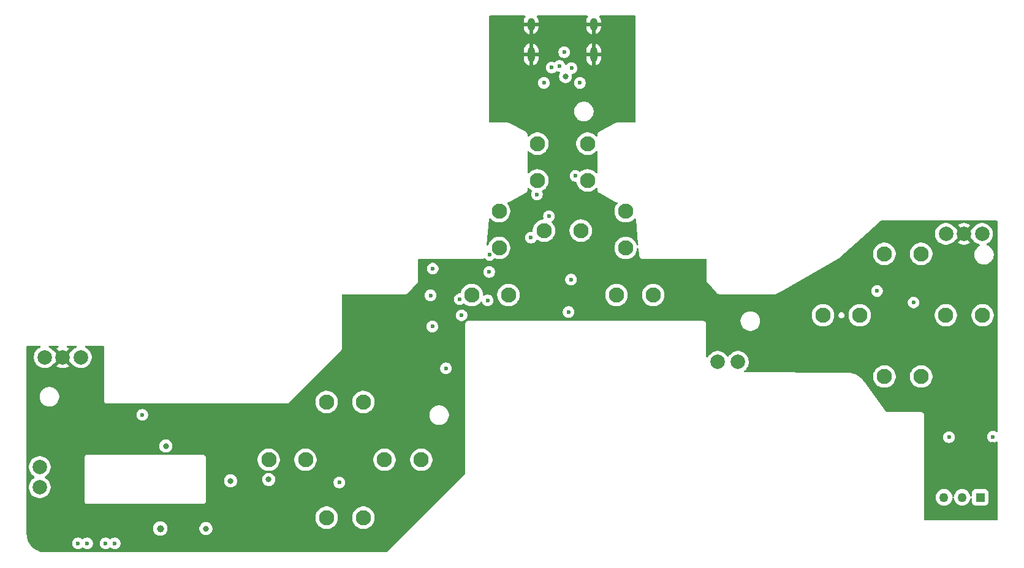
<source format=gbr>
%TF.GenerationSoftware,KiCad,Pcbnew,9.0.2*%
%TF.CreationDate,2025-07-08T14:50:53+02:00*%
%TF.ProjectId,FMControllerSeed,464d436f-6e74-4726-9f6c-6c6572536565,rev?*%
%TF.SameCoordinates,Original*%
%TF.FileFunction,Copper,L3,Inr*%
%TF.FilePolarity,Positive*%
%FSLAX46Y46*%
G04 Gerber Fmt 4.6, Leading zero omitted, Abs format (unit mm)*
G04 Created by KiCad (PCBNEW 9.0.2) date 2025-07-08 14:50:53*
%MOMM*%
%LPD*%
G01*
G04 APERTURE LIST*
%TA.AperFunction,ComponentPad*%
%ADD10C,2.100000*%
%TD*%
%TA.AperFunction,ComponentPad*%
%ADD11R,1.270000X1.270000*%
%TD*%
%TA.AperFunction,ComponentPad*%
%ADD12C,1.270000*%
%TD*%
%TA.AperFunction,ComponentPad*%
%ADD13C,2.000000*%
%TD*%
%TA.AperFunction,HeatsinkPad*%
%ADD14O,1.000000X2.100000*%
%TD*%
%TA.AperFunction,HeatsinkPad*%
%ADD15O,1.000000X1.800000*%
%TD*%
%TA.AperFunction,ViaPad*%
%ADD16C,0.600000*%
%TD*%
%TA.AperFunction,ViaPad*%
%ADD17C,1.000000*%
%TD*%
%TA.AperFunction,ViaPad*%
%ADD18C,0.800000*%
%TD*%
G04 APERTURE END LIST*
D10*
%TO.N,Column 1*%
%TO.C,StickL2*%
X144568248Y-74540000D03*
%TO.N,Net-(D1-Pad1)*%
X144568248Y-69460000D03*
%TD*%
%TO.N,Column 0*%
%TO.C,BumperL1*%
X139292937Y-83872751D03*
%TO.N,Net-(BumperL1-Pad2)*%
X139292937Y-78792751D03*
%TD*%
D11*
%TO.N,unconnected-(SW17-Pad1)*%
%TO.C,SW17*%
X205760000Y-118380000D03*
D12*
%TO.N,+BAT*%
X203260000Y-118380000D03*
%TO.N,Net-(U2-BAT+)*%
X200760000Y-118380000D03*
%TD*%
D13*
%TO.N,-BATT*%
%TO.C,U3*%
X75830000Y-116980000D03*
%TO.N,+BAT*%
X75830000Y-114180000D03*
%TD*%
%TO.N,-BATT*%
%TO.C,U2*%
X169480000Y-99630000D03*
%TO.N,Net-(U2-BAT+)*%
X172280000Y-99630000D03*
%TD*%
D10*
%TO.N,Column 2*%
%TO.C,BumperR1*%
X156775311Y-83872751D03*
%TO.N,Net-(BumperR1-Pad2)*%
X156775311Y-78792751D03*
%TD*%
%TO.N,Column 1*%
%TO.C,B1*%
X201012488Y-93182858D03*
%TO.N,Net-(B1-Pad2)*%
X206092488Y-93182858D03*
%TD*%
%TO.N,Column 1*%
%TO.C,Home1*%
X145494224Y-81486626D03*
%TO.N,Net-(D3-Pad2)*%
X150574224Y-81486626D03*
%TD*%
%TO.N,Column 3*%
%TO.C,StickR2*%
X151500000Y-74540000D03*
%TO.N,Net-(D2-Pad2)*%
X151500000Y-69460000D03*
%TD*%
%TO.N,Column 2*%
%TO.C,Start1*%
X155493736Y-90382830D03*
%TO.N,Net-(D4-Pad2)*%
X160573736Y-90382830D03*
%TD*%
%TO.N,Column 3*%
%TO.C,LEFT1*%
X107459565Y-113182532D03*
%TO.N,Net-(D8-Pad2)*%
X112539565Y-113182532D03*
%TD*%
%TO.N,Column 0*%
%TO.C,A1*%
X192527472Y-101667529D03*
%TO.N,Net-(A1-Pad2)*%
X197607472Y-101667529D03*
%TD*%
%TO.N,Column 1*%
%TO.C,RIGHT1*%
X123459348Y-113182532D03*
%TO.N,Net-(D7-Pad2)*%
X128539348Y-113182532D03*
%TD*%
%TO.N,Column 3*%
%TO.C,Y1*%
X192527797Y-84697516D03*
%TO.N,Net-(D6-Pad1)*%
X197607797Y-84697516D03*
%TD*%
D14*
%TO.N,GND*%
%TO.C,J1*%
X152353509Y-57113509D03*
D15*
X152353509Y-52933509D03*
D14*
X143713509Y-57113509D03*
D15*
X143713509Y-52933509D03*
%TD*%
D10*
%TO.N,Column 0*%
%TO.C,DOWN1*%
X115459348Y-121182532D03*
%TO.N,Net-(D7-Pad1)*%
X120539348Y-121182532D03*
%TD*%
%TO.N,Column 0*%
%TO.C,Select1*%
X135494224Y-90382341D03*
%TO.N,Net-(D3-Pad1)*%
X140574224Y-90382341D03*
%TD*%
%TO.N,Column 2*%
%TO.C,UP1*%
X115459022Y-105182858D03*
%TO.N,Net-(D8-Pad1)*%
X120539022Y-105182858D03*
%TD*%
%TO.N,Column 2*%
%TO.C,X1*%
X184041823Y-93182858D03*
%TO.N,Net-(D6-Pad2)*%
X189121823Y-93182858D03*
%TD*%
D13*
%TO.N,+3.3V*%
%TO.C,TriggerL1*%
X81500000Y-99000000D03*
%TO.N,GND*%
X79000000Y-99000000D03*
%TO.N,Net-(TriggerL1-OUT)*%
X76500000Y-99000000D03*
%TD*%
%TO.N,+3.3V*%
%TO.C,TriggerR1*%
X206017934Y-81930715D03*
%TO.N,GND*%
X203517934Y-81930715D03*
%TO.N,Net-(TriggerR1-OUT)*%
X201017934Y-81930715D03*
%TD*%
D16*
%TO.N,GND*%
X130000000Y-97500000D03*
X207500000Y-111000000D03*
D17*
X95680000Y-122700000D03*
D16*
%TO.N,Column 0*%
X131935735Y-100525735D03*
X117205735Y-116315735D03*
X137920000Y-87192000D03*
%TO.N,Column 1*%
X137700000Y-91133341D03*
X84920000Y-124750000D03*
X146160000Y-79500000D03*
X144520000Y-76470000D03*
%TO.N,+3.3V*%
X207500000Y-110000000D03*
D17*
X92480000Y-122700000D03*
D16*
X130065847Y-94750000D03*
%TO.N,Row 0*%
X137980000Y-84840000D03*
X129810000Y-90440000D03*
%TO.N,Row 1*%
X90000000Y-106970000D03*
X130115235Y-86746235D03*
%TO.N,Row 2*%
X82380000Y-124750000D03*
X148880000Y-92734341D03*
D18*
%TO.N,D-*%
X93240000Y-111270000D03*
D16*
X147630000Y-58696564D03*
D18*
%TO.N,VBUS*%
X148460000Y-60160000D03*
X107451340Y-115908660D03*
X98790000Y-122700000D03*
D16*
%TO.N,Net-(J1-CC1)*%
X149283509Y-59005830D03*
X150440000Y-61050000D03*
%TO.N,D+*%
X148283509Y-56799157D03*
D18*
X102187100Y-116090000D03*
D16*
%TO.N,Net-(J1-CC2)*%
X146565331Y-58924669D03*
X145480000Y-61050000D03*
%TO.N,Column 3*%
X133830000Y-90980000D03*
X81110000Y-124750000D03*
X143690000Y-82460000D03*
%TO.N,Net-(StickR1-Y)*%
X86190000Y-124750000D03*
X201440000Y-110060000D03*
%TO.N,Net-(TriggerR1-OUT)*%
X134096095Y-93196099D03*
X191500000Y-89840000D03*
%TO.N,Net-(BumperR1-Pad2)*%
X149830000Y-73910000D03*
%TO.N,Net-(D3-Pad2)*%
X149230000Y-88260000D03*
%TO.N,Net-(D6-Pad1)*%
X196557500Y-91417500D03*
%TD*%
%TA.AperFunction,Conductor*%
%TO.N,GND*%
G36*
X142879750Y-51754186D02*
G01*
X142925505Y-51806990D01*
X142935449Y-51876148D01*
X142915813Y-51927392D01*
X142827323Y-52059824D01*
X142827316Y-52059837D01*
X142751939Y-52241815D01*
X142751936Y-52241827D01*
X142713509Y-52435013D01*
X142713509Y-52683509D01*
X143413509Y-52683509D01*
X143413509Y-53183509D01*
X142713509Y-53183509D01*
X142713509Y-53432004D01*
X142751936Y-53625190D01*
X142751939Y-53625202D01*
X142827316Y-53807180D01*
X142827323Y-53807193D01*
X142936757Y-53970971D01*
X142936760Y-53970975D01*
X143076042Y-54110257D01*
X143076046Y-54110260D01*
X143239824Y-54219694D01*
X143239837Y-54219701D01*
X143421817Y-54295078D01*
X143463509Y-54303371D01*
X143463509Y-53500497D01*
X143473449Y-53517714D01*
X143529304Y-53573569D01*
X143597713Y-53613065D01*
X143674013Y-53633509D01*
X143753005Y-53633509D01*
X143829305Y-53613065D01*
X143897714Y-53573569D01*
X143953569Y-53517714D01*
X143963509Y-53500497D01*
X143963509Y-54303371D01*
X144005199Y-54295078D01*
X144005201Y-54295078D01*
X144187180Y-54219701D01*
X144187193Y-54219694D01*
X144350971Y-54110260D01*
X144350975Y-54110257D01*
X144490257Y-53970975D01*
X144490260Y-53970971D01*
X144599694Y-53807193D01*
X144599701Y-53807180D01*
X144675078Y-53625202D01*
X144675081Y-53625190D01*
X144713508Y-53432004D01*
X144713509Y-53432001D01*
X144713509Y-53183509D01*
X144013509Y-53183509D01*
X144013509Y-52683509D01*
X144713509Y-52683509D01*
X144713509Y-52435017D01*
X144713508Y-52435013D01*
X144675081Y-52241827D01*
X144675078Y-52241815D01*
X144599701Y-52059837D01*
X144599694Y-52059824D01*
X144511205Y-51927392D01*
X144490327Y-51860715D01*
X144508811Y-51793335D01*
X144560790Y-51746644D01*
X144614307Y-51734501D01*
X151452711Y-51734501D01*
X151519750Y-51754186D01*
X151565505Y-51806990D01*
X151575449Y-51876148D01*
X151555813Y-51927392D01*
X151467323Y-52059824D01*
X151467316Y-52059837D01*
X151391939Y-52241815D01*
X151391936Y-52241827D01*
X151353509Y-52435013D01*
X151353509Y-52683509D01*
X152053509Y-52683509D01*
X152053509Y-53183509D01*
X151353509Y-53183509D01*
X151353509Y-53432004D01*
X151391936Y-53625190D01*
X151391939Y-53625202D01*
X151467316Y-53807180D01*
X151467323Y-53807193D01*
X151576757Y-53970971D01*
X151576760Y-53970975D01*
X151716042Y-54110257D01*
X151716046Y-54110260D01*
X151879824Y-54219694D01*
X151879837Y-54219701D01*
X152061817Y-54295078D01*
X152103509Y-54303371D01*
X152103509Y-53500497D01*
X152113449Y-53517714D01*
X152169304Y-53573569D01*
X152237713Y-53613065D01*
X152314013Y-53633509D01*
X152393005Y-53633509D01*
X152469305Y-53613065D01*
X152537714Y-53573569D01*
X152593569Y-53517714D01*
X152603509Y-53500497D01*
X152603509Y-54303371D01*
X152645199Y-54295078D01*
X152645201Y-54295078D01*
X152827180Y-54219701D01*
X152827193Y-54219694D01*
X152990971Y-54110260D01*
X152990975Y-54110257D01*
X153130257Y-53970975D01*
X153130260Y-53970971D01*
X153239694Y-53807193D01*
X153239701Y-53807180D01*
X153315078Y-53625202D01*
X153315081Y-53625190D01*
X153353508Y-53432004D01*
X153353509Y-53432001D01*
X153353509Y-53183509D01*
X152653509Y-53183509D01*
X152653509Y-52683509D01*
X153353509Y-52683509D01*
X153353509Y-52435017D01*
X153353508Y-52435013D01*
X153315081Y-52241827D01*
X153315078Y-52241815D01*
X153239701Y-52059837D01*
X153239694Y-52059824D01*
X153151205Y-51927392D01*
X153130327Y-51860715D01*
X153148811Y-51793335D01*
X153200790Y-51746644D01*
X153254307Y-51734501D01*
X158043748Y-51734501D01*
X158110787Y-51754186D01*
X158156542Y-51806990D01*
X158167748Y-51858501D01*
X158167748Y-66424867D01*
X158148063Y-66491906D01*
X158095259Y-66537661D01*
X158043748Y-66548867D01*
X155573412Y-66548867D01*
X155525861Y-66547641D01*
X155520763Y-66548867D01*
X155515521Y-66548867D01*
X155490797Y-66555491D01*
X155471125Y-66560762D01*
X155468034Y-66561547D01*
X155423331Y-66572299D01*
X155418508Y-66574151D01*
X155418509Y-66574152D01*
X155418465Y-66574168D01*
X155418465Y-66574169D01*
X155413658Y-66576160D01*
X155373840Y-66599149D01*
X155371054Y-66600710D01*
X153130192Y-67818571D01*
X153118727Y-67824802D01*
X153113661Y-67826160D01*
X153072462Y-67849945D01*
X153071041Y-67850718D01*
X153071039Y-67850718D01*
X153030676Y-67872655D01*
X153026492Y-67875698D01*
X153026467Y-67875714D01*
X153026457Y-67875721D01*
X153026457Y-67875722D01*
X153022339Y-67878882D01*
X152989797Y-67911423D01*
X152987513Y-67913649D01*
X152954207Y-67945281D01*
X152950948Y-67949309D01*
X152950947Y-67949308D01*
X152950935Y-67949323D01*
X152950929Y-67949333D01*
X152947766Y-67953455D01*
X152924781Y-67993263D01*
X152924782Y-67993264D01*
X152923969Y-67994670D01*
X152899149Y-68035212D01*
X152897660Y-68040241D01*
X152895040Y-68044781D01*
X152883138Y-68089194D01*
X152883139Y-68089195D01*
X152882723Y-68090744D01*
X152869240Y-68136335D01*
X152869104Y-68141576D01*
X152867748Y-68146640D01*
X152867748Y-68146641D01*
X152867748Y-68192596D01*
X152867707Y-68195791D01*
X152866522Y-68241756D01*
X152867063Y-68246879D01*
X152867748Y-68259893D01*
X152867748Y-68335648D01*
X152848063Y-68402687D01*
X152795259Y-68448442D01*
X152726101Y-68458386D01*
X152662545Y-68429361D01*
X152656067Y-68423329D01*
X152510081Y-68277343D01*
X152510076Y-68277339D01*
X152312642Y-68133896D01*
X152312641Y-68133895D01*
X152312639Y-68133894D01*
X152095185Y-68023096D01*
X151863076Y-67947679D01*
X151863074Y-67947678D01*
X151863072Y-67947678D01*
X151648222Y-67913649D01*
X151622027Y-67909500D01*
X151377973Y-67909500D01*
X151351778Y-67913649D01*
X151136927Y-67947678D01*
X150904812Y-68023097D01*
X150687357Y-68133896D01*
X150489923Y-68277339D01*
X150489918Y-68277343D01*
X150317343Y-68449918D01*
X150317339Y-68449923D01*
X150173896Y-68647357D01*
X150063097Y-68864812D01*
X149987678Y-69096927D01*
X149949500Y-69337973D01*
X149949500Y-69582026D01*
X149987678Y-69823072D01*
X150063097Y-70055187D01*
X150173896Y-70272642D01*
X150317339Y-70470076D01*
X150317343Y-70470081D01*
X150489918Y-70642656D01*
X150489923Y-70642660D01*
X150662136Y-70767779D01*
X150687361Y-70786106D01*
X150904815Y-70896904D01*
X151136924Y-70972321D01*
X151377973Y-71010500D01*
X151377974Y-71010500D01*
X151622026Y-71010500D01*
X151622027Y-71010500D01*
X151863076Y-70972321D01*
X152095185Y-70896904D01*
X152312639Y-70786106D01*
X152510083Y-70642655D01*
X152656067Y-70496671D01*
X152717390Y-70463186D01*
X152787082Y-70468170D01*
X152843015Y-70510042D01*
X152867432Y-70575506D01*
X152867748Y-70584352D01*
X152867748Y-73415648D01*
X152848063Y-73482687D01*
X152795259Y-73528442D01*
X152726101Y-73538386D01*
X152662545Y-73509361D01*
X152656067Y-73503329D01*
X152510081Y-73357343D01*
X152510076Y-73357339D01*
X152312642Y-73213896D01*
X152312641Y-73213895D01*
X152312639Y-73213894D01*
X152095185Y-73103096D01*
X151863076Y-73027679D01*
X151863074Y-73027678D01*
X151863072Y-73027678D01*
X151694769Y-73001021D01*
X151622027Y-72989500D01*
X151377973Y-72989500D01*
X151322093Y-72998350D01*
X151136927Y-73027678D01*
X150904812Y-73103097D01*
X150687356Y-73213896D01*
X150528974Y-73328967D01*
X150463167Y-73352447D01*
X150395114Y-73336621D01*
X150368410Y-73316332D01*
X150340289Y-73288211D01*
X150340288Y-73288210D01*
X150340287Y-73288209D01*
X150209185Y-73200609D01*
X150209172Y-73200602D01*
X150063501Y-73140264D01*
X150063489Y-73140261D01*
X149908845Y-73109500D01*
X149908842Y-73109500D01*
X149751158Y-73109500D01*
X149751155Y-73109500D01*
X149596510Y-73140261D01*
X149596498Y-73140264D01*
X149450827Y-73200602D01*
X149450814Y-73200609D01*
X149319711Y-73288210D01*
X149319707Y-73288213D01*
X149208213Y-73399707D01*
X149208210Y-73399711D01*
X149120609Y-73530814D01*
X149120602Y-73530827D01*
X149060264Y-73676498D01*
X149060261Y-73676510D01*
X149029500Y-73831153D01*
X149029500Y-73988846D01*
X149060261Y-74143489D01*
X149060264Y-74143501D01*
X149120602Y-74289172D01*
X149120609Y-74289185D01*
X149208210Y-74420288D01*
X149208213Y-74420292D01*
X149319707Y-74531786D01*
X149319711Y-74531789D01*
X149450814Y-74619390D01*
X149450827Y-74619397D01*
X149596498Y-74679735D01*
X149596503Y-74679737D01*
X149751153Y-74710499D01*
X149751156Y-74710500D01*
X149851272Y-74710500D01*
X149918311Y-74730185D01*
X149964066Y-74782989D01*
X149973745Y-74815102D01*
X149987678Y-74903072D01*
X150063097Y-75135187D01*
X150173896Y-75352642D01*
X150317339Y-75550076D01*
X150317343Y-75550081D01*
X150489918Y-75722656D01*
X150489923Y-75722660D01*
X150649827Y-75838836D01*
X150687361Y-75866106D01*
X150904815Y-75976904D01*
X151136924Y-76052321D01*
X151377973Y-76090500D01*
X151377974Y-76090500D01*
X151622026Y-76090500D01*
X151622027Y-76090500D01*
X151863076Y-76052321D01*
X152095185Y-75976904D01*
X152312639Y-75866106D01*
X152510083Y-75722655D01*
X152656067Y-75576671D01*
X152675503Y-75566058D01*
X152692237Y-75551558D01*
X152705568Y-75549641D01*
X152717390Y-75543186D01*
X152739476Y-75544765D01*
X152761395Y-75541614D01*
X152773646Y-75547209D01*
X152787082Y-75548170D01*
X152804808Y-75561440D01*
X152824951Y-75570639D01*
X152832233Y-75581970D01*
X152843015Y-75590042D01*
X152850752Y-75610787D01*
X152862725Y-75629417D01*
X152865876Y-75651335D01*
X152867432Y-75655506D01*
X152867748Y-75664352D01*
X152867748Y-75838836D01*
X152867064Y-75851843D01*
X152866522Y-75856978D01*
X152867707Y-75902941D01*
X152867748Y-75906136D01*
X152867748Y-75952099D01*
X152868423Y-75957230D01*
X152868424Y-75957233D01*
X152868429Y-75957272D01*
X152869239Y-75962397D01*
X152873530Y-75976904D01*
X152882732Y-76008016D01*
X152895041Y-76053954D01*
X152897661Y-76058492D01*
X152899149Y-76063523D01*
X152923151Y-76102725D01*
X152923985Y-76104087D01*
X152947768Y-76145280D01*
X152951476Y-76148988D01*
X152954213Y-76153458D01*
X152987509Y-76185080D01*
X152987531Y-76185101D01*
X152989804Y-76187316D01*
X153022335Y-76219847D01*
X153022341Y-76219850D01*
X153026425Y-76222984D01*
X153026459Y-76223010D01*
X153026497Y-76223039D01*
X153026509Y-76223047D01*
X153030677Y-76226078D01*
X153071034Y-76248011D01*
X153073823Y-76249574D01*
X153113657Y-76272572D01*
X153113658Y-76272572D01*
X153113661Y-76272574D01*
X153113663Y-76272574D01*
X153118430Y-76274549D01*
X153130193Y-76280162D01*
X155372462Y-77498787D01*
X155413661Y-77522574D01*
X155418723Y-77523930D01*
X155423326Y-77526432D01*
X155423329Y-77526433D01*
X155423331Y-77526434D01*
X155438479Y-77530077D01*
X155468046Y-77537188D01*
X155468047Y-77537188D01*
X155469583Y-77537557D01*
X155515521Y-77549867D01*
X155520763Y-77549867D01*
X155525861Y-77551093D01*
X155525862Y-77551092D01*
X155525863Y-77551093D01*
X155533940Y-77551945D01*
X155533827Y-77553009D01*
X155533951Y-77553039D01*
X155533915Y-77553186D01*
X155538091Y-77555586D01*
X155589120Y-77569147D01*
X155636225Y-77620751D01*
X155647953Y-77689629D01*
X155620581Y-77753914D01*
X155612483Y-77762840D01*
X155592655Y-77782668D01*
X155592650Y-77782674D01*
X155449207Y-77980108D01*
X155338408Y-78197563D01*
X155262989Y-78429678D01*
X155224811Y-78670724D01*
X155224811Y-78914777D01*
X155257445Y-79120821D01*
X155262990Y-79155827D01*
X155338407Y-79387936D01*
X155435680Y-79578846D01*
X155449207Y-79605393D01*
X155592650Y-79802827D01*
X155592654Y-79802832D01*
X155765229Y-79975407D01*
X155765234Y-79975411D01*
X155867517Y-80049723D01*
X155962672Y-80118857D01*
X156180126Y-80229655D01*
X156412235Y-80305072D01*
X156653284Y-80343251D01*
X156653285Y-80343251D01*
X156897337Y-80343251D01*
X156897338Y-80343251D01*
X157138387Y-80305072D01*
X157370496Y-80229655D01*
X157587950Y-80118857D01*
X157785394Y-79975406D01*
X157957966Y-79802834D01*
X157957966Y-79802833D01*
X157961411Y-79799389D01*
X157962537Y-79800515D01*
X158015188Y-79766145D01*
X158085056Y-79765647D01*
X158144102Y-79803001D01*
X158173580Y-79866348D01*
X158174401Y-79872993D01*
X158407870Y-82299268D01*
X158500364Y-83260500D01*
X158515522Y-83418021D01*
X158502349Y-83486638D01*
X158454170Y-83537240D01*
X158386282Y-83553762D01*
X158320239Y-83530958D01*
X158277008Y-83476068D01*
X158274161Y-83468216D01*
X158271329Y-83459500D01*
X158212215Y-83277566D01*
X158101417Y-83060112D01*
X158002185Y-82923530D01*
X157957971Y-82862674D01*
X157957967Y-82862669D01*
X157785392Y-82690094D01*
X157785387Y-82690090D01*
X157587953Y-82546647D01*
X157587952Y-82546646D01*
X157587950Y-82546645D01*
X157370496Y-82435847D01*
X157138387Y-82360430D01*
X157138385Y-82360429D01*
X157138383Y-82360429D01*
X156951402Y-82330814D01*
X156897338Y-82322251D01*
X156653284Y-82322251D01*
X156599220Y-82330814D01*
X156412238Y-82360429D01*
X156180123Y-82435848D01*
X155962668Y-82546647D01*
X155765234Y-82690090D01*
X155765229Y-82690094D01*
X155592654Y-82862669D01*
X155592650Y-82862674D01*
X155449207Y-83060108D01*
X155338408Y-83277563D01*
X155338407Y-83277565D01*
X155338407Y-83277566D01*
X155303005Y-83386523D01*
X155262989Y-83509678D01*
X155224811Y-83750724D01*
X155224811Y-83994777D01*
X155262989Y-84235823D01*
X155262989Y-84235825D01*
X155262990Y-84235827D01*
X155338407Y-84467936D01*
X155433387Y-84654346D01*
X155449207Y-84685393D01*
X155592650Y-84882827D01*
X155592654Y-84882832D01*
X155765229Y-85055407D01*
X155765234Y-85055411D01*
X155862727Y-85126243D01*
X155962672Y-85198857D01*
X156180126Y-85309655D01*
X156412235Y-85385072D01*
X156653284Y-85423251D01*
X156653285Y-85423251D01*
X156897337Y-85423251D01*
X156897338Y-85423251D01*
X157138387Y-85385072D01*
X157370496Y-85309655D01*
X157587950Y-85198857D01*
X157785394Y-85055406D01*
X157957966Y-84882834D01*
X158101417Y-84685390D01*
X158212215Y-84467936D01*
X158287632Y-84235827D01*
X158325811Y-83994778D01*
X158325811Y-83994771D01*
X158325829Y-83994658D01*
X158355758Y-83931524D01*
X158415069Y-83894592D01*
X158484932Y-83895590D01*
X158543165Y-83934200D01*
X158571279Y-83998163D01*
X158571732Y-84002179D01*
X158650384Y-84819543D01*
X158667748Y-84999999D01*
X158667748Y-85033504D01*
X158672776Y-85052271D01*
X158673763Y-85062529D01*
X158673764Y-85062530D01*
X158674639Y-85071620D01*
X158674640Y-85071626D01*
X158684283Y-85097421D01*
X158687907Y-85108742D01*
X158692596Y-85126239D01*
X158695041Y-85135364D01*
X158704759Y-85152196D01*
X158711564Y-85170400D01*
X158731015Y-85197673D01*
X158733993Y-85202831D01*
X158733993Y-85202833D01*
X158747277Y-85225840D01*
X158747768Y-85226690D01*
X158747770Y-85226692D01*
X158754219Y-85233141D01*
X158767492Y-85248821D01*
X158772789Y-85256248D01*
X158772796Y-85256256D01*
X158798645Y-85277567D01*
X158822335Y-85301257D01*
X158839165Y-85310973D01*
X158854162Y-85323338D01*
X158884648Y-85337233D01*
X158913661Y-85353984D01*
X158932433Y-85359014D01*
X158950119Y-85367075D01*
X158977298Y-85371624D01*
X158977300Y-85371625D01*
X158983165Y-85372606D01*
X159015521Y-85381277D01*
X159034955Y-85381277D01*
X159054124Y-85384486D01*
X159081549Y-85381847D01*
X159093425Y-85381277D01*
X167843748Y-85381277D01*
X167910787Y-85400962D01*
X167956542Y-85453766D01*
X167967748Y-85505277D01*
X167967748Y-88439055D01*
X167966386Y-88485958D01*
X167967748Y-88491703D01*
X167967748Y-88497605D01*
X167979418Y-88541162D01*
X167980299Y-88544649D01*
X167990711Y-88588571D01*
X167992795Y-88594047D01*
X167995038Y-88599459D01*
X168017595Y-88638530D01*
X168019348Y-88641671D01*
X168040766Y-88681387D01*
X168044188Y-88686125D01*
X168047769Y-88690792D01*
X168079669Y-88722692D01*
X168082177Y-88725274D01*
X169303603Y-90019757D01*
X169394814Y-90116423D01*
X169397767Y-90121538D01*
X169430952Y-90154723D01*
X169463136Y-90188832D01*
X169463138Y-90188833D01*
X169463140Y-90188835D01*
X169467681Y-90192534D01*
X169472331Y-90196102D01*
X169472334Y-90196105D01*
X169496857Y-90210263D01*
X169511410Y-90218665D01*
X169514473Y-90220492D01*
X169552892Y-90244187D01*
X169552898Y-90244189D01*
X169558258Y-90246593D01*
X169563654Y-90248829D01*
X169563660Y-90248832D01*
X169607272Y-90260517D01*
X169610687Y-90261485D01*
X169653917Y-90274426D01*
X169653926Y-90274426D01*
X169659719Y-90275360D01*
X169665518Y-90276124D01*
X169665520Y-90276125D01*
X169710616Y-90276125D01*
X169714213Y-90276176D01*
X169759327Y-90277487D01*
X169759327Y-90277486D01*
X169759330Y-90277487D01*
X169766366Y-90276768D01*
X169778976Y-90276125D01*
X177416028Y-90276125D01*
X177416521Y-90276125D01*
X177467509Y-90276567D01*
X177469198Y-90276128D01*
X177470962Y-90276129D01*
X177470973Y-90276125D01*
X177470974Y-90276126D01*
X177520270Y-90262917D01*
X177569601Y-90250155D01*
X177571126Y-90249291D01*
X177572829Y-90248835D01*
X177572831Y-90248833D01*
X177572834Y-90248833D01*
X177616711Y-90223499D01*
X177617483Y-90223058D01*
X178433745Y-89761153D01*
X190699500Y-89761153D01*
X190699500Y-89918846D01*
X190730261Y-90073489D01*
X190730264Y-90073501D01*
X190790602Y-90219172D01*
X190790609Y-90219185D01*
X190878210Y-90350288D01*
X190878213Y-90350292D01*
X190989707Y-90461786D01*
X190989711Y-90461789D01*
X191120814Y-90549390D01*
X191120827Y-90549397D01*
X191244992Y-90600827D01*
X191266503Y-90609737D01*
X191421153Y-90640499D01*
X191421156Y-90640500D01*
X191421158Y-90640500D01*
X191578844Y-90640500D01*
X191578845Y-90640499D01*
X191733497Y-90609737D01*
X191879179Y-90549394D01*
X192010289Y-90461789D01*
X192121789Y-90350289D01*
X192209394Y-90219179D01*
X192218952Y-90196105D01*
X192236621Y-90153447D01*
X192269737Y-90073497D01*
X192300500Y-89918842D01*
X192300500Y-89761158D01*
X192300500Y-89761155D01*
X192300499Y-89761153D01*
X192294422Y-89730602D01*
X192269737Y-89606503D01*
X192215319Y-89475125D01*
X192209397Y-89460827D01*
X192209390Y-89460814D01*
X192121789Y-89329711D01*
X192121786Y-89329707D01*
X192010292Y-89218213D01*
X192010288Y-89218210D01*
X191879185Y-89130609D01*
X191879172Y-89130602D01*
X191733501Y-89070264D01*
X191733489Y-89070261D01*
X191578845Y-89039500D01*
X191578842Y-89039500D01*
X191421158Y-89039500D01*
X191421155Y-89039500D01*
X191266510Y-89070261D01*
X191266498Y-89070264D01*
X191120827Y-89130602D01*
X191120814Y-89130609D01*
X190989711Y-89218210D01*
X190989707Y-89218213D01*
X190878213Y-89329707D01*
X190878210Y-89329711D01*
X190790609Y-89460814D01*
X190790602Y-89460827D01*
X190730264Y-89606498D01*
X190730261Y-89606510D01*
X190699500Y-89761153D01*
X178433745Y-89761153D01*
X186258808Y-85333120D01*
X186298845Y-85312448D01*
X186304602Y-85307206D01*
X186311379Y-85303372D01*
X186311378Y-85303372D01*
X186311381Y-85303371D01*
X186341846Y-85273426D01*
X186345246Y-85270210D01*
X187108485Y-84575489D01*
X190977297Y-84575489D01*
X190977297Y-84819542D01*
X191014654Y-85055407D01*
X191015476Y-85060592D01*
X191090893Y-85292701D01*
X191177047Y-85461789D01*
X191201693Y-85510158D01*
X191345136Y-85707592D01*
X191345140Y-85707597D01*
X191517715Y-85880172D01*
X191517720Y-85880176D01*
X191689933Y-86005295D01*
X191715158Y-86023622D01*
X191932612Y-86134420D01*
X192164721Y-86209837D01*
X192405770Y-86248016D01*
X192405771Y-86248016D01*
X192649823Y-86248016D01*
X192649824Y-86248016D01*
X192890873Y-86209837D01*
X193122982Y-86134420D01*
X193340436Y-86023622D01*
X193537880Y-85880171D01*
X193710452Y-85707599D01*
X193853903Y-85510155D01*
X193964701Y-85292701D01*
X194040118Y-85060592D01*
X194078297Y-84819543D01*
X194078297Y-84575489D01*
X196057297Y-84575489D01*
X196057297Y-84819542D01*
X196094654Y-85055407D01*
X196095476Y-85060592D01*
X196170893Y-85292701D01*
X196257047Y-85461789D01*
X196281693Y-85510158D01*
X196425136Y-85707592D01*
X196425140Y-85707597D01*
X196597715Y-85880172D01*
X196597720Y-85880176D01*
X196769933Y-86005295D01*
X196795158Y-86023622D01*
X197012612Y-86134420D01*
X197244721Y-86209837D01*
X197485770Y-86248016D01*
X197485771Y-86248016D01*
X197729823Y-86248016D01*
X197729824Y-86248016D01*
X197970873Y-86209837D01*
X198202982Y-86134420D01*
X198420436Y-86023622D01*
X198617880Y-85880171D01*
X198790452Y-85707599D01*
X198933903Y-85510155D01*
X199044701Y-85292701D01*
X199120118Y-85060592D01*
X199158297Y-84819543D01*
X199158297Y-84575489D01*
X199120118Y-84334440D01*
X199044701Y-84102331D01*
X198933903Y-83884877D01*
X198857626Y-83779890D01*
X198790457Y-83687439D01*
X198790453Y-83687434D01*
X198617878Y-83514859D01*
X198617873Y-83514855D01*
X198420439Y-83371412D01*
X198420438Y-83371411D01*
X198420436Y-83371410D01*
X198202982Y-83260612D01*
X197970873Y-83185195D01*
X197970871Y-83185194D01*
X197970869Y-83185194D01*
X197802566Y-83158537D01*
X197729824Y-83147016D01*
X197485770Y-83147016D01*
X197445634Y-83153373D01*
X197244724Y-83185194D01*
X197012609Y-83260613D01*
X196795154Y-83371412D01*
X196597720Y-83514855D01*
X196597715Y-83514859D01*
X196425140Y-83687434D01*
X196425136Y-83687439D01*
X196281693Y-83884873D01*
X196170894Y-84102328D01*
X196095475Y-84334443D01*
X196057297Y-84575489D01*
X194078297Y-84575489D01*
X194040118Y-84334440D01*
X193964701Y-84102331D01*
X193853903Y-83884877D01*
X193777626Y-83779890D01*
X193710457Y-83687439D01*
X193710453Y-83687434D01*
X193537878Y-83514859D01*
X193537873Y-83514855D01*
X193340439Y-83371412D01*
X193340438Y-83371411D01*
X193340436Y-83371410D01*
X193122982Y-83260612D01*
X192890873Y-83185195D01*
X192890871Y-83185194D01*
X192890869Y-83185194D01*
X192722566Y-83158537D01*
X192649824Y-83147016D01*
X192405770Y-83147016D01*
X192365634Y-83153373D01*
X192164724Y-83185194D01*
X191932609Y-83260613D01*
X191715154Y-83371412D01*
X191517720Y-83514855D01*
X191517715Y-83514859D01*
X191345140Y-83687434D01*
X191345136Y-83687439D01*
X191201693Y-83884873D01*
X191090894Y-84102328D01*
X191015475Y-84334443D01*
X190977297Y-84575489D01*
X187108485Y-84575489D01*
X190143850Y-81812617D01*
X199517434Y-81812617D01*
X199517434Y-82048812D01*
X199554380Y-82282083D01*
X199627367Y-82506711D01*
X199710202Y-82669282D01*
X199734591Y-82717148D01*
X199873417Y-82908225D01*
X200040424Y-83075232D01*
X200231501Y-83214058D01*
X200262273Y-83229737D01*
X200441937Y-83321281D01*
X200441939Y-83321281D01*
X200441942Y-83321283D01*
X200562346Y-83360404D01*
X200666565Y-83394268D01*
X200899837Y-83431215D01*
X200899842Y-83431215D01*
X201136031Y-83431215D01*
X201369302Y-83394268D01*
X201370804Y-83393780D01*
X201593926Y-83321283D01*
X201804367Y-83214058D01*
X201995444Y-83075232D01*
X202162451Y-82908225D01*
X202207201Y-82846630D01*
X202211614Y-82841746D01*
X202235993Y-82826778D01*
X202258645Y-82809311D01*
X202266277Y-82808185D01*
X202271157Y-82805190D01*
X202284704Y-82805468D01*
X202290477Y-82804617D01*
X203034971Y-82060123D01*
X203052009Y-82123708D01*
X203117835Y-82237722D01*
X203210927Y-82330814D01*
X203324941Y-82396640D01*
X203388524Y-82413677D01*
X202648827Y-83153373D01*
X202731762Y-83213629D01*
X202942131Y-83320817D01*
X203166686Y-83393780D01*
X203166685Y-83393780D01*
X203399882Y-83430715D01*
X203635986Y-83430715D01*
X203869181Y-83393780D01*
X204093736Y-83320817D01*
X204304097Y-83213633D01*
X204304103Y-83213629D01*
X204387038Y-83153373D01*
X204387039Y-83153373D01*
X203647342Y-82413677D01*
X203710927Y-82396640D01*
X203824941Y-82330814D01*
X203918033Y-82237722D01*
X203983859Y-82123708D01*
X204000896Y-82060124D01*
X204747204Y-82806432D01*
X204790877Y-82815606D01*
X204832548Y-82851974D01*
X204873417Y-82908225D01*
X205040424Y-83075232D01*
X205231501Y-83214058D01*
X205441942Y-83321283D01*
X205596217Y-83371410D01*
X205642729Y-83386523D01*
X205700405Y-83425961D01*
X205727603Y-83490319D01*
X205715688Y-83559166D01*
X205668444Y-83610641D01*
X205660707Y-83614938D01*
X205582182Y-83654949D01*
X205410213Y-83779890D01*
X205259890Y-83930213D01*
X205134951Y-84102179D01*
X205038444Y-84291585D01*
X204972753Y-84493760D01*
X204939500Y-84703713D01*
X204939500Y-84916286D01*
X204969072Y-85103000D01*
X204972754Y-85126243D01*
X205036794Y-85323338D01*
X205038444Y-85328414D01*
X205134951Y-85517820D01*
X205259890Y-85689786D01*
X205410213Y-85840109D01*
X205582179Y-85965048D01*
X205582181Y-85965049D01*
X205582184Y-85965051D01*
X205771588Y-86061557D01*
X205973757Y-86127246D01*
X206183713Y-86160500D01*
X206183714Y-86160500D01*
X206396286Y-86160500D01*
X206396287Y-86160500D01*
X206606243Y-86127246D01*
X206808412Y-86061557D01*
X206997816Y-85965051D01*
X207024402Y-85945735D01*
X207169786Y-85840109D01*
X207169788Y-85840106D01*
X207169792Y-85840104D01*
X207320104Y-85689792D01*
X207320106Y-85689788D01*
X207320109Y-85689786D01*
X207445048Y-85517820D01*
X207445047Y-85517820D01*
X207445051Y-85517816D01*
X207541557Y-85328412D01*
X207607246Y-85126243D01*
X207640500Y-84916287D01*
X207640500Y-84703713D01*
X207607246Y-84493757D01*
X207541557Y-84291588D01*
X207445051Y-84102184D01*
X207445049Y-84102181D01*
X207445048Y-84102179D01*
X207320109Y-83930213D01*
X207169786Y-83779890D01*
X206997820Y-83654951D01*
X206808416Y-83558444D01*
X206677940Y-83516050D01*
X206620265Y-83476612D01*
X206593067Y-83412253D01*
X206604982Y-83343407D01*
X206652226Y-83291931D01*
X206659954Y-83287639D01*
X206804367Y-83214058D01*
X206995444Y-83075232D01*
X207162451Y-82908225D01*
X207301277Y-82717148D01*
X207408502Y-82506707D01*
X207481487Y-82282083D01*
X207506571Y-82123708D01*
X207518434Y-82048812D01*
X207518434Y-81812617D01*
X207481487Y-81579346D01*
X207408500Y-81354718D01*
X207301276Y-81144281D01*
X207237725Y-81056811D01*
X207162451Y-80953205D01*
X206995444Y-80786198D01*
X206804367Y-80647372D01*
X206593930Y-80540148D01*
X206369302Y-80467161D01*
X206136031Y-80430215D01*
X206136026Y-80430215D01*
X205899842Y-80430215D01*
X205899837Y-80430215D01*
X205666565Y-80467161D01*
X205441937Y-80540148D01*
X205231500Y-80647372D01*
X205147981Y-80708053D01*
X205040424Y-80786198D01*
X205040422Y-80786200D01*
X205040421Y-80786200D01*
X204873416Y-80953205D01*
X204832549Y-81009454D01*
X204777219Y-81052119D01*
X204745389Y-81056811D01*
X204000896Y-81801305D01*
X203983859Y-81737722D01*
X203918033Y-81623708D01*
X203824941Y-81530616D01*
X203710927Y-81464790D01*
X203647343Y-81447752D01*
X204387039Y-80708055D01*
X204387038Y-80708053D01*
X204304108Y-80647802D01*
X204093736Y-80540612D01*
X203869181Y-80467649D01*
X203869182Y-80467649D01*
X203635986Y-80430715D01*
X203399882Y-80430715D01*
X203166686Y-80467649D01*
X202942131Y-80540612D01*
X202731764Y-80647799D01*
X202648828Y-80708055D01*
X203388525Y-81447752D01*
X203324941Y-81464790D01*
X203210927Y-81530616D01*
X203117835Y-81623708D01*
X203052009Y-81737722D01*
X203034971Y-81801305D01*
X202289744Y-81056078D01*
X202275796Y-81052292D01*
X202244986Y-81045820D01*
X202241295Y-81042929D01*
X202238758Y-81042241D01*
X202229607Y-81033775D01*
X202211614Y-81019683D01*
X202207198Y-81014794D01*
X202162451Y-80953205D01*
X201995444Y-80786198D01*
X201804367Y-80647372D01*
X201593930Y-80540148D01*
X201369302Y-80467161D01*
X201136031Y-80430215D01*
X201136026Y-80430215D01*
X200899842Y-80430215D01*
X200899837Y-80430215D01*
X200666565Y-80467161D01*
X200441937Y-80540148D01*
X200231500Y-80647372D01*
X200147981Y-80708053D01*
X200040424Y-80786198D01*
X200040422Y-80786200D01*
X200040421Y-80786200D01*
X199873419Y-80953202D01*
X199873419Y-80953203D01*
X199873417Y-80953205D01*
X199832550Y-81009454D01*
X199734591Y-81144281D01*
X199627367Y-81354718D01*
X199554380Y-81579346D01*
X199517434Y-81812617D01*
X190143850Y-81812617D01*
X191992180Y-80130216D01*
X192055007Y-80099648D01*
X192075648Y-80097918D01*
X208029029Y-80097918D01*
X208096068Y-80117603D01*
X208141823Y-80170407D01*
X208153029Y-80221918D01*
X208153029Y-109241598D01*
X208133344Y-109308637D01*
X208080540Y-109354392D01*
X208011382Y-109364336D01*
X207960139Y-109344700D01*
X207879190Y-109290612D01*
X207879172Y-109290602D01*
X207733501Y-109230264D01*
X207733489Y-109230261D01*
X207578845Y-109199500D01*
X207578842Y-109199500D01*
X207421158Y-109199500D01*
X207421155Y-109199500D01*
X207266510Y-109230261D01*
X207266498Y-109230264D01*
X207120827Y-109290602D01*
X207120814Y-109290609D01*
X206989711Y-109378210D01*
X206989707Y-109378213D01*
X206878213Y-109489707D01*
X206878210Y-109489711D01*
X206790609Y-109620814D01*
X206790602Y-109620827D01*
X206730264Y-109766498D01*
X206730261Y-109766510D01*
X206699500Y-109921153D01*
X206699500Y-110078846D01*
X206730261Y-110233489D01*
X206730264Y-110233501D01*
X206790602Y-110379172D01*
X206790609Y-110379185D01*
X206878210Y-110510288D01*
X206878213Y-110510292D01*
X206989707Y-110621786D01*
X206989711Y-110621789D01*
X207120814Y-110709390D01*
X207120827Y-110709397D01*
X207239135Y-110758401D01*
X207266503Y-110769737D01*
X207421153Y-110800499D01*
X207421156Y-110800500D01*
X207421158Y-110800500D01*
X207578844Y-110800500D01*
X207578845Y-110800499D01*
X207733497Y-110769737D01*
X207879179Y-110709394D01*
X207960138Y-110655299D01*
X208026815Y-110634421D01*
X208094195Y-110652905D01*
X208140886Y-110704884D01*
X208153029Y-110758401D01*
X208153029Y-121458200D01*
X208133344Y-121525239D01*
X208080540Y-121570994D01*
X208029029Y-121582200D01*
X198156961Y-121582200D01*
X198089922Y-121562515D01*
X198044167Y-121509711D01*
X198032961Y-121458200D01*
X198032961Y-118290634D01*
X199624500Y-118290634D01*
X199624500Y-118469366D01*
X199632473Y-118519704D01*
X199652460Y-118645898D01*
X199652460Y-118645901D01*
X199707689Y-118815878D01*
X199707691Y-118815881D01*
X199788833Y-118975132D01*
X199893889Y-119119728D01*
X200020272Y-119246111D01*
X200164868Y-119351167D01*
X200324119Y-119432309D01*
X200324121Y-119432310D01*
X200482670Y-119483825D01*
X200494103Y-119487540D01*
X200670634Y-119515500D01*
X200670635Y-119515500D01*
X200849365Y-119515500D01*
X200849366Y-119515500D01*
X201025897Y-119487540D01*
X201025900Y-119487539D01*
X201025901Y-119487539D01*
X201195878Y-119432310D01*
X201195878Y-119432309D01*
X201195881Y-119432309D01*
X201355132Y-119351167D01*
X201499728Y-119246111D01*
X201626111Y-119119728D01*
X201731167Y-118975132D01*
X201812309Y-118815881D01*
X201812310Y-118815878D01*
X201867539Y-118645901D01*
X201867539Y-118645900D01*
X201867540Y-118645897D01*
X201887527Y-118519703D01*
X201917456Y-118456569D01*
X201976768Y-118419638D01*
X202046630Y-118420636D01*
X202104863Y-118459246D01*
X202132472Y-118519703D01*
X202142527Y-118583185D01*
X202152460Y-118645898D01*
X202152460Y-118645901D01*
X202207689Y-118815878D01*
X202207691Y-118815881D01*
X202288833Y-118975132D01*
X202393889Y-119119728D01*
X202520272Y-119246111D01*
X202664868Y-119351167D01*
X202824119Y-119432309D01*
X202824121Y-119432310D01*
X202982670Y-119483825D01*
X202994103Y-119487540D01*
X203170634Y-119515500D01*
X203170635Y-119515500D01*
X203349365Y-119515500D01*
X203349366Y-119515500D01*
X203525897Y-119487540D01*
X203525900Y-119487539D01*
X203525901Y-119487539D01*
X203695878Y-119432310D01*
X203695878Y-119432309D01*
X203695881Y-119432309D01*
X203855132Y-119351167D01*
X203999728Y-119246111D01*
X204126111Y-119119728D01*
X204231167Y-118975132D01*
X204312309Y-118815881D01*
X204367540Y-118645897D01*
X204378028Y-118579677D01*
X204407955Y-118516547D01*
X204467266Y-118479615D01*
X204537129Y-118480612D01*
X204595362Y-118519222D01*
X204623477Y-118583185D01*
X204624500Y-118599079D01*
X204624500Y-119062870D01*
X204624501Y-119062876D01*
X204630908Y-119122483D01*
X204681202Y-119257328D01*
X204681206Y-119257335D01*
X204767452Y-119372544D01*
X204767455Y-119372547D01*
X204882664Y-119458793D01*
X204882671Y-119458797D01*
X205017517Y-119509091D01*
X205017516Y-119509091D01*
X205024444Y-119509835D01*
X205077127Y-119515500D01*
X206442872Y-119515499D01*
X206502483Y-119509091D01*
X206637331Y-119458796D01*
X206752546Y-119372546D01*
X206838796Y-119257331D01*
X206889091Y-119122483D01*
X206895500Y-119062873D01*
X206895499Y-117697128D01*
X206889091Y-117637517D01*
X206838796Y-117502669D01*
X206838795Y-117502668D01*
X206838793Y-117502664D01*
X206752547Y-117387455D01*
X206752544Y-117387452D01*
X206637335Y-117301206D01*
X206637328Y-117301202D01*
X206502482Y-117250908D01*
X206502483Y-117250908D01*
X206442883Y-117244501D01*
X206442881Y-117244500D01*
X206442873Y-117244500D01*
X206442864Y-117244500D01*
X205077129Y-117244500D01*
X205077123Y-117244501D01*
X205017516Y-117250908D01*
X204882671Y-117301202D01*
X204882664Y-117301206D01*
X204767455Y-117387452D01*
X204767452Y-117387455D01*
X204681206Y-117502664D01*
X204681202Y-117502671D01*
X204630908Y-117637517D01*
X204624501Y-117697116D01*
X204624501Y-117697123D01*
X204624500Y-117697135D01*
X204624500Y-118160918D01*
X204604815Y-118227957D01*
X204552011Y-118273712D01*
X204482853Y-118283656D01*
X204419297Y-118254631D01*
X204381523Y-118195853D01*
X204378027Y-118180315D01*
X204367540Y-118114103D01*
X204367539Y-118114098D01*
X204312310Y-117944121D01*
X204312308Y-117944118D01*
X204231166Y-117784867D01*
X204217773Y-117766433D01*
X204126111Y-117640272D01*
X203999728Y-117513889D01*
X203855132Y-117408833D01*
X203695881Y-117327691D01*
X203695878Y-117327689D01*
X203525899Y-117272460D01*
X203389824Y-117250908D01*
X203349366Y-117244500D01*
X203170634Y-117244500D01*
X203130176Y-117250908D01*
X202994101Y-117272460D01*
X202994098Y-117272460D01*
X202824121Y-117327689D01*
X202824118Y-117327691D01*
X202664867Y-117408833D01*
X202520270Y-117513890D01*
X202393890Y-117640270D01*
X202288833Y-117784867D01*
X202207691Y-117944118D01*
X202207689Y-117944121D01*
X202152460Y-118114098D01*
X202152460Y-118114101D01*
X202132473Y-118240295D01*
X202102544Y-118303430D01*
X202043232Y-118340361D01*
X201973370Y-118339363D01*
X201915137Y-118300753D01*
X201887527Y-118240295D01*
X201878027Y-118180315D01*
X201867540Y-118114103D01*
X201867539Y-118114099D01*
X201867539Y-118114098D01*
X201812310Y-117944121D01*
X201812308Y-117944118D01*
X201731166Y-117784867D01*
X201717773Y-117766433D01*
X201626111Y-117640272D01*
X201499728Y-117513889D01*
X201355132Y-117408833D01*
X201195881Y-117327691D01*
X201195878Y-117327689D01*
X201025899Y-117272460D01*
X200889824Y-117250908D01*
X200849366Y-117244500D01*
X200670634Y-117244500D01*
X200630176Y-117250908D01*
X200494101Y-117272460D01*
X200494098Y-117272460D01*
X200324121Y-117327689D01*
X200324118Y-117327691D01*
X200164867Y-117408833D01*
X200020270Y-117513890D01*
X199893890Y-117640270D01*
X199788833Y-117784867D01*
X199707691Y-117944118D01*
X199707689Y-117944121D01*
X199652460Y-118114098D01*
X199652460Y-118114101D01*
X199627180Y-118273712D01*
X199624500Y-118290634D01*
X198032961Y-118290634D01*
X198032961Y-109981153D01*
X200639500Y-109981153D01*
X200639500Y-110138846D01*
X200670261Y-110293489D01*
X200670264Y-110293501D01*
X200730602Y-110439172D01*
X200730609Y-110439185D01*
X200818210Y-110570288D01*
X200818213Y-110570292D01*
X200929707Y-110681786D01*
X200929711Y-110681789D01*
X201060814Y-110769390D01*
X201060827Y-110769397D01*
X201206498Y-110829735D01*
X201206503Y-110829737D01*
X201361153Y-110860499D01*
X201361156Y-110860500D01*
X201361158Y-110860500D01*
X201518844Y-110860500D01*
X201518845Y-110860499D01*
X201673497Y-110829737D01*
X201819179Y-110769394D01*
X201950289Y-110681789D01*
X202061789Y-110570289D01*
X202149394Y-110439179D01*
X202209737Y-110293497D01*
X202240500Y-110138842D01*
X202240500Y-109981158D01*
X202240500Y-109981155D01*
X202240499Y-109981153D01*
X202209738Y-109826510D01*
X202209737Y-109826503D01*
X202209735Y-109826498D01*
X202149397Y-109680827D01*
X202149390Y-109680814D01*
X202061789Y-109549711D01*
X202061786Y-109549707D01*
X201950292Y-109438213D01*
X201950288Y-109438210D01*
X201819185Y-109350609D01*
X201819172Y-109350602D01*
X201673501Y-109290264D01*
X201673489Y-109290261D01*
X201518845Y-109259500D01*
X201518842Y-109259500D01*
X201361158Y-109259500D01*
X201361155Y-109259500D01*
X201206510Y-109290261D01*
X201206498Y-109290264D01*
X201060827Y-109350602D01*
X201060814Y-109350609D01*
X200929711Y-109438210D01*
X200929707Y-109438213D01*
X200818213Y-109549707D01*
X200818210Y-109549711D01*
X200730609Y-109680814D01*
X200730602Y-109680827D01*
X200670264Y-109826498D01*
X200670261Y-109826510D01*
X200639500Y-109981153D01*
X198032961Y-109981153D01*
X198032961Y-106929975D01*
X198032961Y-106929973D01*
X198005668Y-106828113D01*
X197952941Y-106736787D01*
X197878374Y-106662220D01*
X197811520Y-106623622D01*
X197787050Y-106609494D01*
X197787049Y-106609493D01*
X197787048Y-106609493D01*
X197685188Y-106582200D01*
X197685187Y-106582200D01*
X192898011Y-106582200D01*
X192830972Y-106562515D01*
X192798069Y-106531600D01*
X189699824Y-102313016D01*
X189699822Y-102313014D01*
X189688101Y-102297053D01*
X189684545Y-102292212D01*
X189684514Y-102292124D01*
X189647928Y-102242280D01*
X189567677Y-102132949D01*
X189371343Y-101916901D01*
X189362211Y-101908745D01*
X189228765Y-101789555D01*
X189153614Y-101722433D01*
X189153611Y-101722431D01*
X189153609Y-101722429D01*
X189040991Y-101641198D01*
X189009025Y-101618141D01*
X188916848Y-101551653D01*
X188916847Y-101551652D01*
X188916840Y-101551648D01*
X188906124Y-101545502D01*
X190976972Y-101545502D01*
X190976972Y-101789555D01*
X191004525Y-101963520D01*
X191015151Y-102030605D01*
X191090568Y-102262714D01*
X191151822Y-102382933D01*
X191201368Y-102480171D01*
X191344811Y-102677605D01*
X191344815Y-102677610D01*
X191517390Y-102850185D01*
X191517395Y-102850189D01*
X191689608Y-102975308D01*
X191714833Y-102993635D01*
X191932287Y-103104433D01*
X192164396Y-103179850D01*
X192405445Y-103218029D01*
X192405446Y-103218029D01*
X192649498Y-103218029D01*
X192649499Y-103218029D01*
X192890548Y-103179850D01*
X193122657Y-103104433D01*
X193340111Y-102993635D01*
X193537555Y-102850184D01*
X193710127Y-102677612D01*
X193853578Y-102480168D01*
X193964376Y-102262714D01*
X194039793Y-102030605D01*
X194077972Y-101789556D01*
X194077972Y-101545502D01*
X196056972Y-101545502D01*
X196056972Y-101789555D01*
X196084525Y-101963520D01*
X196095151Y-102030605D01*
X196170568Y-102262714D01*
X196231822Y-102382933D01*
X196281368Y-102480171D01*
X196424811Y-102677605D01*
X196424815Y-102677610D01*
X196597390Y-102850185D01*
X196597395Y-102850189D01*
X196769608Y-102975308D01*
X196794833Y-102993635D01*
X197012287Y-103104433D01*
X197244396Y-103179850D01*
X197485445Y-103218029D01*
X197485446Y-103218029D01*
X197729498Y-103218029D01*
X197729499Y-103218029D01*
X197970548Y-103179850D01*
X198202657Y-103104433D01*
X198420111Y-102993635D01*
X198617555Y-102850184D01*
X198790127Y-102677612D01*
X198933578Y-102480168D01*
X199044376Y-102262714D01*
X199119793Y-102030605D01*
X199157972Y-101789556D01*
X199157972Y-101545502D01*
X199119793Y-101304453D01*
X199044376Y-101072344D01*
X198933578Y-100854890D01*
X198864073Y-100759224D01*
X198790132Y-100657452D01*
X198790128Y-100657447D01*
X198617553Y-100484872D01*
X198617548Y-100484868D01*
X198420114Y-100341425D01*
X198420113Y-100341424D01*
X198420111Y-100341423D01*
X198202657Y-100230625D01*
X197970548Y-100155208D01*
X197970546Y-100155207D01*
X197970544Y-100155207D01*
X197802241Y-100128550D01*
X197729499Y-100117029D01*
X197485445Y-100117029D01*
X197429565Y-100125879D01*
X197244399Y-100155207D01*
X197012284Y-100230626D01*
X196794829Y-100341425D01*
X196597395Y-100484868D01*
X196597390Y-100484872D01*
X196424815Y-100657447D01*
X196424811Y-100657452D01*
X196281368Y-100854886D01*
X196170569Y-101072341D01*
X196095150Y-101304456D01*
X196056972Y-101545502D01*
X194077972Y-101545502D01*
X194039793Y-101304453D01*
X193964376Y-101072344D01*
X193853578Y-100854890D01*
X193784073Y-100759224D01*
X193710132Y-100657452D01*
X193710128Y-100657447D01*
X193537553Y-100484872D01*
X193537548Y-100484868D01*
X193340114Y-100341425D01*
X193340113Y-100341424D01*
X193340111Y-100341423D01*
X193122657Y-100230625D01*
X192890548Y-100155208D01*
X192890546Y-100155207D01*
X192890544Y-100155207D01*
X192722241Y-100128550D01*
X192649499Y-100117029D01*
X192405445Y-100117029D01*
X192349565Y-100125879D01*
X192164399Y-100155207D01*
X191932284Y-100230626D01*
X191714829Y-100341425D01*
X191517395Y-100484868D01*
X191517390Y-100484872D01*
X191344815Y-100657447D01*
X191344811Y-100657452D01*
X191201368Y-100854886D01*
X191090569Y-101072341D01*
X191015150Y-101304456D01*
X190976972Y-101545502D01*
X188906124Y-101545502D01*
X188663618Y-101406416D01*
X188663616Y-101406415D01*
X188396655Y-101288288D01*
X188396650Y-101288286D01*
X188396647Y-101288285D01*
X188118849Y-101198550D01*
X188076349Y-101189567D01*
X187833239Y-101138183D01*
X187833228Y-101138181D01*
X187542879Y-101107830D01*
X187397399Y-101107870D01*
X187397092Y-101107870D01*
X173223180Y-101076532D01*
X173156184Y-101056699D01*
X173110546Y-101003794D01*
X173100755Y-100934614D01*
X173129921Y-100871122D01*
X173150566Y-100852216D01*
X173257510Y-100774517D01*
X173424517Y-100607510D01*
X173563343Y-100416433D01*
X173670568Y-100205992D01*
X173743553Y-99981368D01*
X173755815Y-99903948D01*
X173780500Y-99748097D01*
X173780500Y-99511902D01*
X173743553Y-99278631D01*
X173670566Y-99054003D01*
X173595397Y-98906477D01*
X173563343Y-98843567D01*
X173424517Y-98652490D01*
X173257510Y-98485483D01*
X173066433Y-98346657D01*
X172855996Y-98239433D01*
X172631368Y-98166446D01*
X172398097Y-98129500D01*
X172398092Y-98129500D01*
X172161908Y-98129500D01*
X172161903Y-98129500D01*
X171928631Y-98166446D01*
X171704003Y-98239433D01*
X171493566Y-98346657D01*
X171387110Y-98424003D01*
X171302490Y-98485483D01*
X171302488Y-98485485D01*
X171302487Y-98485485D01*
X171135485Y-98652487D01*
X171135485Y-98652488D01*
X171135483Y-98652490D01*
X171106056Y-98692993D01*
X170996655Y-98843569D01*
X170990484Y-98855681D01*
X170942509Y-98906477D01*
X170874688Y-98923271D01*
X170808553Y-98900733D01*
X170769516Y-98855681D01*
X170763344Y-98843569D01*
X170763342Y-98843566D01*
X170624517Y-98652490D01*
X170457510Y-98485483D01*
X170266433Y-98346657D01*
X170055996Y-98239433D01*
X169831368Y-98166446D01*
X169598097Y-98129500D01*
X169598092Y-98129500D01*
X169361908Y-98129500D01*
X169361903Y-98129500D01*
X169128631Y-98166446D01*
X168904003Y-98239433D01*
X168693566Y-98346657D01*
X168587110Y-98424003D01*
X168502490Y-98485483D01*
X168502488Y-98485485D01*
X168502487Y-98485485D01*
X168335485Y-98652487D01*
X168335485Y-98652488D01*
X168335483Y-98652490D01*
X168306056Y-98692993D01*
X168196653Y-98843571D01*
X168134967Y-98964637D01*
X168086993Y-99015433D01*
X168019172Y-99032228D01*
X167953037Y-99009690D01*
X167909586Y-98954975D01*
X167900483Y-98908342D01*
X167900553Y-94435429D01*
X167900554Y-94435427D01*
X167900554Y-94365513D01*
X167900555Y-94329979D01*
X167900554Y-94329975D01*
X167900554Y-94329973D01*
X167876369Y-94239711D01*
X167873263Y-94228119D01*
X167873262Y-94228117D01*
X167873261Y-94228113D01*
X167843311Y-94176239D01*
X167843310Y-94176237D01*
X167843310Y-94176236D01*
X167843308Y-94176234D01*
X167822386Y-94139993D01*
X167820902Y-94137235D01*
X167820669Y-94136922D01*
X167783247Y-94099500D01*
X167745972Y-94062224D01*
X167745969Y-94062222D01*
X167745967Y-94062220D01*
X167706525Y-94039448D01*
X167654647Y-94009495D01*
X167654648Y-94009495D01*
X167654644Y-94009493D01*
X167653682Y-94009109D01*
X167650351Y-94008343D01*
X167614686Y-93998785D01*
X167614686Y-93998786D01*
X167556380Y-93983163D01*
X167553628Y-93982336D01*
X167552786Y-93982200D01*
X167552784Y-93982200D01*
X167552781Y-93982200D01*
X167500060Y-93982200D01*
X167447333Y-93982199D01*
X167447329Y-93982200D01*
X135086851Y-93982200D01*
X134981397Y-93982200D01*
X134879537Y-94009493D01*
X134879534Y-94009494D01*
X134788209Y-94062221D01*
X134713645Y-94136785D01*
X134660918Y-94228110D01*
X134660917Y-94228113D01*
X134633624Y-94329973D01*
X134633624Y-115005730D01*
X134613939Y-115072769D01*
X134597261Y-115093455D01*
X123733938Y-125945925D01*
X123672599Y-125979379D01*
X123646301Y-125982200D01*
X76603480Y-125982234D01*
X76596528Y-125982039D01*
X76315899Y-125966281D01*
X76302081Y-125964724D01*
X76028425Y-125918229D01*
X76014867Y-125915135D01*
X75748120Y-125838286D01*
X75734996Y-125833693D01*
X75478547Y-125727470D01*
X75466025Y-125721440D01*
X75223072Y-125587167D01*
X75211298Y-125579769D01*
X74984901Y-125419134D01*
X74974041Y-125410473D01*
X74767052Y-125225499D01*
X74757225Y-125215672D01*
X74572251Y-125008690D01*
X74563581Y-124997818D01*
X74402948Y-124771429D01*
X74395551Y-124759657D01*
X74376423Y-124725048D01*
X74346636Y-124671153D01*
X80309500Y-124671153D01*
X80309500Y-124828846D01*
X80340261Y-124983489D01*
X80340264Y-124983501D01*
X80400602Y-125129172D01*
X80400609Y-125129185D01*
X80488210Y-125260288D01*
X80488213Y-125260292D01*
X80599707Y-125371786D01*
X80599711Y-125371789D01*
X80730814Y-125459390D01*
X80730827Y-125459397D01*
X80876498Y-125519735D01*
X80876503Y-125519737D01*
X81031153Y-125550499D01*
X81031156Y-125550500D01*
X81031158Y-125550500D01*
X81188844Y-125550500D01*
X81188845Y-125550499D01*
X81343497Y-125519737D01*
X81489179Y-125459394D01*
X81620289Y-125371789D01*
X81620292Y-125371786D01*
X81657319Y-125334760D01*
X81718642Y-125301275D01*
X81788334Y-125306259D01*
X81832681Y-125334760D01*
X81869707Y-125371786D01*
X81869711Y-125371789D01*
X82000814Y-125459390D01*
X82000827Y-125459397D01*
X82146498Y-125519735D01*
X82146503Y-125519737D01*
X82301153Y-125550499D01*
X82301156Y-125550500D01*
X82301158Y-125550500D01*
X82458844Y-125550500D01*
X82458845Y-125550499D01*
X82613497Y-125519737D01*
X82759179Y-125459394D01*
X82890289Y-125371789D01*
X83001789Y-125260289D01*
X83089394Y-125129179D01*
X83149737Y-124983497D01*
X83180500Y-124828842D01*
X83180500Y-124671158D01*
X83180500Y-124671155D01*
X83180499Y-124671153D01*
X84119500Y-124671153D01*
X84119500Y-124828846D01*
X84150261Y-124983489D01*
X84150264Y-124983501D01*
X84210602Y-125129172D01*
X84210609Y-125129185D01*
X84298210Y-125260288D01*
X84298213Y-125260292D01*
X84409707Y-125371786D01*
X84409711Y-125371789D01*
X84540814Y-125459390D01*
X84540827Y-125459397D01*
X84686498Y-125519735D01*
X84686503Y-125519737D01*
X84841153Y-125550499D01*
X84841156Y-125550500D01*
X84841158Y-125550500D01*
X84998844Y-125550500D01*
X84998845Y-125550499D01*
X85153497Y-125519737D01*
X85299179Y-125459394D01*
X85430289Y-125371789D01*
X85430292Y-125371786D01*
X85467319Y-125334760D01*
X85528642Y-125301275D01*
X85598334Y-125306259D01*
X85642681Y-125334760D01*
X85679707Y-125371786D01*
X85679711Y-125371789D01*
X85810814Y-125459390D01*
X85810827Y-125459397D01*
X85956498Y-125519735D01*
X85956503Y-125519737D01*
X86111153Y-125550499D01*
X86111156Y-125550500D01*
X86111158Y-125550500D01*
X86268844Y-125550500D01*
X86268845Y-125550499D01*
X86423497Y-125519737D01*
X86569179Y-125459394D01*
X86700289Y-125371789D01*
X86811789Y-125260289D01*
X86899394Y-125129179D01*
X86959737Y-124983497D01*
X86990500Y-124828842D01*
X86990500Y-124671158D01*
X86990500Y-124671155D01*
X86990499Y-124671153D01*
X86959738Y-124516510D01*
X86959737Y-124516503D01*
X86954636Y-124504188D01*
X86899397Y-124370827D01*
X86899390Y-124370814D01*
X86811789Y-124239711D01*
X86811786Y-124239707D01*
X86700292Y-124128213D01*
X86700288Y-124128210D01*
X86569185Y-124040609D01*
X86569172Y-124040602D01*
X86423501Y-123980264D01*
X86423489Y-123980261D01*
X86268845Y-123949500D01*
X86268842Y-123949500D01*
X86111158Y-123949500D01*
X86111155Y-123949500D01*
X85956510Y-123980261D01*
X85956498Y-123980264D01*
X85810827Y-124040602D01*
X85810814Y-124040609D01*
X85679711Y-124128210D01*
X85679707Y-124128213D01*
X85642681Y-124165240D01*
X85581358Y-124198725D01*
X85511666Y-124193741D01*
X85467319Y-124165240D01*
X85430292Y-124128213D01*
X85430288Y-124128210D01*
X85299185Y-124040609D01*
X85299172Y-124040602D01*
X85153501Y-123980264D01*
X85153489Y-123980261D01*
X84998845Y-123949500D01*
X84998842Y-123949500D01*
X84841158Y-123949500D01*
X84841155Y-123949500D01*
X84686510Y-123980261D01*
X84686498Y-123980264D01*
X84540827Y-124040602D01*
X84540814Y-124040609D01*
X84409711Y-124128210D01*
X84409707Y-124128213D01*
X84298213Y-124239707D01*
X84298210Y-124239711D01*
X84210609Y-124370814D01*
X84210602Y-124370827D01*
X84150264Y-124516498D01*
X84150261Y-124516510D01*
X84119500Y-124671153D01*
X83180499Y-124671153D01*
X83149738Y-124516510D01*
X83149737Y-124516503D01*
X83144636Y-124504188D01*
X83089397Y-124370827D01*
X83089390Y-124370814D01*
X83001789Y-124239711D01*
X83001786Y-124239707D01*
X82890292Y-124128213D01*
X82890288Y-124128210D01*
X82759185Y-124040609D01*
X82759172Y-124040602D01*
X82613501Y-123980264D01*
X82613489Y-123980261D01*
X82458845Y-123949500D01*
X82458842Y-123949500D01*
X82301158Y-123949500D01*
X82301155Y-123949500D01*
X82146510Y-123980261D01*
X82146498Y-123980264D01*
X82000827Y-124040602D01*
X82000814Y-124040609D01*
X81869711Y-124128210D01*
X81869707Y-124128213D01*
X81832681Y-124165240D01*
X81771358Y-124198725D01*
X81701666Y-124193741D01*
X81657319Y-124165240D01*
X81620292Y-124128213D01*
X81620288Y-124128210D01*
X81489185Y-124040609D01*
X81489172Y-124040602D01*
X81343501Y-123980264D01*
X81343489Y-123980261D01*
X81188845Y-123949500D01*
X81188842Y-123949500D01*
X81031158Y-123949500D01*
X81031155Y-123949500D01*
X80876510Y-123980261D01*
X80876498Y-123980264D01*
X80730827Y-124040602D01*
X80730814Y-124040609D01*
X80599711Y-124128210D01*
X80599707Y-124128213D01*
X80488213Y-124239707D01*
X80488210Y-124239711D01*
X80400609Y-124370814D01*
X80400602Y-124370827D01*
X80340264Y-124516498D01*
X80340261Y-124516510D01*
X80309500Y-124671153D01*
X74346636Y-124671153D01*
X74261280Y-124516716D01*
X74255246Y-124504188D01*
X74149012Y-124247723D01*
X74144420Y-124234598D01*
X74113769Y-124128211D01*
X74067574Y-123967870D01*
X74064480Y-123954316D01*
X74017979Y-123680649D01*
X74016422Y-123666831D01*
X74016153Y-123662049D01*
X74000695Y-123386842D01*
X74000500Y-123379888D01*
X74000500Y-122798543D01*
X91479499Y-122798543D01*
X91517947Y-122991829D01*
X91517950Y-122991839D01*
X91593364Y-123173907D01*
X91593371Y-123173920D01*
X91702860Y-123337781D01*
X91702863Y-123337785D01*
X91842214Y-123477136D01*
X91842218Y-123477139D01*
X92006079Y-123586628D01*
X92006092Y-123586635D01*
X92188160Y-123662049D01*
X92188165Y-123662051D01*
X92188169Y-123662051D01*
X92188170Y-123662052D01*
X92381456Y-123700500D01*
X92381459Y-123700500D01*
X92578543Y-123700500D01*
X92712845Y-123673785D01*
X92771835Y-123662051D01*
X92953914Y-123586632D01*
X93117782Y-123477139D01*
X93257139Y-123337782D01*
X93366632Y-123173914D01*
X93442051Y-122991835D01*
X93480500Y-122798541D01*
X93480500Y-122611304D01*
X97889500Y-122611304D01*
X97889500Y-122788695D01*
X97924103Y-122962658D01*
X97924106Y-122962667D01*
X97991983Y-123126540D01*
X97991990Y-123126553D01*
X98090535Y-123274034D01*
X98090538Y-123274038D01*
X98215961Y-123399461D01*
X98215965Y-123399464D01*
X98363446Y-123498009D01*
X98363459Y-123498016D01*
X98486363Y-123548923D01*
X98527334Y-123565894D01*
X98527336Y-123565894D01*
X98527341Y-123565896D01*
X98701304Y-123600499D01*
X98701307Y-123600500D01*
X98701309Y-123600500D01*
X98878693Y-123600500D01*
X98878694Y-123600499D01*
X98948430Y-123586628D01*
X99052658Y-123565896D01*
X99052661Y-123565894D01*
X99052666Y-123565894D01*
X99216547Y-123498013D01*
X99364035Y-123399464D01*
X99489464Y-123274035D01*
X99588013Y-123126547D01*
X99655894Y-122962666D01*
X99690500Y-122788691D01*
X99690500Y-122611309D01*
X99690500Y-122611306D01*
X99690499Y-122611304D01*
X99655896Y-122437341D01*
X99655893Y-122437332D01*
X99588016Y-122273459D01*
X99588009Y-122273446D01*
X99489464Y-122125965D01*
X99489461Y-122125961D01*
X99364038Y-122000538D01*
X99364034Y-122000535D01*
X99216553Y-121901990D01*
X99216540Y-121901983D01*
X99052667Y-121834106D01*
X99052658Y-121834103D01*
X98878694Y-121799500D01*
X98878691Y-121799500D01*
X98701309Y-121799500D01*
X98701306Y-121799500D01*
X98527341Y-121834103D01*
X98527332Y-121834106D01*
X98363459Y-121901983D01*
X98363446Y-121901990D01*
X98215965Y-122000535D01*
X98215961Y-122000538D01*
X98090538Y-122125961D01*
X98090535Y-122125965D01*
X97991990Y-122273446D01*
X97991983Y-122273459D01*
X97924106Y-122437332D01*
X97924103Y-122437341D01*
X97889500Y-122611304D01*
X93480500Y-122611304D01*
X93480500Y-122601459D01*
X93480500Y-122601456D01*
X93442052Y-122408170D01*
X93442051Y-122408169D01*
X93442051Y-122408165D01*
X93424251Y-122365192D01*
X93366635Y-122226092D01*
X93366628Y-122226079D01*
X93257139Y-122062218D01*
X93257136Y-122062214D01*
X93117785Y-121922863D01*
X93117781Y-121922860D01*
X92953920Y-121813371D01*
X92953907Y-121813364D01*
X92771839Y-121737950D01*
X92771829Y-121737947D01*
X92578543Y-121699500D01*
X92578541Y-121699500D01*
X92381459Y-121699500D01*
X92381457Y-121699500D01*
X92188170Y-121737947D01*
X92188160Y-121737950D01*
X92006092Y-121813364D01*
X92006079Y-121813371D01*
X91842218Y-121922860D01*
X91842214Y-121922863D01*
X91702863Y-122062214D01*
X91702860Y-122062218D01*
X91593371Y-122226079D01*
X91593364Y-122226092D01*
X91517950Y-122408160D01*
X91517947Y-122408170D01*
X91479500Y-122601456D01*
X91479500Y-122601459D01*
X91479500Y-122798541D01*
X91479500Y-122798543D01*
X91479499Y-122798543D01*
X74000500Y-122798543D01*
X74000500Y-121060505D01*
X113908848Y-121060505D01*
X113908848Y-121304558D01*
X113943800Y-121525239D01*
X113947027Y-121545608D01*
X114022444Y-121777717D01*
X114096399Y-121922863D01*
X114133244Y-121995174D01*
X114276687Y-122192608D01*
X114276691Y-122192613D01*
X114449266Y-122365188D01*
X114449271Y-122365192D01*
X114621484Y-122490311D01*
X114646709Y-122508638D01*
X114864163Y-122619436D01*
X115096272Y-122694853D01*
X115337321Y-122733032D01*
X115337322Y-122733032D01*
X115581374Y-122733032D01*
X115581375Y-122733032D01*
X115822424Y-122694853D01*
X116054533Y-122619436D01*
X116271987Y-122508638D01*
X116469431Y-122365187D01*
X116642003Y-122192615D01*
X116785454Y-121995171D01*
X116896252Y-121777717D01*
X116971669Y-121545608D01*
X117009848Y-121304559D01*
X117009848Y-121060505D01*
X118988848Y-121060505D01*
X118988848Y-121304558D01*
X119023800Y-121525239D01*
X119027027Y-121545608D01*
X119102444Y-121777717D01*
X119176399Y-121922863D01*
X119213244Y-121995174D01*
X119356687Y-122192608D01*
X119356691Y-122192613D01*
X119529266Y-122365188D01*
X119529271Y-122365192D01*
X119701484Y-122490311D01*
X119726709Y-122508638D01*
X119944163Y-122619436D01*
X120176272Y-122694853D01*
X120417321Y-122733032D01*
X120417322Y-122733032D01*
X120661374Y-122733032D01*
X120661375Y-122733032D01*
X120902424Y-122694853D01*
X121134533Y-122619436D01*
X121351987Y-122508638D01*
X121549431Y-122365187D01*
X121722003Y-122192615D01*
X121865454Y-121995171D01*
X121976252Y-121777717D01*
X122051669Y-121545608D01*
X122089848Y-121304559D01*
X122089848Y-121060505D01*
X122051669Y-120819456D01*
X121976252Y-120587347D01*
X121865454Y-120369893D01*
X121847127Y-120344668D01*
X121722008Y-120172455D01*
X121722004Y-120172450D01*
X121549429Y-119999875D01*
X121549424Y-119999871D01*
X121351990Y-119856428D01*
X121351989Y-119856427D01*
X121351987Y-119856426D01*
X121134533Y-119745628D01*
X120902424Y-119670211D01*
X120902422Y-119670210D01*
X120902420Y-119670210D01*
X120734117Y-119643553D01*
X120661375Y-119632032D01*
X120417321Y-119632032D01*
X120361441Y-119640882D01*
X120176275Y-119670210D01*
X119944160Y-119745629D01*
X119726705Y-119856428D01*
X119529271Y-119999871D01*
X119529266Y-119999875D01*
X119356691Y-120172450D01*
X119356687Y-120172455D01*
X119213244Y-120369889D01*
X119102445Y-120587344D01*
X119027026Y-120819459D01*
X118988848Y-121060505D01*
X117009848Y-121060505D01*
X116971669Y-120819456D01*
X116896252Y-120587347D01*
X116785454Y-120369893D01*
X116767127Y-120344668D01*
X116642008Y-120172455D01*
X116642004Y-120172450D01*
X116469429Y-119999875D01*
X116469424Y-119999871D01*
X116271990Y-119856428D01*
X116271989Y-119856427D01*
X116271987Y-119856426D01*
X116054533Y-119745628D01*
X115822424Y-119670211D01*
X115822422Y-119670210D01*
X115822420Y-119670210D01*
X115654117Y-119643553D01*
X115581375Y-119632032D01*
X115337321Y-119632032D01*
X115281441Y-119640882D01*
X115096275Y-119670210D01*
X114864160Y-119745629D01*
X114646705Y-119856428D01*
X114449271Y-119999871D01*
X114449266Y-119999875D01*
X114276691Y-120172450D01*
X114276687Y-120172455D01*
X114133244Y-120369889D01*
X114022445Y-120587344D01*
X113947026Y-120819459D01*
X113908848Y-121060505D01*
X74000500Y-121060505D01*
X74000500Y-114061902D01*
X74329500Y-114061902D01*
X74329500Y-114298097D01*
X74366446Y-114531368D01*
X74439433Y-114755996D01*
X74546657Y-114966433D01*
X74685483Y-115157510D01*
X74852490Y-115324517D01*
X75043567Y-115463343D01*
X75043569Y-115463344D01*
X75055681Y-115469516D01*
X75106477Y-115517491D01*
X75123271Y-115585312D01*
X75100733Y-115651447D01*
X75055681Y-115690484D01*
X75043569Y-115696655D01*
X74948028Y-115766070D01*
X74852490Y-115835483D01*
X74852488Y-115835485D01*
X74852487Y-115835485D01*
X74685485Y-116002487D01*
X74685485Y-116002488D01*
X74685483Y-116002490D01*
X74627546Y-116082233D01*
X74546657Y-116193566D01*
X74439433Y-116404003D01*
X74366446Y-116628631D01*
X74329500Y-116861902D01*
X74329500Y-117098097D01*
X74366446Y-117331368D01*
X74439433Y-117555996D01*
X74511344Y-117697127D01*
X74546657Y-117766433D01*
X74685483Y-117957510D01*
X74852490Y-118124517D01*
X75043567Y-118263343D01*
X75122242Y-118303430D01*
X75254003Y-118370566D01*
X75254005Y-118370566D01*
X75254008Y-118370568D01*
X75374412Y-118409689D01*
X75478631Y-118443553D01*
X75711903Y-118480500D01*
X75711908Y-118480500D01*
X75948097Y-118480500D01*
X76181368Y-118443553D01*
X76405992Y-118370568D01*
X76616433Y-118263343D01*
X76807510Y-118124517D01*
X76974517Y-117957510D01*
X77113343Y-117766433D01*
X77220568Y-117555992D01*
X77293553Y-117331368D01*
X77298330Y-117301206D01*
X77330500Y-117098097D01*
X77330500Y-116861902D01*
X77293553Y-116628631D01*
X77220566Y-116404003D01*
X77164002Y-116292991D01*
X77113343Y-116193567D01*
X76974517Y-116002490D01*
X76807510Y-115835483D01*
X76711971Y-115766070D01*
X76616431Y-115696655D01*
X76604320Y-115690485D01*
X76553524Y-115642512D01*
X76536728Y-115574691D01*
X76559265Y-115508556D01*
X76604320Y-115469515D01*
X76616431Y-115463344D01*
X76616430Y-115463344D01*
X76616433Y-115463343D01*
X76807510Y-115324517D01*
X76974517Y-115157510D01*
X77113343Y-114966433D01*
X77220568Y-114755992D01*
X77293553Y-114531368D01*
X77297154Y-114508635D01*
X77330500Y-114298097D01*
X77330500Y-114061902D01*
X77293553Y-113828631D01*
X77220566Y-113604003D01*
X77113342Y-113393566D01*
X76974517Y-113202490D01*
X76807510Y-113035483D01*
X76616433Y-112896657D01*
X76477601Y-112825918D01*
X81980759Y-112825918D01*
X81980759Y-118825918D01*
X81980759Y-118931372D01*
X82008052Y-119033232D01*
X82060779Y-119124558D01*
X82135346Y-119199125D01*
X82226672Y-119251852D01*
X82328532Y-119279145D01*
X82328534Y-119279145D01*
X98433984Y-119279145D01*
X98433986Y-119279145D01*
X98535846Y-119251852D01*
X98627172Y-119199125D01*
X98701739Y-119124558D01*
X98754466Y-119033232D01*
X98781759Y-118931372D01*
X98781759Y-116001304D01*
X101286600Y-116001304D01*
X101286600Y-116178695D01*
X101321203Y-116352658D01*
X101321206Y-116352667D01*
X101389083Y-116516540D01*
X101389090Y-116516553D01*
X101487635Y-116664034D01*
X101487638Y-116664038D01*
X101613061Y-116789461D01*
X101613065Y-116789464D01*
X101760546Y-116888009D01*
X101760559Y-116888016D01*
X101880077Y-116937521D01*
X101924434Y-116955894D01*
X101924436Y-116955894D01*
X101924441Y-116955896D01*
X102098404Y-116990499D01*
X102098407Y-116990500D01*
X102098409Y-116990500D01*
X102275793Y-116990500D01*
X102275794Y-116990499D01*
X102333782Y-116978964D01*
X102449758Y-116955896D01*
X102449761Y-116955894D01*
X102449766Y-116955894D01*
X102613647Y-116888013D01*
X102761135Y-116789464D01*
X102886564Y-116664035D01*
X102985113Y-116516547D01*
X103052994Y-116352666D01*
X103056469Y-116335200D01*
X103087599Y-116178695D01*
X103087600Y-116178693D01*
X103087600Y-116001306D01*
X103087599Y-116001304D01*
X103055131Y-115838075D01*
X103055130Y-115838071D01*
X103052995Y-115827341D01*
X103052994Y-115827334D01*
X103049941Y-115819964D01*
X106550840Y-115819964D01*
X106550840Y-115997355D01*
X106585443Y-116171318D01*
X106585446Y-116171327D01*
X106653323Y-116335200D01*
X106653330Y-116335213D01*
X106751875Y-116482694D01*
X106751878Y-116482698D01*
X106877301Y-116608121D01*
X106877305Y-116608124D01*
X107024786Y-116706669D01*
X107024799Y-116706676D01*
X107147703Y-116757583D01*
X107188674Y-116774554D01*
X107188676Y-116774554D01*
X107188681Y-116774556D01*
X107362644Y-116809159D01*
X107362647Y-116809160D01*
X107362649Y-116809160D01*
X107540033Y-116809160D01*
X107540034Y-116809159D01*
X107598022Y-116797624D01*
X107713998Y-116774556D01*
X107714001Y-116774554D01*
X107714006Y-116774554D01*
X107877887Y-116706673D01*
X108025375Y-116608124D01*
X108150804Y-116482695D01*
X108249353Y-116335207D01*
X108290078Y-116236888D01*
X116405235Y-116236888D01*
X116405235Y-116394581D01*
X116435996Y-116549224D01*
X116435999Y-116549236D01*
X116496337Y-116694907D01*
X116496344Y-116694920D01*
X116583945Y-116826023D01*
X116583948Y-116826027D01*
X116695442Y-116937521D01*
X116695446Y-116937524D01*
X116826549Y-117025125D01*
X116826562Y-117025132D01*
X116972233Y-117085470D01*
X116972238Y-117085472D01*
X117126888Y-117116234D01*
X117126891Y-117116235D01*
X117126893Y-117116235D01*
X117284579Y-117116235D01*
X117284580Y-117116234D01*
X117439232Y-117085472D01*
X117584914Y-117025129D01*
X117716024Y-116937524D01*
X117827524Y-116826024D01*
X117915129Y-116694914D01*
X117975472Y-116549232D01*
X118006235Y-116394577D01*
X118006235Y-116236893D01*
X118006235Y-116236890D01*
X118006234Y-116236888D01*
X117995585Y-116183354D01*
X117975472Y-116082238D01*
X117942439Y-116002488D01*
X117915132Y-115936562D01*
X117915125Y-115936549D01*
X117827524Y-115805446D01*
X117827521Y-115805442D01*
X117716027Y-115693948D01*
X117716023Y-115693945D01*
X117584920Y-115606344D01*
X117584907Y-115606337D01*
X117439236Y-115545999D01*
X117439224Y-115545996D01*
X117284580Y-115515235D01*
X117284577Y-115515235D01*
X117126893Y-115515235D01*
X117126890Y-115515235D01*
X116972245Y-115545996D01*
X116972233Y-115545999D01*
X116826562Y-115606337D01*
X116826549Y-115606344D01*
X116695446Y-115693945D01*
X116695442Y-115693948D01*
X116583948Y-115805442D01*
X116583945Y-115805446D01*
X116496344Y-115936549D01*
X116496337Y-115936562D01*
X116435999Y-116082233D01*
X116435996Y-116082245D01*
X116405235Y-116236888D01*
X108290078Y-116236888D01*
X108317234Y-116171326D01*
X108334954Y-116082245D01*
X108351839Y-115997355D01*
X108351840Y-115997353D01*
X108351840Y-115819966D01*
X108351839Y-115819964D01*
X108317236Y-115646001D01*
X108317233Y-115645992D01*
X108249356Y-115482119D01*
X108249349Y-115482106D01*
X108150804Y-115334625D01*
X108150801Y-115334621D01*
X108025378Y-115209198D01*
X108025374Y-115209195D01*
X107877893Y-115110650D01*
X107877880Y-115110643D01*
X107714007Y-115042766D01*
X107713998Y-115042763D01*
X107540034Y-115008160D01*
X107540031Y-115008160D01*
X107362649Y-115008160D01*
X107362646Y-115008160D01*
X107188681Y-115042763D01*
X107188672Y-115042766D01*
X107024799Y-115110643D01*
X107024786Y-115110650D01*
X106877305Y-115209195D01*
X106877301Y-115209198D01*
X106751878Y-115334621D01*
X106751875Y-115334625D01*
X106653330Y-115482106D01*
X106653323Y-115482119D01*
X106585446Y-115645992D01*
X106585443Y-115646001D01*
X106550840Y-115819964D01*
X103049941Y-115819964D01*
X103036023Y-115786363D01*
X102985116Y-115663459D01*
X102985109Y-115663446D01*
X102886564Y-115515965D01*
X102886561Y-115515961D01*
X102761138Y-115390538D01*
X102761134Y-115390535D01*
X102613653Y-115291990D01*
X102613640Y-115291983D01*
X102449767Y-115224106D01*
X102449758Y-115224103D01*
X102275794Y-115189500D01*
X102275791Y-115189500D01*
X102098409Y-115189500D01*
X102098406Y-115189500D01*
X101924441Y-115224103D01*
X101924432Y-115224106D01*
X101760559Y-115291983D01*
X101760546Y-115291990D01*
X101613065Y-115390535D01*
X101613061Y-115390538D01*
X101487638Y-115515961D01*
X101487635Y-115515965D01*
X101389090Y-115663446D01*
X101389083Y-115663459D01*
X101321206Y-115827332D01*
X101321203Y-115827341D01*
X101286600Y-116001304D01*
X98781759Y-116001304D01*
X98781759Y-113060505D01*
X105909065Y-113060505D01*
X105909065Y-113304559D01*
X105947244Y-113545608D01*
X106022661Y-113777717D01*
X106048603Y-113828632D01*
X106133461Y-113995174D01*
X106276904Y-114192608D01*
X106276908Y-114192613D01*
X106449483Y-114365188D01*
X106449488Y-114365192D01*
X106621701Y-114490311D01*
X106646926Y-114508638D01*
X106864380Y-114619436D01*
X107096489Y-114694853D01*
X107337538Y-114733032D01*
X107337539Y-114733032D01*
X107581591Y-114733032D01*
X107581592Y-114733032D01*
X107822641Y-114694853D01*
X108054750Y-114619436D01*
X108272204Y-114508638D01*
X108469648Y-114365187D01*
X108642220Y-114192615D01*
X108785671Y-113995171D01*
X108896469Y-113777717D01*
X108971886Y-113545608D01*
X109010065Y-113304559D01*
X109010065Y-113060505D01*
X110989065Y-113060505D01*
X110989065Y-113304559D01*
X111027244Y-113545608D01*
X111102661Y-113777717D01*
X111128603Y-113828632D01*
X111213461Y-113995174D01*
X111356904Y-114192608D01*
X111356908Y-114192613D01*
X111529483Y-114365188D01*
X111529488Y-114365192D01*
X111701701Y-114490311D01*
X111726926Y-114508638D01*
X111944380Y-114619436D01*
X112176489Y-114694853D01*
X112417538Y-114733032D01*
X112417539Y-114733032D01*
X112661591Y-114733032D01*
X112661592Y-114733032D01*
X112902641Y-114694853D01*
X113134750Y-114619436D01*
X113352204Y-114508638D01*
X113549648Y-114365187D01*
X113722220Y-114192615D01*
X113865671Y-113995171D01*
X113976469Y-113777717D01*
X114051886Y-113545608D01*
X114090065Y-113304559D01*
X114090065Y-113060505D01*
X121908848Y-113060505D01*
X121908848Y-113304559D01*
X121947027Y-113545608D01*
X122022444Y-113777717D01*
X122048386Y-113828632D01*
X122133244Y-113995174D01*
X122276687Y-114192608D01*
X122276691Y-114192613D01*
X122449266Y-114365188D01*
X122449271Y-114365192D01*
X122621484Y-114490311D01*
X122646709Y-114508638D01*
X122864163Y-114619436D01*
X123096272Y-114694853D01*
X123337321Y-114733032D01*
X123337322Y-114733032D01*
X123581374Y-114733032D01*
X123581375Y-114733032D01*
X123822424Y-114694853D01*
X124054533Y-114619436D01*
X124271987Y-114508638D01*
X124469431Y-114365187D01*
X124642003Y-114192615D01*
X124785454Y-113995171D01*
X124896252Y-113777717D01*
X124971669Y-113545608D01*
X125009848Y-113304559D01*
X125009848Y-113060505D01*
X126988848Y-113060505D01*
X126988848Y-113304559D01*
X127027027Y-113545608D01*
X127102444Y-113777717D01*
X127128386Y-113828632D01*
X127213244Y-113995174D01*
X127356687Y-114192608D01*
X127356691Y-114192613D01*
X127529266Y-114365188D01*
X127529271Y-114365192D01*
X127701484Y-114490311D01*
X127726709Y-114508638D01*
X127944163Y-114619436D01*
X128176272Y-114694853D01*
X128417321Y-114733032D01*
X128417322Y-114733032D01*
X128661374Y-114733032D01*
X128661375Y-114733032D01*
X128902424Y-114694853D01*
X129134533Y-114619436D01*
X129351987Y-114508638D01*
X129549431Y-114365187D01*
X129722003Y-114192615D01*
X129865454Y-113995171D01*
X129976252Y-113777717D01*
X130051669Y-113545608D01*
X130089848Y-113304559D01*
X130089848Y-113060505D01*
X130051669Y-112819456D01*
X129976252Y-112587347D01*
X129865454Y-112369893D01*
X129847127Y-112344668D01*
X129722008Y-112172455D01*
X129722004Y-112172450D01*
X129549429Y-111999875D01*
X129549424Y-111999871D01*
X129351990Y-111856428D01*
X129351989Y-111856427D01*
X129351987Y-111856426D01*
X129134533Y-111745628D01*
X128902424Y-111670211D01*
X128902422Y-111670210D01*
X128902420Y-111670210D01*
X128734117Y-111643553D01*
X128661375Y-111632032D01*
X128417321Y-111632032D01*
X128361441Y-111640882D01*
X128176275Y-111670210D01*
X127944160Y-111745629D01*
X127726705Y-111856428D01*
X127529271Y-111999871D01*
X127529266Y-111999875D01*
X127356691Y-112172450D01*
X127356687Y-112172455D01*
X127213244Y-112369889D01*
X127102445Y-112587344D01*
X127027026Y-112819459D01*
X126992811Y-113035483D01*
X126988848Y-113060505D01*
X125009848Y-113060505D01*
X124971669Y-112819456D01*
X124896252Y-112587347D01*
X124785454Y-112369893D01*
X124767127Y-112344668D01*
X124642008Y-112172455D01*
X124642004Y-112172450D01*
X124469429Y-111999875D01*
X124469424Y-111999871D01*
X124271990Y-111856428D01*
X124271989Y-111856427D01*
X124271987Y-111856426D01*
X124054533Y-111745628D01*
X123822424Y-111670211D01*
X123822422Y-111670210D01*
X123822420Y-111670210D01*
X123654117Y-111643553D01*
X123581375Y-111632032D01*
X123337321Y-111632032D01*
X123281441Y-111640882D01*
X123096275Y-111670210D01*
X122864160Y-111745629D01*
X122646705Y-111856428D01*
X122449271Y-111999871D01*
X122449266Y-111999875D01*
X122276691Y-112172450D01*
X122276687Y-112172455D01*
X122133244Y-112369889D01*
X122022445Y-112587344D01*
X121947026Y-112819459D01*
X121912811Y-113035483D01*
X121908848Y-113060505D01*
X114090065Y-113060505D01*
X114051886Y-112819456D01*
X113976469Y-112587347D01*
X113865671Y-112369893D01*
X113847344Y-112344668D01*
X113722225Y-112172455D01*
X113722221Y-112172450D01*
X113549646Y-111999875D01*
X113549641Y-111999871D01*
X113352207Y-111856428D01*
X113352206Y-111856427D01*
X113352204Y-111856426D01*
X113134750Y-111745628D01*
X112902641Y-111670211D01*
X112902639Y-111670210D01*
X112902637Y-111670210D01*
X112734334Y-111643553D01*
X112661592Y-111632032D01*
X112417538Y-111632032D01*
X112361658Y-111640882D01*
X112176492Y-111670210D01*
X111944377Y-111745629D01*
X111726922Y-111856428D01*
X111529488Y-111999871D01*
X111529483Y-111999875D01*
X111356908Y-112172450D01*
X111356904Y-112172455D01*
X111213461Y-112369889D01*
X111102662Y-112587344D01*
X111027243Y-112819459D01*
X110993028Y-113035483D01*
X110989065Y-113060505D01*
X109010065Y-113060505D01*
X108971886Y-112819456D01*
X108896469Y-112587347D01*
X108785671Y-112369893D01*
X108767344Y-112344668D01*
X108642225Y-112172455D01*
X108642221Y-112172450D01*
X108469646Y-111999875D01*
X108469641Y-111999871D01*
X108272207Y-111856428D01*
X108272206Y-111856427D01*
X108272204Y-111856426D01*
X108054750Y-111745628D01*
X107822641Y-111670211D01*
X107822639Y-111670210D01*
X107822637Y-111670210D01*
X107654334Y-111643553D01*
X107581592Y-111632032D01*
X107337538Y-111632032D01*
X107281658Y-111640882D01*
X107096492Y-111670210D01*
X106864377Y-111745629D01*
X106646922Y-111856428D01*
X106449488Y-111999871D01*
X106449483Y-111999875D01*
X106276908Y-112172450D01*
X106276904Y-112172455D01*
X106133461Y-112369889D01*
X106022662Y-112587344D01*
X105947243Y-112819459D01*
X105913028Y-113035483D01*
X105909065Y-113060505D01*
X98781759Y-113060505D01*
X98781759Y-112825918D01*
X98754466Y-112724058D01*
X98701739Y-112632732D01*
X98627172Y-112558165D01*
X98535846Y-112505438D01*
X98433986Y-112478145D01*
X82433986Y-112478145D01*
X82328532Y-112478145D01*
X82226672Y-112505438D01*
X82226669Y-112505439D01*
X82135344Y-112558166D01*
X82060780Y-112632730D01*
X82008053Y-112724055D01*
X82008052Y-112724058D01*
X81980759Y-112825918D01*
X76477601Y-112825918D01*
X76405996Y-112789433D01*
X76181368Y-112716446D01*
X75948097Y-112679500D01*
X75948092Y-112679500D01*
X75711908Y-112679500D01*
X75711903Y-112679500D01*
X75478631Y-112716446D01*
X75254003Y-112789433D01*
X75043566Y-112896657D01*
X74934550Y-112975862D01*
X74852490Y-113035483D01*
X74852488Y-113035485D01*
X74852487Y-113035485D01*
X74685485Y-113202487D01*
X74685485Y-113202488D01*
X74685483Y-113202490D01*
X74629790Y-113279145D01*
X74546657Y-113393566D01*
X74439433Y-113604003D01*
X74366446Y-113828631D01*
X74329500Y-114061902D01*
X74000500Y-114061902D01*
X74000500Y-111181304D01*
X92339500Y-111181304D01*
X92339500Y-111358695D01*
X92374103Y-111532658D01*
X92374106Y-111532667D01*
X92441983Y-111696540D01*
X92441990Y-111696553D01*
X92540535Y-111844034D01*
X92540538Y-111844038D01*
X92665961Y-111969461D01*
X92665965Y-111969464D01*
X92813446Y-112068009D01*
X92813459Y-112068016D01*
X92936363Y-112118923D01*
X92977334Y-112135894D01*
X92977336Y-112135894D01*
X92977341Y-112135896D01*
X93151304Y-112170499D01*
X93151307Y-112170500D01*
X93151309Y-112170500D01*
X93328693Y-112170500D01*
X93328694Y-112170499D01*
X93386682Y-112158964D01*
X93502658Y-112135896D01*
X93502661Y-112135894D01*
X93502666Y-112135894D01*
X93666547Y-112068013D01*
X93814035Y-111969464D01*
X93939464Y-111844035D01*
X94038013Y-111696547D01*
X94105894Y-111532666D01*
X94140500Y-111358691D01*
X94140500Y-111181309D01*
X94140500Y-111181306D01*
X94140499Y-111181304D01*
X94105896Y-111007341D01*
X94105893Y-111007332D01*
X94038016Y-110843459D01*
X94038009Y-110843446D01*
X93939464Y-110695965D01*
X93939461Y-110695961D01*
X93814038Y-110570538D01*
X93814034Y-110570535D01*
X93666553Y-110471990D01*
X93666540Y-110471983D01*
X93502667Y-110404106D01*
X93502658Y-110404103D01*
X93328694Y-110369500D01*
X93328691Y-110369500D01*
X93151309Y-110369500D01*
X93151306Y-110369500D01*
X92977341Y-110404103D01*
X92977332Y-110404106D01*
X92813459Y-110471983D01*
X92813446Y-110471990D01*
X92665965Y-110570535D01*
X92665961Y-110570538D01*
X92540538Y-110695961D01*
X92540535Y-110695965D01*
X92441990Y-110843446D01*
X92441983Y-110843459D01*
X92374106Y-111007332D01*
X92374103Y-111007341D01*
X92339500Y-111181304D01*
X74000500Y-111181304D01*
X74000500Y-106891153D01*
X89199500Y-106891153D01*
X89199500Y-107048846D01*
X89230261Y-107203489D01*
X89230264Y-107203501D01*
X89290602Y-107349172D01*
X89290609Y-107349185D01*
X89378210Y-107480288D01*
X89378213Y-107480292D01*
X89489707Y-107591786D01*
X89489711Y-107591789D01*
X89620814Y-107679390D01*
X89620827Y-107679397D01*
X89766498Y-107739735D01*
X89766503Y-107739737D01*
X89921153Y-107770499D01*
X89921156Y-107770500D01*
X89921158Y-107770500D01*
X90078844Y-107770500D01*
X90078845Y-107770499D01*
X90233497Y-107739737D01*
X90379179Y-107679394D01*
X90510289Y-107591789D01*
X90621789Y-107480289D01*
X90709394Y-107349179D01*
X90769737Y-107203497D01*
X90800500Y-107048842D01*
X90800500Y-106893713D01*
X129649500Y-106893713D01*
X129649500Y-107106286D01*
X129671365Y-107244340D01*
X129682754Y-107316243D01*
X129693453Y-107349172D01*
X129748444Y-107518414D01*
X129844951Y-107707820D01*
X129969890Y-107879786D01*
X130120213Y-108030109D01*
X130292179Y-108155048D01*
X130292181Y-108155049D01*
X130292184Y-108155051D01*
X130481588Y-108251557D01*
X130683757Y-108317246D01*
X130893713Y-108350500D01*
X130893714Y-108350500D01*
X131106286Y-108350500D01*
X131106287Y-108350500D01*
X131316243Y-108317246D01*
X131518412Y-108251557D01*
X131707816Y-108155051D01*
X131729789Y-108139086D01*
X131879786Y-108030109D01*
X131879788Y-108030106D01*
X131879792Y-108030104D01*
X132030104Y-107879792D01*
X132030106Y-107879788D01*
X132030109Y-107879786D01*
X132155048Y-107707820D01*
X132155047Y-107707820D01*
X132155051Y-107707816D01*
X132251557Y-107518412D01*
X132317246Y-107316243D01*
X132350500Y-107106287D01*
X132350500Y-106893713D01*
X132317246Y-106683757D01*
X132251557Y-106481588D01*
X132155051Y-106292184D01*
X132155049Y-106292181D01*
X132155048Y-106292179D01*
X132030109Y-106120213D01*
X131879786Y-105969890D01*
X131707820Y-105844951D01*
X131518414Y-105748444D01*
X131518413Y-105748443D01*
X131518412Y-105748443D01*
X131316243Y-105682754D01*
X131316241Y-105682753D01*
X131316240Y-105682753D01*
X131154957Y-105657208D01*
X131106287Y-105649500D01*
X130893713Y-105649500D01*
X130845042Y-105657208D01*
X130683760Y-105682753D01*
X130481585Y-105748444D01*
X130292179Y-105844951D01*
X130120213Y-105969890D01*
X129969890Y-106120213D01*
X129844951Y-106292179D01*
X129748444Y-106481585D01*
X129682753Y-106683760D01*
X129649500Y-106893713D01*
X90800500Y-106893713D01*
X90800500Y-106891158D01*
X90800500Y-106891155D01*
X90800499Y-106891153D01*
X90769738Y-106736510D01*
X90769737Y-106736503D01*
X90752620Y-106695179D01*
X90709397Y-106590827D01*
X90709390Y-106590814D01*
X90621789Y-106459711D01*
X90621786Y-106459707D01*
X90510292Y-106348213D01*
X90510288Y-106348210D01*
X90379185Y-106260609D01*
X90379172Y-106260602D01*
X90233501Y-106200264D01*
X90233489Y-106200261D01*
X90078845Y-106169500D01*
X90078842Y-106169500D01*
X89921158Y-106169500D01*
X89921155Y-106169500D01*
X89766510Y-106200261D01*
X89766498Y-106200264D01*
X89620827Y-106260602D01*
X89620814Y-106260609D01*
X89489711Y-106348210D01*
X89489707Y-106348213D01*
X89378213Y-106459707D01*
X89378210Y-106459711D01*
X89290609Y-106590814D01*
X89290602Y-106590827D01*
X89230264Y-106736498D01*
X89230261Y-106736510D01*
X89199500Y-106891153D01*
X74000500Y-106891153D01*
X74000500Y-104353713D01*
X75809500Y-104353713D01*
X75809500Y-104566287D01*
X75842754Y-104776243D01*
X75905139Y-104968244D01*
X75908444Y-104978414D01*
X76004951Y-105167820D01*
X76129890Y-105339786D01*
X76280213Y-105490109D01*
X76452179Y-105615048D01*
X76452181Y-105615049D01*
X76452184Y-105615051D01*
X76641588Y-105711557D01*
X76843757Y-105777246D01*
X77053713Y-105810500D01*
X77053714Y-105810500D01*
X77266286Y-105810500D01*
X77266287Y-105810500D01*
X77476243Y-105777246D01*
X77678412Y-105711557D01*
X77867816Y-105615051D01*
X77962954Y-105545930D01*
X78039786Y-105490109D01*
X78039788Y-105490106D01*
X78039792Y-105490104D01*
X78190104Y-105339792D01*
X78190106Y-105339788D01*
X78190109Y-105339786D01*
X78315048Y-105167820D01*
X78315047Y-105167820D01*
X78315051Y-105167816D01*
X78411557Y-104978412D01*
X78477246Y-104776243D01*
X78510500Y-104566287D01*
X78510500Y-104353713D01*
X78477246Y-104143757D01*
X78411557Y-103941588D01*
X78315051Y-103752184D01*
X78315049Y-103752181D01*
X78315048Y-103752179D01*
X78190109Y-103580213D01*
X78039786Y-103429890D01*
X77867820Y-103304951D01*
X77678414Y-103208444D01*
X77678413Y-103208443D01*
X77678412Y-103208443D01*
X77476243Y-103142754D01*
X77476241Y-103142753D01*
X77476240Y-103142753D01*
X77314957Y-103117208D01*
X77266287Y-103109500D01*
X77053713Y-103109500D01*
X77005042Y-103117208D01*
X76843760Y-103142753D01*
X76641585Y-103208444D01*
X76452179Y-103304951D01*
X76280213Y-103429890D01*
X76129890Y-103580213D01*
X76004951Y-103752179D01*
X75908444Y-103941585D01*
X75842753Y-104143760D01*
X75838157Y-104172781D01*
X75809500Y-104353713D01*
X74000500Y-104353713D01*
X74000500Y-97524498D01*
X74020185Y-97457459D01*
X74072989Y-97411704D01*
X74124496Y-97400498D01*
X75817570Y-97400496D01*
X75884608Y-97420180D01*
X75930363Y-97472984D01*
X75940307Y-97542143D01*
X75911282Y-97605699D01*
X75873864Y-97634981D01*
X75713566Y-97716657D01*
X75630047Y-97777338D01*
X75522490Y-97855483D01*
X75522488Y-97855485D01*
X75522487Y-97855485D01*
X75355485Y-98022487D01*
X75355485Y-98022488D01*
X75355483Y-98022490D01*
X75340618Y-98042950D01*
X75216657Y-98213566D01*
X75109433Y-98424003D01*
X75036446Y-98648631D01*
X74999500Y-98881902D01*
X74999500Y-99118097D01*
X75036446Y-99351368D01*
X75109433Y-99575996D01*
X75201150Y-99755999D01*
X75216657Y-99786433D01*
X75355483Y-99977510D01*
X75522490Y-100144517D01*
X75713567Y-100283343D01*
X75812991Y-100334002D01*
X75924003Y-100390566D01*
X75924005Y-100390566D01*
X75924008Y-100390568D01*
X76003606Y-100416431D01*
X76148631Y-100463553D01*
X76381903Y-100500500D01*
X76381908Y-100500500D01*
X76618097Y-100500500D01*
X76851368Y-100463553D01*
X76902657Y-100446888D01*
X77075992Y-100390568D01*
X77286433Y-100283343D01*
X77477510Y-100144517D01*
X77644517Y-99977510D01*
X77689267Y-99915915D01*
X77693680Y-99911031D01*
X77718059Y-99896063D01*
X77740711Y-99878596D01*
X77748343Y-99877470D01*
X77753223Y-99874475D01*
X77766770Y-99874753D01*
X77772543Y-99873902D01*
X78517037Y-99129408D01*
X78534075Y-99192993D01*
X78599901Y-99307007D01*
X78692993Y-99400099D01*
X78807007Y-99465925D01*
X78870590Y-99482962D01*
X78130893Y-100222658D01*
X78213828Y-100282914D01*
X78424197Y-100390102D01*
X78648752Y-100463065D01*
X78648751Y-100463065D01*
X78881948Y-100500000D01*
X79118052Y-100500000D01*
X79351247Y-100463065D01*
X79575802Y-100390102D01*
X79786163Y-100282918D01*
X79786169Y-100282914D01*
X79869104Y-100222658D01*
X79869105Y-100222658D01*
X79129408Y-99482962D01*
X79192993Y-99465925D01*
X79307007Y-99400099D01*
X79400099Y-99307007D01*
X79465925Y-99192993D01*
X79482962Y-99129409D01*
X80229270Y-99875717D01*
X80272943Y-99884891D01*
X80314614Y-99921259D01*
X80355483Y-99977510D01*
X80522490Y-100144517D01*
X80713567Y-100283343D01*
X80812991Y-100334002D01*
X80924003Y-100390566D01*
X80924005Y-100390566D01*
X80924008Y-100390568D01*
X81003606Y-100416431D01*
X81148631Y-100463553D01*
X81381903Y-100500500D01*
X81381908Y-100500500D01*
X81618097Y-100500500D01*
X81851368Y-100463553D01*
X81902657Y-100446888D01*
X82075992Y-100390568D01*
X82286433Y-100283343D01*
X82477510Y-100144517D01*
X82644517Y-99977510D01*
X82783343Y-99786433D01*
X82890568Y-99575992D01*
X82963553Y-99351368D01*
X82975073Y-99278632D01*
X83000500Y-99118097D01*
X83000500Y-98881902D01*
X82963553Y-98648631D01*
X82910543Y-98485485D01*
X82890568Y-98424008D01*
X82890566Y-98424005D01*
X82890566Y-98424003D01*
X82783342Y-98213566D01*
X82749107Y-98166446D01*
X82644517Y-98022490D01*
X82477510Y-97855483D01*
X82286433Y-97716657D01*
X82126118Y-97634972D01*
X82075322Y-97586997D01*
X82058527Y-97519176D01*
X82081065Y-97453041D01*
X82135780Y-97409590D01*
X82182410Y-97400487D01*
X84568673Y-97400484D01*
X84635712Y-97420168D01*
X84681467Y-97472972D01*
X84692673Y-97524484D01*
X84692694Y-105052730D01*
X84692695Y-105052732D01*
X84719988Y-105154592D01*
X84719989Y-105154595D01*
X84727624Y-105167820D01*
X84750430Y-105207320D01*
X84772714Y-105245917D01*
X84772716Y-105245919D01*
X84847283Y-105320486D01*
X84880723Y-105339792D01*
X84938608Y-105373212D01*
X85040468Y-105400505D01*
X85040468Y-105400504D01*
X85040469Y-105400505D01*
X85040471Y-105400505D01*
X85056239Y-105404730D01*
X85059893Y-105405709D01*
X85072244Y-105400935D01*
X85082560Y-105400505D01*
X85197279Y-105400505D01*
X85197282Y-105400503D01*
X109939880Y-105400500D01*
X109993866Y-105400521D01*
X109993944Y-105400500D01*
X109994022Y-105400500D01*
X110035542Y-105389374D01*
X110044379Y-105387007D01*
X110044380Y-105387012D01*
X110044415Y-105386996D01*
X110095737Y-105373267D01*
X110095742Y-105373263D01*
X110095749Y-105373262D01*
X110095872Y-105373211D01*
X110095876Y-105373208D01*
X110095882Y-105373207D01*
X110141254Y-105347010D01*
X110141304Y-105346998D01*
X110141297Y-105346986D01*
X110154204Y-105339540D01*
X110187083Y-105320576D01*
X110187085Y-105320573D01*
X110187095Y-105320568D01*
X110187198Y-105320489D01*
X110187205Y-105320481D01*
X110187208Y-105320480D01*
X110224301Y-105283386D01*
X110339961Y-105167816D01*
X110447030Y-105060831D01*
X113908522Y-105060831D01*
X113908522Y-105304885D01*
X113946701Y-105545934D01*
X114012500Y-105748443D01*
X114022119Y-105778045D01*
X114132918Y-105995500D01*
X114276361Y-106192934D01*
X114276365Y-106192939D01*
X114448940Y-106365514D01*
X114448945Y-106365518D01*
X114578586Y-106459707D01*
X114646383Y-106508964D01*
X114863837Y-106619762D01*
X115095946Y-106695179D01*
X115336995Y-106733358D01*
X115336996Y-106733358D01*
X115581048Y-106733358D01*
X115581049Y-106733358D01*
X115822098Y-106695179D01*
X116054207Y-106619762D01*
X116271661Y-106508964D01*
X116469105Y-106365513D01*
X116641677Y-106192941D01*
X116785128Y-105995497D01*
X116895926Y-105778043D01*
X116971343Y-105545934D01*
X117009522Y-105304885D01*
X117009522Y-105060831D01*
X118988522Y-105060831D01*
X118988522Y-105304885D01*
X119026701Y-105545934D01*
X119092500Y-105748443D01*
X119102119Y-105778045D01*
X119212918Y-105995500D01*
X119356361Y-106192934D01*
X119356365Y-106192939D01*
X119528940Y-106365514D01*
X119528945Y-106365518D01*
X119658586Y-106459707D01*
X119726383Y-106508964D01*
X119943837Y-106619762D01*
X120175946Y-106695179D01*
X120416995Y-106733358D01*
X120416996Y-106733358D01*
X120661048Y-106733358D01*
X120661049Y-106733358D01*
X120902098Y-106695179D01*
X121134207Y-106619762D01*
X121351661Y-106508964D01*
X121549105Y-106365513D01*
X121721677Y-106192941D01*
X121865128Y-105995497D01*
X121975926Y-105778043D01*
X122051343Y-105545934D01*
X122089522Y-105304885D01*
X122089522Y-105060831D01*
X122051343Y-104819782D01*
X121975926Y-104587673D01*
X121865128Y-104370219D01*
X121846801Y-104344994D01*
X121721682Y-104172781D01*
X121721678Y-104172776D01*
X121549103Y-104000201D01*
X121549098Y-104000197D01*
X121351664Y-103856754D01*
X121351663Y-103856753D01*
X121351661Y-103856752D01*
X121134207Y-103745954D01*
X120902098Y-103670537D01*
X120902096Y-103670536D01*
X120902094Y-103670536D01*
X120733791Y-103643879D01*
X120661049Y-103632358D01*
X120416995Y-103632358D01*
X120361115Y-103641208D01*
X120175949Y-103670536D01*
X119943834Y-103745955D01*
X119726379Y-103856754D01*
X119528945Y-104000197D01*
X119528940Y-104000201D01*
X119356365Y-104172776D01*
X119356361Y-104172781D01*
X119212918Y-104370215D01*
X119102119Y-104587670D01*
X119026700Y-104819785D01*
X119001576Y-104978412D01*
X118988522Y-105060831D01*
X117009522Y-105060831D01*
X116971343Y-104819782D01*
X116895926Y-104587673D01*
X116785128Y-104370219D01*
X116766801Y-104344994D01*
X116641682Y-104172781D01*
X116641678Y-104172776D01*
X116469103Y-104000201D01*
X116469098Y-104000197D01*
X116271664Y-103856754D01*
X116271663Y-103856753D01*
X116271661Y-103856752D01*
X116054207Y-103745954D01*
X115822098Y-103670537D01*
X115822096Y-103670536D01*
X115822094Y-103670536D01*
X115653791Y-103643879D01*
X115581049Y-103632358D01*
X115336995Y-103632358D01*
X115281115Y-103641208D01*
X115095949Y-103670536D01*
X114863834Y-103745955D01*
X114646379Y-103856754D01*
X114448945Y-104000197D01*
X114448940Y-104000201D01*
X114276365Y-104172776D01*
X114276361Y-104172781D01*
X114132918Y-104370215D01*
X114022119Y-104587670D01*
X113946700Y-104819785D01*
X113921576Y-104978412D01*
X113908522Y-105060831D01*
X110447030Y-105060831D01*
X110539689Y-104968244D01*
X112204281Y-103304949D01*
X115064571Y-100446888D01*
X131135235Y-100446888D01*
X131135235Y-100604581D01*
X131165996Y-100759224D01*
X131165999Y-100759236D01*
X131226337Y-100904907D01*
X131226344Y-100904920D01*
X131313945Y-101036023D01*
X131313948Y-101036027D01*
X131425442Y-101147521D01*
X131425446Y-101147524D01*
X131556549Y-101235125D01*
X131556562Y-101235132D01*
X131684887Y-101288285D01*
X131702238Y-101295472D01*
X131856888Y-101326234D01*
X131856891Y-101326235D01*
X131856893Y-101326235D01*
X132014579Y-101326235D01*
X132014580Y-101326234D01*
X132169232Y-101295472D01*
X132314914Y-101235129D01*
X132446024Y-101147524D01*
X132557524Y-101036024D01*
X132645129Y-100904914D01*
X132705472Y-100759232D01*
X132736235Y-100604577D01*
X132736235Y-100446893D01*
X132736235Y-100446890D01*
X132736234Y-100446888D01*
X132724938Y-100390102D01*
X132705472Y-100292238D01*
X132679952Y-100230626D01*
X132645132Y-100146562D01*
X132645125Y-100146549D01*
X132557524Y-100015446D01*
X132557521Y-100015442D01*
X132446027Y-99903948D01*
X132446023Y-99903945D01*
X132314920Y-99816344D01*
X132314907Y-99816337D01*
X132169236Y-99755999D01*
X132169224Y-99755996D01*
X132014580Y-99725235D01*
X132014577Y-99725235D01*
X131856893Y-99725235D01*
X131856890Y-99725235D01*
X131702245Y-99755996D01*
X131702233Y-99755999D01*
X131556562Y-99816337D01*
X131556549Y-99816344D01*
X131425446Y-99903945D01*
X131425442Y-99903948D01*
X131313948Y-100015442D01*
X131313945Y-100015446D01*
X131226344Y-100146549D01*
X131226337Y-100146562D01*
X131165999Y-100292233D01*
X131165996Y-100292245D01*
X131135235Y-100446888D01*
X115064571Y-100446888D01*
X117395841Y-98117434D01*
X117395913Y-98117393D01*
X117434448Y-98078857D01*
X117470384Y-98042950D01*
X117470386Y-98042945D01*
X117470395Y-98042937D01*
X117470472Y-98042837D01*
X117470476Y-98042829D01*
X117470480Y-98042826D01*
X117496828Y-97997189D01*
X117523147Y-97951646D01*
X117523148Y-97951639D01*
X117523204Y-97951504D01*
X117523207Y-97951500D01*
X117528832Y-97930501D01*
X117536519Y-97901817D01*
X117536530Y-97901820D01*
X117536531Y-97901766D01*
X117550480Y-97849796D01*
X117550480Y-97849714D01*
X117550500Y-97849640D01*
X117550500Y-97798355D01*
X117550521Y-97744342D01*
X117550520Y-97744338D01*
X117550523Y-97736497D01*
X117550500Y-97736129D01*
X117550500Y-94671153D01*
X129265347Y-94671153D01*
X129265347Y-94828846D01*
X129296108Y-94983489D01*
X129296111Y-94983501D01*
X129356449Y-95129172D01*
X129356456Y-95129185D01*
X129444057Y-95260288D01*
X129444060Y-95260292D01*
X129555554Y-95371786D01*
X129555558Y-95371789D01*
X129686661Y-95459390D01*
X129686674Y-95459397D01*
X129832345Y-95519735D01*
X129832350Y-95519737D01*
X129987000Y-95550499D01*
X129987003Y-95550500D01*
X129987005Y-95550500D01*
X130144691Y-95550500D01*
X130144692Y-95550499D01*
X130299344Y-95519737D01*
X130445026Y-95459394D01*
X130576136Y-95371789D01*
X130687636Y-95260289D01*
X130775241Y-95129179D01*
X130835584Y-94983497D01*
X130866347Y-94828842D01*
X130866347Y-94671158D01*
X130866347Y-94671155D01*
X130866346Y-94671153D01*
X130835584Y-94516503D01*
X130807983Y-94449867D01*
X130775244Y-94370827D01*
X130775237Y-94370814D01*
X130687636Y-94239710D01*
X130576139Y-94128213D01*
X130576135Y-94128210D01*
X130445032Y-94040609D01*
X130445019Y-94040602D01*
X130299348Y-93980264D01*
X130299336Y-93980261D01*
X130144692Y-93949500D01*
X130144689Y-93949500D01*
X129987005Y-93949500D01*
X129987002Y-93949500D01*
X129832357Y-93980261D01*
X129832345Y-93980264D01*
X129686674Y-94040602D01*
X129686661Y-94040609D01*
X129555558Y-94128210D01*
X129555554Y-94128213D01*
X129444060Y-94239707D01*
X129444058Y-94239710D01*
X129356456Y-94370814D01*
X129356449Y-94370827D01*
X129296111Y-94516498D01*
X129296108Y-94516510D01*
X129265347Y-94671153D01*
X117550500Y-94671153D01*
X117550500Y-93117252D01*
X133295595Y-93117252D01*
X133295595Y-93274945D01*
X133326356Y-93429588D01*
X133326359Y-93429600D01*
X133386697Y-93575271D01*
X133386704Y-93575284D01*
X133474305Y-93706387D01*
X133474308Y-93706391D01*
X133585802Y-93817885D01*
X133585806Y-93817888D01*
X133716909Y-93905489D01*
X133716922Y-93905496D01*
X133823159Y-93949500D01*
X133862598Y-93965836D01*
X134011713Y-93995497D01*
X134017248Y-93996598D01*
X134017251Y-93996599D01*
X134017253Y-93996599D01*
X134174939Y-93996599D01*
X134174940Y-93996598D01*
X134329592Y-93965836D01*
X134475274Y-93905493D01*
X134492904Y-93893713D01*
X172649500Y-93893713D01*
X172649500Y-94106287D01*
X172654331Y-94136787D01*
X172669441Y-94232192D01*
X172682754Y-94316243D01*
X172745372Y-94508961D01*
X172748444Y-94518414D01*
X172844951Y-94707820D01*
X172969890Y-94879786D01*
X173120213Y-95030109D01*
X173292179Y-95155048D01*
X173292181Y-95155049D01*
X173292184Y-95155051D01*
X173481588Y-95251557D01*
X173683757Y-95317246D01*
X173893713Y-95350500D01*
X173893714Y-95350500D01*
X174106286Y-95350500D01*
X174106287Y-95350500D01*
X174316243Y-95317246D01*
X174518412Y-95251557D01*
X174707816Y-95155051D01*
X174743436Y-95129172D01*
X174879786Y-95030109D01*
X174879788Y-95030106D01*
X174879792Y-95030104D01*
X175030104Y-94879792D01*
X175030106Y-94879788D01*
X175030109Y-94879786D01*
X175155048Y-94707820D01*
X175155047Y-94707820D01*
X175155051Y-94707816D01*
X175251557Y-94518412D01*
X175317246Y-94316243D01*
X175350500Y-94106287D01*
X175350500Y-93893713D01*
X175317246Y-93683757D01*
X175251557Y-93481588D01*
X175155051Y-93292184D01*
X175139507Y-93270790D01*
X175036379Y-93128844D01*
X175036377Y-93128842D01*
X175030105Y-93120209D01*
X174970727Y-93060831D01*
X182491323Y-93060831D01*
X182491323Y-93304885D01*
X182497067Y-93341148D01*
X182523997Y-93511182D01*
X182529502Y-93545934D01*
X182604919Y-93778043D01*
X182709011Y-93982336D01*
X182715719Y-93995500D01*
X182859162Y-94192934D01*
X182859166Y-94192939D01*
X183031743Y-94365516D01*
X183147845Y-94449868D01*
X183229184Y-94508964D01*
X183446638Y-94619762D01*
X183678747Y-94695179D01*
X183919796Y-94733358D01*
X183919797Y-94733358D01*
X184163849Y-94733358D01*
X184163850Y-94733358D01*
X184404899Y-94695179D01*
X184637008Y-94619762D01*
X184854462Y-94508964D01*
X184955677Y-94435427D01*
X185051903Y-94365516D01*
X185051906Y-94365513D01*
X185101180Y-94316239D01*
X185224478Y-94192941D01*
X185367929Y-93995497D01*
X185478727Y-93778043D01*
X185554144Y-93545934D01*
X185592323Y-93304885D01*
X185592323Y-93128657D01*
X186172466Y-93128657D01*
X186172466Y-93236743D01*
X186200441Y-93341147D01*
X186200442Y-93341148D01*
X186200444Y-93341153D01*
X186254479Y-93434746D01*
X186254483Y-93434751D01*
X186254484Y-93434753D01*
X186330913Y-93511182D01*
X186330915Y-93511183D01*
X186330919Y-93511186D01*
X186424512Y-93565221D01*
X186424519Y-93565225D01*
X186528923Y-93593200D01*
X186528925Y-93593200D01*
X186637006Y-93593200D01*
X186637009Y-93593200D01*
X186741413Y-93565225D01*
X186835019Y-93511182D01*
X186911448Y-93434753D01*
X186965491Y-93341147D01*
X186993466Y-93236743D01*
X186993466Y-93128657D01*
X186975292Y-93060831D01*
X187571323Y-93060831D01*
X187571323Y-93304885D01*
X187577067Y-93341148D01*
X187603997Y-93511182D01*
X187609502Y-93545934D01*
X187684919Y-93778043D01*
X187789011Y-93982336D01*
X187795719Y-93995500D01*
X187939162Y-94192934D01*
X187939166Y-94192939D01*
X188111743Y-94365516D01*
X188227845Y-94449868D01*
X188309184Y-94508964D01*
X188526638Y-94619762D01*
X188758747Y-94695179D01*
X188999796Y-94733358D01*
X188999797Y-94733358D01*
X189243849Y-94733358D01*
X189243850Y-94733358D01*
X189484899Y-94695179D01*
X189717008Y-94619762D01*
X189934462Y-94508964D01*
X190035677Y-94435427D01*
X190131903Y-94365516D01*
X190131906Y-94365513D01*
X190181180Y-94316239D01*
X190304478Y-94192941D01*
X190447929Y-93995497D01*
X190558727Y-93778043D01*
X190634144Y-93545934D01*
X190672323Y-93304885D01*
X190672323Y-93060831D01*
X199461988Y-93060831D01*
X199461988Y-93304885D01*
X199467732Y-93341148D01*
X199494662Y-93511182D01*
X199500167Y-93545934D01*
X199575584Y-93778043D01*
X199679676Y-93982336D01*
X199686384Y-93995500D01*
X199829827Y-94192934D01*
X199829831Y-94192939D01*
X200002408Y-94365516D01*
X200118510Y-94449868D01*
X200199849Y-94508964D01*
X200417303Y-94619762D01*
X200649412Y-94695179D01*
X200890461Y-94733358D01*
X200890462Y-94733358D01*
X201134514Y-94733358D01*
X201134515Y-94733358D01*
X201375564Y-94695179D01*
X201607673Y-94619762D01*
X201825127Y-94508964D01*
X201926342Y-94435427D01*
X202022568Y-94365516D01*
X202022571Y-94365513D01*
X202071845Y-94316239D01*
X202195143Y-94192941D01*
X202338594Y-93995497D01*
X202449392Y-93778043D01*
X202524809Y-93545934D01*
X202562988Y-93304885D01*
X202562988Y-93060831D01*
X204541988Y-93060831D01*
X204541988Y-93304885D01*
X204547732Y-93341148D01*
X204574662Y-93511182D01*
X204580167Y-93545934D01*
X204655584Y-93778043D01*
X204759676Y-93982336D01*
X204766384Y-93995500D01*
X204909827Y-94192934D01*
X204909831Y-94192939D01*
X205082408Y-94365516D01*
X205198510Y-94449868D01*
X205279849Y-94508964D01*
X205497303Y-94619762D01*
X205729412Y-94695179D01*
X205970461Y-94733358D01*
X205970462Y-94733358D01*
X206214514Y-94733358D01*
X206214515Y-94733358D01*
X206455564Y-94695179D01*
X206687673Y-94619762D01*
X206905127Y-94508964D01*
X207006342Y-94435427D01*
X207102568Y-94365516D01*
X207102571Y-94365513D01*
X207151845Y-94316239D01*
X207275143Y-94192941D01*
X207418594Y-93995497D01*
X207529392Y-93778043D01*
X207604809Y-93545934D01*
X207642988Y-93304885D01*
X207642988Y-93060831D01*
X207604809Y-92819782D01*
X207529392Y-92587673D01*
X207418594Y-92370219D01*
X207308001Y-92218000D01*
X207275148Y-92172781D01*
X207275144Y-92172776D01*
X207102569Y-92000201D01*
X207102564Y-92000197D01*
X206905130Y-91856754D01*
X206905129Y-91856753D01*
X206905127Y-91856752D01*
X206687673Y-91745954D01*
X206455564Y-91670537D01*
X206455562Y-91670536D01*
X206455560Y-91670536D01*
X206285701Y-91643633D01*
X206214515Y-91632358D01*
X205970461Y-91632358D01*
X205914581Y-91641208D01*
X205729415Y-91670536D01*
X205497300Y-91745955D01*
X205279845Y-91856754D01*
X205082411Y-92000197D01*
X205082406Y-92000201D01*
X204909831Y-92172776D01*
X204909827Y-92172781D01*
X204766384Y-92370215D01*
X204655585Y-92587670D01*
X204580166Y-92819785D01*
X204562607Y-92930647D01*
X204541988Y-93060831D01*
X202562988Y-93060831D01*
X202524809Y-92819782D01*
X202449392Y-92587673D01*
X202338594Y-92370219D01*
X202228001Y-92218000D01*
X202195148Y-92172781D01*
X202195144Y-92172776D01*
X202022569Y-92000201D01*
X202022564Y-92000197D01*
X201825130Y-91856754D01*
X201825129Y-91856753D01*
X201825127Y-91856752D01*
X201607673Y-91745954D01*
X201375564Y-91670537D01*
X201375562Y-91670536D01*
X201375560Y-91670536D01*
X201205701Y-91643633D01*
X201134515Y-91632358D01*
X200890461Y-91632358D01*
X200834581Y-91641208D01*
X200649415Y-91670536D01*
X200417300Y-91745955D01*
X200199845Y-91856754D01*
X200002411Y-92000197D01*
X200002406Y-92000201D01*
X199829831Y-92172776D01*
X199829827Y-92172781D01*
X199686384Y-92370215D01*
X199575585Y-92587670D01*
X199500166Y-92819785D01*
X199482607Y-92930647D01*
X199461988Y-93060831D01*
X190672323Y-93060831D01*
X190634144Y-92819782D01*
X190558727Y-92587673D01*
X190447929Y-92370219D01*
X190337336Y-92218000D01*
X190304483Y-92172781D01*
X190304479Y-92172776D01*
X190131904Y-92000201D01*
X190131899Y-92000197D01*
X189934465Y-91856754D01*
X189934464Y-91856753D01*
X189934462Y-91856752D01*
X189717008Y-91745954D01*
X189484899Y-91670537D01*
X189484897Y-91670536D01*
X189484895Y-91670536D01*
X189315036Y-91643633D01*
X189243850Y-91632358D01*
X188999796Y-91632358D01*
X188943916Y-91641208D01*
X188758750Y-91670536D01*
X188526635Y-91745955D01*
X188309180Y-91856754D01*
X188111746Y-92000197D01*
X188111741Y-92000201D01*
X187939166Y-92172776D01*
X187939162Y-92172781D01*
X187795719Y-92370215D01*
X187684920Y-92587670D01*
X187609501Y-92819785D01*
X187591942Y-92930647D01*
X187571323Y-93060831D01*
X186975292Y-93060831D01*
X186965491Y-93024253D01*
X186965487Y-93024246D01*
X186911452Y-92930653D01*
X186911446Y-92930645D01*
X186835020Y-92854219D01*
X186835012Y-92854213D01*
X186741419Y-92800178D01*
X186741416Y-92800176D01*
X186741413Y-92800175D01*
X186637009Y-92772200D01*
X186528923Y-92772200D01*
X186424519Y-92800175D01*
X186424517Y-92800175D01*
X186424517Y-92800176D01*
X186424512Y-92800178D01*
X186330919Y-92854213D01*
X186330911Y-92854219D01*
X186254485Y-92930645D01*
X186254479Y-92930653D01*
X186200444Y-93024246D01*
X186200441Y-93024251D01*
X186200441Y-93024253D01*
X186172466Y-93128657D01*
X185592323Y-93128657D01*
X185592323Y-93060831D01*
X185554144Y-92819782D01*
X185478727Y-92587673D01*
X185367929Y-92370219D01*
X185257336Y-92218000D01*
X185224483Y-92172781D01*
X185224479Y-92172776D01*
X185051904Y-92000201D01*
X185051899Y-92000197D01*
X184854465Y-91856754D01*
X184854464Y-91856753D01*
X184854462Y-91856752D01*
X184637008Y-91745954D01*
X184404899Y-91670537D01*
X184404897Y-91670536D01*
X184404895Y-91670536D01*
X184235036Y-91643633D01*
X184163850Y-91632358D01*
X183919796Y-91632358D01*
X183863916Y-91641208D01*
X183678750Y-91670536D01*
X183446635Y-91745955D01*
X183229180Y-91856754D01*
X183031746Y-92000197D01*
X183031741Y-92000201D01*
X182859166Y-92172776D01*
X182859162Y-92172781D01*
X182715719Y-92370215D01*
X182604920Y-92587670D01*
X182529501Y-92819785D01*
X182511942Y-92930647D01*
X182491323Y-93060831D01*
X174970727Y-93060831D01*
X174879786Y-92969890D01*
X174707820Y-92844951D01*
X174518414Y-92748444D01*
X174518413Y-92748443D01*
X174518412Y-92748443D01*
X174316243Y-92682754D01*
X174316241Y-92682753D01*
X174316240Y-92682753D01*
X174144131Y-92655494D01*
X174106287Y-92649500D01*
X173893713Y-92649500D01*
X173855869Y-92655494D01*
X173683760Y-92682753D01*
X173481585Y-92748444D01*
X173292179Y-92844951D01*
X173120213Y-92969890D01*
X172969890Y-93120213D01*
X172844951Y-93292179D01*
X172748444Y-93481585D01*
X172682753Y-93683760D01*
X172649500Y-93893713D01*
X134492904Y-93893713D01*
X134606384Y-93817888D01*
X134717884Y-93706388D01*
X134805489Y-93575278D01*
X134865832Y-93429596D01*
X134896595Y-93274941D01*
X134896595Y-93117257D01*
X134896595Y-93117254D01*
X134896594Y-93117252D01*
X134867283Y-92969896D01*
X134865832Y-92962602D01*
X134865830Y-92962597D01*
X134805492Y-92816926D01*
X134805485Y-92816913D01*
X134739592Y-92718298D01*
X134739591Y-92718296D01*
X134717887Y-92685814D01*
X134717881Y-92685806D01*
X134687569Y-92655494D01*
X148079500Y-92655494D01*
X148079500Y-92813187D01*
X148110261Y-92967830D01*
X148110264Y-92967842D01*
X148170602Y-93113513D01*
X148170609Y-93113526D01*
X148258210Y-93244629D01*
X148258213Y-93244633D01*
X148369707Y-93356127D01*
X148369711Y-93356130D01*
X148500814Y-93443731D01*
X148500827Y-93443738D01*
X148646498Y-93504076D01*
X148646503Y-93504078D01*
X148801153Y-93534840D01*
X148801156Y-93534841D01*
X148801158Y-93534841D01*
X148958844Y-93534841D01*
X148958845Y-93534840D01*
X149113497Y-93504078D01*
X149259179Y-93443735D01*
X149390289Y-93356130D01*
X149501789Y-93244630D01*
X149589394Y-93113520D01*
X149649737Y-92967838D01*
X149680500Y-92813183D01*
X149680500Y-92655499D01*
X149680500Y-92655496D01*
X149680499Y-92655494D01*
X149649738Y-92500851D01*
X149649737Y-92500844D01*
X149643882Y-92486708D01*
X149589397Y-92355168D01*
X149589390Y-92355155D01*
X149501789Y-92224052D01*
X149501786Y-92224048D01*
X149390292Y-92112554D01*
X149390288Y-92112551D01*
X149259185Y-92024950D01*
X149259172Y-92024943D01*
X149113501Y-91964605D01*
X149113489Y-91964602D01*
X148958845Y-91933841D01*
X148958842Y-91933841D01*
X148801158Y-91933841D01*
X148801155Y-91933841D01*
X148646510Y-91964602D01*
X148646498Y-91964605D01*
X148500827Y-92024943D01*
X148500814Y-92024950D01*
X148369711Y-92112551D01*
X148369707Y-92112554D01*
X148258213Y-92224048D01*
X148258210Y-92224052D01*
X148170609Y-92355155D01*
X148170602Y-92355168D01*
X148110264Y-92500839D01*
X148110261Y-92500851D01*
X148079500Y-92655494D01*
X134687569Y-92655494D01*
X134606387Y-92574312D01*
X134606383Y-92574309D01*
X134475280Y-92486708D01*
X134475267Y-92486701D01*
X134329596Y-92426363D01*
X134329584Y-92426360D01*
X134174940Y-92395599D01*
X134174937Y-92395599D01*
X134017253Y-92395599D01*
X134017250Y-92395599D01*
X133862605Y-92426360D01*
X133862593Y-92426363D01*
X133716922Y-92486701D01*
X133716909Y-92486708D01*
X133585806Y-92574309D01*
X133585802Y-92574312D01*
X133474308Y-92685806D01*
X133474305Y-92685810D01*
X133386704Y-92816913D01*
X133386697Y-92816926D01*
X133326359Y-92962597D01*
X133326356Y-92962609D01*
X133295595Y-93117252D01*
X117550500Y-93117252D01*
X117550500Y-90400125D01*
X117561944Y-90361153D01*
X129009500Y-90361153D01*
X129009500Y-90518846D01*
X129040261Y-90673489D01*
X129040264Y-90673501D01*
X129100602Y-90819172D01*
X129100609Y-90819185D01*
X129188210Y-90950288D01*
X129188213Y-90950292D01*
X129299707Y-91061786D01*
X129299711Y-91061789D01*
X129430814Y-91149390D01*
X129430827Y-91149397D01*
X129542064Y-91195472D01*
X129576503Y-91209737D01*
X129731153Y-91240499D01*
X129731156Y-91240500D01*
X129731158Y-91240500D01*
X129888844Y-91240500D01*
X129888845Y-91240499D01*
X130043497Y-91209737D01*
X130189179Y-91149394D01*
X130320289Y-91061789D01*
X130431789Y-90950289D01*
X130464620Y-90901153D01*
X133029500Y-90901153D01*
X133029500Y-91058846D01*
X133060261Y-91213489D01*
X133060264Y-91213501D01*
X133120602Y-91359172D01*
X133120609Y-91359185D01*
X133208210Y-91490288D01*
X133208213Y-91490292D01*
X133319707Y-91601786D01*
X133319711Y-91601789D01*
X133450814Y-91689390D01*
X133450827Y-91689397D01*
X133587370Y-91745954D01*
X133596503Y-91749737D01*
X133751153Y-91780499D01*
X133751156Y-91780500D01*
X133751158Y-91780500D01*
X133908844Y-91780500D01*
X133908845Y-91780499D01*
X134063497Y-91749737D01*
X134209179Y-91689394D01*
X134340289Y-91601789D01*
X134347244Y-91594833D01*
X134408564Y-91561347D01*
X134478255Y-91566328D01*
X134507812Y-91582194D01*
X134681585Y-91708447D01*
X134899039Y-91819245D01*
X135131148Y-91894662D01*
X135372197Y-91932841D01*
X135372198Y-91932841D01*
X135616250Y-91932841D01*
X135616251Y-91932841D01*
X135857300Y-91894662D01*
X136089409Y-91819245D01*
X136306863Y-91708447D01*
X136504307Y-91564996D01*
X136676879Y-91392424D01*
X136714861Y-91340145D01*
X136770191Y-91297479D01*
X136839804Y-91291499D01*
X136901599Y-91324105D01*
X136929741Y-91365578D01*
X136990602Y-91512513D01*
X136990609Y-91512526D01*
X137078210Y-91643629D01*
X137078213Y-91643633D01*
X137189707Y-91755127D01*
X137189711Y-91755130D01*
X137320814Y-91842731D01*
X137320827Y-91842738D01*
X137446185Y-91894662D01*
X137466503Y-91903078D01*
X137590728Y-91927788D01*
X137621153Y-91933840D01*
X137621156Y-91933841D01*
X137621158Y-91933841D01*
X137778844Y-91933841D01*
X137778845Y-91933840D01*
X137933497Y-91903078D01*
X138079179Y-91842735D01*
X138210289Y-91755130D01*
X138321789Y-91643630D01*
X138409394Y-91512520D01*
X138469737Y-91366838D01*
X138500500Y-91212183D01*
X138500500Y-91054499D01*
X138500500Y-91054496D01*
X138500499Y-91054494D01*
X138495638Y-91030058D01*
X138469737Y-90899844D01*
X138439223Y-90826175D01*
X138409397Y-90754168D01*
X138409390Y-90754155D01*
X138321789Y-90623052D01*
X138321786Y-90623048D01*
X138210292Y-90511554D01*
X138210288Y-90511551D01*
X138079185Y-90423950D01*
X138079172Y-90423943D01*
X137948946Y-90370003D01*
X137933497Y-90363604D01*
X137933489Y-90363602D01*
X137778845Y-90332841D01*
X137778842Y-90332841D01*
X137621158Y-90332841D01*
X137621155Y-90332841D01*
X137466510Y-90363602D01*
X137466498Y-90363605D01*
X137320827Y-90423943D01*
X137320814Y-90423950D01*
X137237615Y-90479543D01*
X137170937Y-90500421D01*
X137103557Y-90481937D01*
X137056867Y-90429958D01*
X137044724Y-90376441D01*
X137044724Y-90260314D01*
X139023724Y-90260314D01*
X139023724Y-90504368D01*
X139026017Y-90518844D01*
X139050510Y-90673489D01*
X139061903Y-90745417D01*
X139137320Y-90977526D01*
X139242522Y-91183998D01*
X139248120Y-91194983D01*
X139391563Y-91392417D01*
X139391567Y-91392422D01*
X139564142Y-91564997D01*
X139564147Y-91565001D01*
X139682517Y-91651001D01*
X139761585Y-91708447D01*
X139979039Y-91819245D01*
X140211148Y-91894662D01*
X140452197Y-91932841D01*
X140452198Y-91932841D01*
X140696250Y-91932841D01*
X140696251Y-91932841D01*
X140937300Y-91894662D01*
X141169409Y-91819245D01*
X141386863Y-91708447D01*
X141584307Y-91564996D01*
X141756879Y-91392424D01*
X141900330Y-91194980D01*
X142011128Y-90977526D01*
X142086545Y-90745417D01*
X142124724Y-90504368D01*
X142124724Y-90260803D01*
X153943236Y-90260803D01*
X153943236Y-90504857D01*
X153950290Y-90549394D01*
X153981337Y-90745417D01*
X153981415Y-90745906D01*
X154056832Y-90978015D01*
X154167382Y-91194983D01*
X154167632Y-91195472D01*
X154311075Y-91392906D01*
X154311079Y-91392911D01*
X154483654Y-91565486D01*
X154483659Y-91565490D01*
X154601356Y-91651001D01*
X154681097Y-91708936D01*
X154898551Y-91819734D01*
X155130660Y-91895151D01*
X155371709Y-91933330D01*
X155371710Y-91933330D01*
X155615762Y-91933330D01*
X155615763Y-91933330D01*
X155856812Y-91895151D01*
X156088921Y-91819734D01*
X156306375Y-91708936D01*
X156503819Y-91565485D01*
X156676391Y-91392913D01*
X156819842Y-91195469D01*
X156930640Y-90978015D01*
X157006057Y-90745906D01*
X157044236Y-90504857D01*
X157044236Y-90260803D01*
X159023236Y-90260803D01*
X159023236Y-90504857D01*
X159030290Y-90549394D01*
X159061337Y-90745417D01*
X159061415Y-90745906D01*
X159136832Y-90978015D01*
X159247382Y-91194983D01*
X159247632Y-91195472D01*
X159391075Y-91392906D01*
X159391079Y-91392911D01*
X159563654Y-91565486D01*
X159563659Y-91565490D01*
X159681356Y-91651001D01*
X159761097Y-91708936D01*
X159978551Y-91819734D01*
X160210660Y-91895151D01*
X160451709Y-91933330D01*
X160451710Y-91933330D01*
X160695762Y-91933330D01*
X160695763Y-91933330D01*
X160936812Y-91895151D01*
X161168921Y-91819734D01*
X161386375Y-91708936D01*
X161583819Y-91565485D01*
X161756391Y-91392913D01*
X161780905Y-91359172D01*
X161795813Y-91338653D01*
X195757000Y-91338653D01*
X195757000Y-91496346D01*
X195787761Y-91650989D01*
X195787764Y-91651001D01*
X195848102Y-91796672D01*
X195848109Y-91796685D01*
X195935710Y-91927788D01*
X195935713Y-91927792D01*
X196047207Y-92039286D01*
X196047211Y-92039289D01*
X196178314Y-92126890D01*
X196178327Y-92126897D01*
X196323998Y-92187235D01*
X196324003Y-92187237D01*
X196478653Y-92217999D01*
X196478656Y-92218000D01*
X196478658Y-92218000D01*
X196636344Y-92218000D01*
X196636345Y-92217999D01*
X196790997Y-92187237D01*
X196936679Y-92126894D01*
X197067789Y-92039289D01*
X197179289Y-91927789D01*
X197266894Y-91796679D01*
X197327237Y-91650997D01*
X197358000Y-91496342D01*
X197358000Y-91338658D01*
X197358000Y-91338655D01*
X197357999Y-91338653D01*
X197338475Y-91240499D01*
X197327237Y-91184003D01*
X197276615Y-91061789D01*
X197266897Y-91038327D01*
X197266890Y-91038314D01*
X197179289Y-90907211D01*
X197179286Y-90907207D01*
X197067792Y-90795713D01*
X197067788Y-90795710D01*
X196936685Y-90708109D01*
X196936672Y-90708102D01*
X196791001Y-90647764D01*
X196790989Y-90647761D01*
X196636345Y-90617000D01*
X196636342Y-90617000D01*
X196478658Y-90617000D01*
X196478655Y-90617000D01*
X196324010Y-90647761D01*
X196323998Y-90647764D01*
X196178327Y-90708102D01*
X196178314Y-90708109D01*
X196047211Y-90795710D01*
X196047207Y-90795713D01*
X195935713Y-90907207D01*
X195935710Y-90907211D01*
X195848109Y-91038314D01*
X195848102Y-91038327D01*
X195787764Y-91183998D01*
X195787761Y-91184010D01*
X195757000Y-91338653D01*
X161795813Y-91338653D01*
X161853190Y-91259681D01*
X161886744Y-91213497D01*
X161899842Y-91195469D01*
X162010640Y-90978015D01*
X162086057Y-90745906D01*
X162124236Y-90504857D01*
X162124236Y-90260803D01*
X162086057Y-90019754D01*
X162010640Y-89787645D01*
X161899842Y-89570191D01*
X161820385Y-89460827D01*
X161756396Y-89372753D01*
X161756392Y-89372748D01*
X161583817Y-89200173D01*
X161583812Y-89200169D01*
X161386378Y-89056726D01*
X161386377Y-89056725D01*
X161386375Y-89056724D01*
X161168921Y-88945926D01*
X160936812Y-88870509D01*
X160936810Y-88870508D01*
X160936808Y-88870508D01*
X160768505Y-88843851D01*
X160695763Y-88832330D01*
X160451709Y-88832330D01*
X160395829Y-88841180D01*
X160210663Y-88870508D01*
X159978548Y-88945927D01*
X159761093Y-89056726D01*
X159563659Y-89200169D01*
X159563654Y-89200173D01*
X159391079Y-89372748D01*
X159391075Y-89372753D01*
X159247632Y-89570187D01*
X159136833Y-89787642D01*
X159061414Y-90019757D01*
X159023313Y-90260314D01*
X159023236Y-90260803D01*
X157044236Y-90260803D01*
X157006057Y-90019754D01*
X156930640Y-89787645D01*
X156819842Y-89570191D01*
X156740385Y-89460827D01*
X156676396Y-89372753D01*
X156676392Y-89372748D01*
X156503817Y-89200173D01*
X156503812Y-89200169D01*
X156306378Y-89056726D01*
X156306377Y-89056725D01*
X156306375Y-89056724D01*
X156088921Y-88945926D01*
X155856812Y-88870509D01*
X155856810Y-88870508D01*
X155856808Y-88870508D01*
X155688505Y-88843851D01*
X155615763Y-88832330D01*
X155371709Y-88832330D01*
X155315829Y-88841180D01*
X155130663Y-88870508D01*
X154898548Y-88945927D01*
X154681093Y-89056726D01*
X154483659Y-89200169D01*
X154483654Y-89200173D01*
X154311079Y-89372748D01*
X154311075Y-89372753D01*
X154167632Y-89570187D01*
X154056833Y-89787642D01*
X153981414Y-90019757D01*
X153943313Y-90260314D01*
X153943236Y-90260803D01*
X142124724Y-90260803D01*
X142124724Y-90260314D01*
X142086545Y-90019265D01*
X142011128Y-89787156D01*
X141900330Y-89569702D01*
X141882003Y-89544477D01*
X141756884Y-89372264D01*
X141756880Y-89372259D01*
X141584305Y-89199684D01*
X141584300Y-89199680D01*
X141386866Y-89056237D01*
X141386865Y-89056236D01*
X141386863Y-89056235D01*
X141169409Y-88945437D01*
X140937300Y-88870020D01*
X140937298Y-88870019D01*
X140937296Y-88870019D01*
X140768993Y-88843362D01*
X140696251Y-88831841D01*
X140452197Y-88831841D01*
X140396317Y-88840691D01*
X140211151Y-88870019D01*
X139979036Y-88945438D01*
X139761581Y-89056237D01*
X139564147Y-89199680D01*
X139564142Y-89199684D01*
X139391567Y-89372259D01*
X139391563Y-89372264D01*
X139248120Y-89569698D01*
X139137321Y-89787153D01*
X139061902Y-90019268D01*
X139037242Y-90174964D01*
X139023724Y-90260314D01*
X137044724Y-90260314D01*
X137038860Y-90223290D01*
X137006545Y-90019265D01*
X136931128Y-89787156D01*
X136820330Y-89569702D01*
X136802003Y-89544477D01*
X136676884Y-89372264D01*
X136676880Y-89372259D01*
X136504305Y-89199684D01*
X136504300Y-89199680D01*
X136306866Y-89056237D01*
X136306865Y-89056236D01*
X136306863Y-89056235D01*
X136089409Y-88945437D01*
X135857300Y-88870020D01*
X135857298Y-88870019D01*
X135857296Y-88870019D01*
X135688993Y-88843362D01*
X135616251Y-88831841D01*
X135372197Y-88831841D01*
X135316317Y-88840691D01*
X135131151Y-88870019D01*
X134899036Y-88945438D01*
X134681581Y-89056237D01*
X134484147Y-89199680D01*
X134484142Y-89199684D01*
X134311567Y-89372259D01*
X134311563Y-89372264D01*
X134168120Y-89569698D01*
X134057321Y-89787153D01*
X133981902Y-90019267D01*
X133973091Y-90074899D01*
X133943161Y-90138033D01*
X133883849Y-90174964D01*
X133850618Y-90179500D01*
X133751155Y-90179500D01*
X133596510Y-90210261D01*
X133596498Y-90210264D01*
X133450827Y-90270602D01*
X133450814Y-90270609D01*
X133319711Y-90358210D01*
X133319707Y-90358213D01*
X133208213Y-90469707D01*
X133208210Y-90469711D01*
X133120609Y-90600814D01*
X133120602Y-90600827D01*
X133060264Y-90746498D01*
X133060261Y-90746510D01*
X133029500Y-90901153D01*
X130464620Y-90901153D01*
X130476076Y-90884007D01*
X130514720Y-90826175D01*
X130516911Y-90822893D01*
X130519394Y-90819179D01*
X130579737Y-90673497D01*
X130610500Y-90518842D01*
X130610500Y-90361158D01*
X130610500Y-90361155D01*
X130610499Y-90361153D01*
X130595815Y-90287331D01*
X130579737Y-90206503D01*
X130579735Y-90206498D01*
X130519397Y-90060827D01*
X130519390Y-90060814D01*
X130431789Y-89929711D01*
X130431786Y-89929707D01*
X130320292Y-89818213D01*
X130320288Y-89818210D01*
X130189185Y-89730609D01*
X130189172Y-89730602D01*
X130043501Y-89670264D01*
X130043489Y-89670261D01*
X129888845Y-89639500D01*
X129888842Y-89639500D01*
X129731158Y-89639500D01*
X129731155Y-89639500D01*
X129576510Y-89670261D01*
X129576498Y-89670264D01*
X129430827Y-89730602D01*
X129430814Y-89730609D01*
X129299711Y-89818210D01*
X129299707Y-89818213D01*
X129188213Y-89929707D01*
X129188210Y-89929711D01*
X129100609Y-90060814D01*
X129100602Y-90060827D01*
X129040264Y-90206498D01*
X129040261Y-90206510D01*
X129009500Y-90361153D01*
X117561944Y-90361153D01*
X117570185Y-90333086D01*
X117622989Y-90287331D01*
X117674500Y-90276125D01*
X126303175Y-90276125D01*
X126308920Y-90277487D01*
X126355822Y-90276125D01*
X126402727Y-90276125D01*
X126402728Y-90276124D01*
X126408530Y-90275360D01*
X126414317Y-90274426D01*
X126414329Y-90274426D01*
X126457577Y-90261480D01*
X126460917Y-90260532D01*
X126504587Y-90248832D01*
X126504593Y-90248828D01*
X126509993Y-90246591D01*
X126515343Y-90244190D01*
X126515355Y-90244187D01*
X126553764Y-90220497D01*
X126556761Y-90218708D01*
X126595913Y-90196105D01*
X126595925Y-90196092D01*
X126600559Y-90192537D01*
X126605100Y-90188838D01*
X126605111Y-90188832D01*
X126636092Y-90155996D01*
X126638533Y-90153483D01*
X126670480Y-90121538D01*
X126670484Y-90121530D01*
X126674777Y-90115935D01*
X126682965Y-90106318D01*
X127987307Y-88723963D01*
X128020480Y-88690791D01*
X128023431Y-88685678D01*
X128027483Y-88681385D01*
X128049755Y-88640084D01*
X128073207Y-88599465D01*
X128074734Y-88593765D01*
X128077537Y-88588568D01*
X128088361Y-88542906D01*
X128100500Y-88497605D01*
X128100500Y-88491703D01*
X128101862Y-88485958D01*
X128100552Y-88440845D01*
X128100500Y-88437246D01*
X128100500Y-88181153D01*
X148429500Y-88181153D01*
X148429500Y-88338846D01*
X148460261Y-88493489D01*
X148460264Y-88493501D01*
X148520602Y-88639172D01*
X148520609Y-88639185D01*
X148608210Y-88770288D01*
X148608213Y-88770292D01*
X148719707Y-88881786D01*
X148719711Y-88881789D01*
X148850814Y-88969390D01*
X148850827Y-88969397D01*
X148996498Y-89029735D01*
X148996503Y-89029737D01*
X149129717Y-89056235D01*
X149151153Y-89060499D01*
X149151156Y-89060500D01*
X149151158Y-89060500D01*
X149308844Y-89060500D01*
X149308845Y-89060499D01*
X149463497Y-89029737D01*
X149609179Y-88969394D01*
X149740289Y-88881789D01*
X149851789Y-88770289D01*
X149939394Y-88639179D01*
X149999737Y-88493497D01*
X150030500Y-88338842D01*
X150030500Y-88181158D01*
X150030500Y-88181155D01*
X150030499Y-88181153D01*
X149999738Y-88026510D01*
X149999737Y-88026503D01*
X149972911Y-87961738D01*
X149939397Y-87880827D01*
X149939390Y-87880814D01*
X149851789Y-87749711D01*
X149851786Y-87749707D01*
X149740292Y-87638213D01*
X149740288Y-87638210D01*
X149609185Y-87550609D01*
X149609172Y-87550602D01*
X149463501Y-87490264D01*
X149463489Y-87490261D01*
X149308845Y-87459500D01*
X149308842Y-87459500D01*
X149151158Y-87459500D01*
X149151155Y-87459500D01*
X148996510Y-87490261D01*
X148996498Y-87490264D01*
X148850827Y-87550602D01*
X148850814Y-87550609D01*
X148719711Y-87638210D01*
X148719707Y-87638213D01*
X148608213Y-87749707D01*
X148608210Y-87749711D01*
X148520609Y-87880814D01*
X148520602Y-87880827D01*
X148460264Y-88026498D01*
X148460261Y-88026510D01*
X148429500Y-88181153D01*
X128100500Y-88181153D01*
X128100500Y-86667388D01*
X129314735Y-86667388D01*
X129314735Y-86825081D01*
X129345496Y-86979724D01*
X129345499Y-86979736D01*
X129405837Y-87125407D01*
X129405844Y-87125420D01*
X129493445Y-87256523D01*
X129493448Y-87256527D01*
X129604942Y-87368021D01*
X129604946Y-87368024D01*
X129736049Y-87455625D01*
X129736062Y-87455632D01*
X129881733Y-87515970D01*
X129881738Y-87515972D01*
X130036388Y-87546734D01*
X130036391Y-87546735D01*
X130036393Y-87546735D01*
X130194079Y-87546735D01*
X130194080Y-87546734D01*
X130348732Y-87515972D01*
X130494414Y-87455629D01*
X130625524Y-87368024D01*
X130737024Y-87256524D01*
X130824629Y-87125414D01*
X130829708Y-87113153D01*
X137119500Y-87113153D01*
X137119500Y-87270846D01*
X137150261Y-87425489D01*
X137150264Y-87425501D01*
X137210602Y-87571172D01*
X137210609Y-87571185D01*
X137298210Y-87702288D01*
X137298213Y-87702292D01*
X137409707Y-87813786D01*
X137409711Y-87813789D01*
X137540814Y-87901390D01*
X137540827Y-87901397D01*
X137686498Y-87961735D01*
X137686503Y-87961737D01*
X137841153Y-87992499D01*
X137841156Y-87992500D01*
X137841158Y-87992500D01*
X137998844Y-87992500D01*
X137998845Y-87992499D01*
X138153497Y-87961737D01*
X138299179Y-87901394D01*
X138430289Y-87813789D01*
X138541789Y-87702289D01*
X138629394Y-87571179D01*
X138689737Y-87425497D01*
X138720500Y-87270842D01*
X138720500Y-87113158D01*
X138720500Y-87113155D01*
X138720499Y-87113153D01*
X138709849Y-87059612D01*
X138689737Y-86958503D01*
X138689735Y-86958498D01*
X138629397Y-86812827D01*
X138629390Y-86812814D01*
X138541789Y-86681711D01*
X138541786Y-86681707D01*
X138430292Y-86570213D01*
X138430288Y-86570210D01*
X138299185Y-86482609D01*
X138299172Y-86482602D01*
X138153501Y-86422264D01*
X138153489Y-86422261D01*
X137998845Y-86391500D01*
X137998842Y-86391500D01*
X137841158Y-86391500D01*
X137841155Y-86391500D01*
X137686510Y-86422261D01*
X137686498Y-86422264D01*
X137540827Y-86482602D01*
X137540814Y-86482609D01*
X137409711Y-86570210D01*
X137409707Y-86570213D01*
X137298213Y-86681707D01*
X137298210Y-86681711D01*
X137210609Y-86812814D01*
X137210602Y-86812827D01*
X137150264Y-86958498D01*
X137150261Y-86958510D01*
X137119500Y-87113153D01*
X130829708Y-87113153D01*
X130884972Y-86979732D01*
X130915735Y-86825077D01*
X130915735Y-86667393D01*
X130915735Y-86667390D01*
X130915734Y-86667388D01*
X130884972Y-86512738D01*
X130872491Y-86482606D01*
X130824632Y-86367062D01*
X130824625Y-86367049D01*
X130737024Y-86235946D01*
X130737021Y-86235942D01*
X130625527Y-86124448D01*
X130625523Y-86124445D01*
X130494420Y-86036844D01*
X130494407Y-86036837D01*
X130348736Y-85976499D01*
X130348724Y-85976496D01*
X130194080Y-85945735D01*
X130194077Y-85945735D01*
X130036393Y-85945735D01*
X130036390Y-85945735D01*
X129881745Y-85976496D01*
X129881733Y-85976499D01*
X129736062Y-86036837D01*
X129736049Y-86036844D01*
X129604946Y-86124445D01*
X129604942Y-86124448D01*
X129493448Y-86235942D01*
X129493445Y-86235946D01*
X129405844Y-86367049D01*
X129405837Y-86367062D01*
X129345499Y-86512733D01*
X129345496Y-86512745D01*
X129314735Y-86667388D01*
X128100500Y-86667388D01*
X128100500Y-85505277D01*
X128120185Y-85438238D01*
X128172989Y-85392483D01*
X128224500Y-85381277D01*
X136980776Y-85381277D01*
X137014124Y-85384486D01*
X137033293Y-85381277D01*
X137052727Y-85381277D01*
X137052728Y-85381277D01*
X137067343Y-85377360D01*
X137079333Y-85374147D01*
X137090953Y-85371623D01*
X137118130Y-85367075D01*
X137135816Y-85359013D01*
X137154587Y-85353984D01*
X137183598Y-85337234D01*
X137214086Y-85323338D01*
X137214088Y-85323335D01*
X137216291Y-85322332D01*
X137285457Y-85312438D01*
X137348992Y-85341508D01*
X137355403Y-85347482D01*
X137469707Y-85461786D01*
X137469711Y-85461789D01*
X137600814Y-85549390D01*
X137600827Y-85549397D01*
X137746498Y-85609735D01*
X137746503Y-85609737D01*
X137901153Y-85640499D01*
X137901156Y-85640500D01*
X137901158Y-85640500D01*
X138058844Y-85640500D01*
X138058845Y-85640499D01*
X138213497Y-85609737D01*
X138359179Y-85549394D01*
X138490289Y-85461789D01*
X138601789Y-85350289D01*
X138601791Y-85350285D01*
X138602259Y-85349818D01*
X138663582Y-85316332D01*
X138728257Y-85319566D01*
X138929861Y-85385072D01*
X139170910Y-85423251D01*
X139170911Y-85423251D01*
X139414963Y-85423251D01*
X139414964Y-85423251D01*
X139656013Y-85385072D01*
X139888122Y-85309655D01*
X140105576Y-85198857D01*
X140303020Y-85055406D01*
X140475592Y-84882834D01*
X140619043Y-84685390D01*
X140729841Y-84467936D01*
X140805258Y-84235827D01*
X140843437Y-83994778D01*
X140843437Y-83750724D01*
X140805258Y-83509675D01*
X140729841Y-83277566D01*
X140619043Y-83060112D01*
X140519811Y-82923530D01*
X140475597Y-82862674D01*
X140475593Y-82862669D01*
X140303018Y-82690094D01*
X140303013Y-82690090D01*
X140105579Y-82546647D01*
X140105578Y-82546646D01*
X140105576Y-82546645D01*
X139888122Y-82435847D01*
X139719792Y-82381153D01*
X142889500Y-82381153D01*
X142889500Y-82538846D01*
X142920261Y-82693489D01*
X142920264Y-82693501D01*
X142980602Y-82839172D01*
X142980609Y-82839185D01*
X143068210Y-82970288D01*
X143068213Y-82970292D01*
X143179707Y-83081786D01*
X143179711Y-83081789D01*
X143310814Y-83169390D01*
X143310827Y-83169397D01*
X143456498Y-83229735D01*
X143456503Y-83229737D01*
X143611153Y-83260499D01*
X143611156Y-83260500D01*
X143611158Y-83260500D01*
X143768844Y-83260500D01*
X143768845Y-83260499D01*
X143923497Y-83229737D01*
X144069179Y-83169394D01*
X144200289Y-83081789D01*
X144311789Y-82970289D01*
X144399394Y-82839179D01*
X144412899Y-82806574D01*
X144456739Y-82752172D01*
X144523032Y-82730106D01*
X144590732Y-82747384D01*
X144600345Y-82753709D01*
X144681580Y-82812729D01*
X144681582Y-82812730D01*
X144681585Y-82812732D01*
X144899039Y-82923530D01*
X145131148Y-82998947D01*
X145372197Y-83037126D01*
X145372198Y-83037126D01*
X145616250Y-83037126D01*
X145616251Y-83037126D01*
X145857300Y-82998947D01*
X146089409Y-82923530D01*
X146306863Y-82812732D01*
X146504307Y-82669281D01*
X146676879Y-82496709D01*
X146820330Y-82299265D01*
X146931128Y-82081811D01*
X147006545Y-81849702D01*
X147044724Y-81608653D01*
X147044724Y-81364599D01*
X149023724Y-81364599D01*
X149023724Y-81608653D01*
X149032618Y-81664809D01*
X149060082Y-81838210D01*
X149061903Y-81849702D01*
X149137320Y-82081811D01*
X149240477Y-82284269D01*
X149248120Y-82299268D01*
X149391563Y-82496702D01*
X149391567Y-82496707D01*
X149564142Y-82669282D01*
X149564147Y-82669286D01*
X149736360Y-82794405D01*
X149761585Y-82812732D01*
X149979039Y-82923530D01*
X150211148Y-82998947D01*
X150452197Y-83037126D01*
X150452198Y-83037126D01*
X150696250Y-83037126D01*
X150696251Y-83037126D01*
X150937300Y-82998947D01*
X151169409Y-82923530D01*
X151386863Y-82812732D01*
X151584307Y-82669281D01*
X151756879Y-82496709D01*
X151900330Y-82299265D01*
X152011128Y-82081811D01*
X152086545Y-81849702D01*
X152124724Y-81608653D01*
X152124724Y-81364599D01*
X152086545Y-81123550D01*
X152011128Y-80891441D01*
X151900330Y-80673987D01*
X151803090Y-80540147D01*
X151756884Y-80476549D01*
X151756880Y-80476544D01*
X151584305Y-80303969D01*
X151584300Y-80303965D01*
X151386866Y-80160522D01*
X151386865Y-80160521D01*
X151386863Y-80160520D01*
X151169409Y-80049722D01*
X150937300Y-79974305D01*
X150937298Y-79974304D01*
X150937296Y-79974304D01*
X150755890Y-79945572D01*
X150696251Y-79936126D01*
X150452197Y-79936126D01*
X150407231Y-79943248D01*
X150211151Y-79974304D01*
X149979036Y-80049723D01*
X149761581Y-80160522D01*
X149564147Y-80303965D01*
X149564142Y-80303969D01*
X149391567Y-80476544D01*
X149391563Y-80476549D01*
X149248120Y-80673983D01*
X149137321Y-80891438D01*
X149061902Y-81123553D01*
X149058619Y-81144281D01*
X149023724Y-81364599D01*
X147044724Y-81364599D01*
X147006545Y-81123550D01*
X146931128Y-80891441D01*
X146820330Y-80673987D01*
X146723090Y-80540147D01*
X146676884Y-80476549D01*
X146676880Y-80476544D01*
X146568419Y-80368083D01*
X146534934Y-80306760D01*
X146539918Y-80237068D01*
X146581790Y-80181135D01*
X146587185Y-80177317D01*
X146670289Y-80121789D01*
X146781789Y-80010289D01*
X146869394Y-79879179D01*
X146929737Y-79733497D01*
X146960500Y-79578842D01*
X146960500Y-79421158D01*
X146960500Y-79421155D01*
X146960499Y-79421153D01*
X146949478Y-79365747D01*
X146929737Y-79266503D01*
X146883894Y-79155827D01*
X146869397Y-79120827D01*
X146869390Y-79120814D01*
X146781789Y-78989711D01*
X146781786Y-78989707D01*
X146670292Y-78878213D01*
X146670288Y-78878210D01*
X146539185Y-78790609D01*
X146539172Y-78790602D01*
X146393501Y-78730264D01*
X146393489Y-78730261D01*
X146238845Y-78699500D01*
X146238842Y-78699500D01*
X146081158Y-78699500D01*
X146081155Y-78699500D01*
X145926510Y-78730261D01*
X145926498Y-78730264D01*
X145780827Y-78790602D01*
X145780814Y-78790609D01*
X145649711Y-78878210D01*
X145649707Y-78878213D01*
X145538213Y-78989707D01*
X145538210Y-78989711D01*
X145450609Y-79120814D01*
X145450602Y-79120827D01*
X145390264Y-79266498D01*
X145390261Y-79266510D01*
X145359500Y-79421153D01*
X145359500Y-79578846D01*
X145390261Y-79733489D01*
X145390263Y-79733496D01*
X145407722Y-79775648D01*
X145415189Y-79845118D01*
X145383914Y-79907596D01*
X145323824Y-79943248D01*
X145312558Y-79945572D01*
X145131151Y-79974304D01*
X144899036Y-80049723D01*
X144681581Y-80160522D01*
X144484147Y-80303965D01*
X144484142Y-80303969D01*
X144311567Y-80476544D01*
X144311563Y-80476549D01*
X144168120Y-80673983D01*
X144057321Y-80891438D01*
X143981902Y-81123553D01*
X143943724Y-81364599D01*
X143943724Y-81543191D01*
X143924039Y-81610230D01*
X143871235Y-81655985D01*
X143802077Y-81665929D01*
X143795534Y-81664809D01*
X143768842Y-81659500D01*
X143611158Y-81659500D01*
X143611155Y-81659500D01*
X143456510Y-81690261D01*
X143456498Y-81690264D01*
X143310827Y-81750602D01*
X143310814Y-81750609D01*
X143179711Y-81838210D01*
X143179707Y-81838213D01*
X143068213Y-81949707D01*
X143068210Y-81949711D01*
X142980609Y-82080814D01*
X142980602Y-82080827D01*
X142920264Y-82226498D01*
X142920261Y-82226510D01*
X142889500Y-82381153D01*
X139719792Y-82381153D01*
X139656013Y-82360430D01*
X139656011Y-82360429D01*
X139656009Y-82360429D01*
X139469028Y-82330814D01*
X139414964Y-82322251D01*
X139170910Y-82322251D01*
X139116846Y-82330814D01*
X138929864Y-82360429D01*
X138697749Y-82435848D01*
X138480294Y-82546647D01*
X138282860Y-82690090D01*
X138282855Y-82690094D01*
X138110280Y-82862669D01*
X138110276Y-82862674D01*
X137966833Y-83060108D01*
X137856035Y-83277561D01*
X137856034Y-83277563D01*
X137856033Y-83277566D01*
X137807687Y-83426359D01*
X137794086Y-83468219D01*
X137754648Y-83525894D01*
X137690290Y-83553092D01*
X137621443Y-83541177D01*
X137569968Y-83493933D01*
X137552206Y-83426359D01*
X137552723Y-83418039D01*
X137893846Y-79872989D01*
X137919860Y-79808146D01*
X137976804Y-79767659D01*
X138046597Y-79764386D01*
X138107080Y-79799365D01*
X138109546Y-79802098D01*
X138282855Y-79975407D01*
X138282860Y-79975411D01*
X138385143Y-80049723D01*
X138480298Y-80118857D01*
X138697752Y-80229655D01*
X138929861Y-80305072D01*
X139170910Y-80343251D01*
X139170911Y-80343251D01*
X139414963Y-80343251D01*
X139414964Y-80343251D01*
X139656013Y-80305072D01*
X139888122Y-80229655D01*
X140105576Y-80118857D01*
X140303020Y-79975406D01*
X140475592Y-79802834D01*
X140619043Y-79605390D01*
X140729841Y-79387936D01*
X140805258Y-79155827D01*
X140843437Y-78914778D01*
X140843437Y-78670724D01*
X140805258Y-78429675D01*
X140729841Y-78197566D01*
X140619043Y-77980112D01*
X140600716Y-77954887D01*
X140475597Y-77782674D01*
X140475593Y-77782669D01*
X140455766Y-77762842D01*
X140447344Y-77747418D01*
X140434865Y-77735044D01*
X140430946Y-77717389D01*
X140422281Y-77701519D01*
X140423534Y-77683990D01*
X140419727Y-77666834D01*
X140425974Y-77649865D01*
X140427265Y-77631827D01*
X140437797Y-77617757D01*
X140443869Y-77601268D01*
X140458300Y-77590370D01*
X140469137Y-77575894D01*
X140485705Y-77569674D01*
X140499626Y-77559162D01*
X140525277Y-77554820D01*
X140534082Y-77551515D01*
X140540346Y-77551040D01*
X140542387Y-77551093D01*
X140543644Y-77550790D01*
X140548497Y-77550423D01*
X140552721Y-77549867D01*
X140552727Y-77549867D01*
X140597153Y-77537962D01*
X140600201Y-77537187D01*
X140644917Y-77526434D01*
X140644922Y-77526430D01*
X140649720Y-77524587D01*
X140649811Y-77524551D01*
X140649826Y-77524545D01*
X140654577Y-77522576D01*
X140654587Y-77522574D01*
X140694424Y-77499573D01*
X140697191Y-77498022D01*
X142949520Y-76273931D01*
X142954587Y-76272574D01*
X142995801Y-76248778D01*
X143037571Y-76226078D01*
X143037578Y-76226070D01*
X143041716Y-76223063D01*
X143041741Y-76223046D01*
X143041853Y-76222961D01*
X143041854Y-76222960D01*
X143045903Y-76219852D01*
X143045913Y-76219847D01*
X143078482Y-76187276D01*
X143080692Y-76185123D01*
X143114035Y-76153458D01*
X143114038Y-76153451D01*
X143117259Y-76149472D01*
X143117336Y-76149376D01*
X143117350Y-76149357D01*
X143120473Y-76145286D01*
X143120480Y-76145280D01*
X143143486Y-76105430D01*
X143145042Y-76102812D01*
X143169099Y-76063522D01*
X143169101Y-76063513D01*
X143171179Y-76058841D01*
X143171236Y-76058711D01*
X143171241Y-76058699D01*
X143173204Y-76053959D01*
X143173207Y-76053954D01*
X143185115Y-76009505D01*
X143185950Y-76006543D01*
X143199008Y-75962399D01*
X143199008Y-75962392D01*
X143199812Y-75957306D01*
X143199825Y-75957218D01*
X143199828Y-75957188D01*
X143200498Y-75952100D01*
X143200500Y-75952094D01*
X143200500Y-75906136D01*
X143200541Y-75902941D01*
X143200546Y-75902711D01*
X143201726Y-75856980D01*
X143201724Y-75856974D01*
X143201184Y-75851843D01*
X143200500Y-75838836D01*
X143200500Y-75664352D01*
X143220185Y-75597313D01*
X143272989Y-75551558D01*
X143342147Y-75541614D01*
X143405703Y-75570639D01*
X143412181Y-75576671D01*
X143558166Y-75722656D01*
X143558171Y-75722660D01*
X143718075Y-75838836D01*
X143755609Y-75866106D01*
X143783271Y-75880200D01*
X143784318Y-75880734D01*
X143835114Y-75928709D01*
X143851909Y-75996530D01*
X143831126Y-76060108D01*
X143810611Y-76090811D01*
X143810602Y-76090827D01*
X143750264Y-76236498D01*
X143750261Y-76236510D01*
X143719500Y-76391153D01*
X143719500Y-76548846D01*
X143750261Y-76703489D01*
X143750264Y-76703501D01*
X143810602Y-76849172D01*
X143810609Y-76849185D01*
X143898210Y-76980288D01*
X143898213Y-76980292D01*
X144009707Y-77091786D01*
X144009711Y-77091789D01*
X144140814Y-77179390D01*
X144140827Y-77179397D01*
X144286498Y-77239735D01*
X144286503Y-77239737D01*
X144441153Y-77270499D01*
X144441156Y-77270500D01*
X144441158Y-77270500D01*
X144598844Y-77270500D01*
X144598845Y-77270499D01*
X144753497Y-77239737D01*
X144899179Y-77179394D01*
X145030289Y-77091789D01*
X145141789Y-76980289D01*
X145229394Y-76849179D01*
X145289737Y-76703497D01*
X145320500Y-76548842D01*
X145320500Y-76391158D01*
X145320500Y-76391155D01*
X145320499Y-76391153D01*
X145289737Y-76236503D01*
X145285419Y-76226078D01*
X145229394Y-76090820D01*
X145227031Y-76086399D01*
X145212789Y-76017996D01*
X145237789Y-75952753D01*
X145280092Y-75917463D01*
X145380887Y-75866106D01*
X145578331Y-75722655D01*
X145750903Y-75550083D01*
X145894354Y-75352639D01*
X146005152Y-75135185D01*
X146080569Y-74903076D01*
X146118748Y-74662027D01*
X146118748Y-74417973D01*
X146080569Y-74176924D01*
X146005152Y-73944815D01*
X145894354Y-73727361D01*
X145857400Y-73676498D01*
X145750908Y-73529923D01*
X145750904Y-73529918D01*
X145578329Y-73357343D01*
X145578324Y-73357339D01*
X145380890Y-73213896D01*
X145380889Y-73213895D01*
X145380887Y-73213894D01*
X145163433Y-73103096D01*
X144931324Y-73027679D01*
X144931322Y-73027678D01*
X144931320Y-73027678D01*
X144763017Y-73001021D01*
X144690275Y-72989500D01*
X144446221Y-72989500D01*
X144390341Y-72998350D01*
X144205175Y-73027678D01*
X143973060Y-73103097D01*
X143755605Y-73213896D01*
X143558171Y-73357339D01*
X143558166Y-73357343D01*
X143412181Y-73503329D01*
X143350858Y-73536814D01*
X143281166Y-73531830D01*
X143225233Y-73489958D01*
X143200816Y-73424494D01*
X143200500Y-73415648D01*
X143200500Y-70584352D01*
X143220185Y-70517313D01*
X143272989Y-70471558D01*
X143342147Y-70461614D01*
X143405703Y-70490639D01*
X143412181Y-70496671D01*
X143558166Y-70642656D01*
X143558171Y-70642660D01*
X143730384Y-70767779D01*
X143755609Y-70786106D01*
X143973063Y-70896904D01*
X144205172Y-70972321D01*
X144446221Y-71010500D01*
X144446222Y-71010500D01*
X144690274Y-71010500D01*
X144690275Y-71010500D01*
X144931324Y-70972321D01*
X145163433Y-70896904D01*
X145380887Y-70786106D01*
X145578331Y-70642655D01*
X145750903Y-70470083D01*
X145894354Y-70272639D01*
X146005152Y-70055185D01*
X146080569Y-69823076D01*
X146118748Y-69582027D01*
X146118748Y-69337973D01*
X146080569Y-69096924D01*
X146005152Y-68864815D01*
X145894354Y-68647361D01*
X145876027Y-68622136D01*
X145750908Y-68449923D01*
X145750904Y-68449918D01*
X145578329Y-68277343D01*
X145578324Y-68277339D01*
X145380890Y-68133896D01*
X145380889Y-68133895D01*
X145380887Y-68133894D01*
X145163433Y-68023096D01*
X144931324Y-67947679D01*
X144931322Y-67947678D01*
X144931320Y-67947678D01*
X144716470Y-67913649D01*
X144690275Y-67909500D01*
X144446221Y-67909500D01*
X144420026Y-67913649D01*
X144205175Y-67947678D01*
X143973060Y-68023097D01*
X143755605Y-68133896D01*
X143558171Y-68277339D01*
X143558166Y-68277343D01*
X143412181Y-68423329D01*
X143392744Y-68433941D01*
X143376011Y-68448442D01*
X143362679Y-68450358D01*
X143350858Y-68456814D01*
X143328771Y-68455234D01*
X143306853Y-68458386D01*
X143294601Y-68452790D01*
X143281166Y-68451830D01*
X143263439Y-68438559D01*
X143243297Y-68429361D01*
X143236014Y-68418029D01*
X143225233Y-68409958D01*
X143217495Y-68389212D01*
X143205523Y-68370583D01*
X143202371Y-68348664D01*
X143200816Y-68344494D01*
X143200500Y-68335648D01*
X143200500Y-68259893D01*
X143201185Y-68246879D01*
X143201724Y-68241759D01*
X143201726Y-68241754D01*
X143200541Y-68195791D01*
X143200500Y-68192596D01*
X143200500Y-68146645D01*
X143200500Y-68146640D01*
X143200498Y-68146635D01*
X143199827Y-68141535D01*
X143199827Y-68141534D01*
X143199815Y-68141447D01*
X143199812Y-68141429D01*
X143199008Y-68136342D01*
X143199008Y-68136335D01*
X143185515Y-68090717D01*
X143173207Y-68044780D01*
X143170586Y-68040241D01*
X143169099Y-68035212D01*
X143144262Y-67994646D01*
X143120480Y-67953454D01*
X143116771Y-67949745D01*
X143116503Y-67949308D01*
X143114035Y-67945276D01*
X143114033Y-67945273D01*
X143080716Y-67913632D01*
X143078425Y-67911399D01*
X143045914Y-67878887D01*
X143041811Y-67875739D01*
X143041802Y-67875732D01*
X143041767Y-67875705D01*
X143041736Y-67875685D01*
X143037573Y-67872657D01*
X143037571Y-67872656D01*
X143031773Y-67869505D01*
X142997193Y-67850711D01*
X142994407Y-67849149D01*
X142954591Y-67826161D01*
X142949810Y-67824181D01*
X142938056Y-67818571D01*
X140697208Y-66600719D01*
X140697208Y-66600718D01*
X140695746Y-66599923D01*
X140654587Y-66576160D01*
X140649522Y-66574802D01*
X140644917Y-66572300D01*
X140644912Y-66572298D01*
X140644911Y-66572298D01*
X140600233Y-66561553D01*
X140597135Y-66560766D01*
X140552721Y-66548865D01*
X140547615Y-66548193D01*
X140547615Y-66548194D01*
X140547536Y-66548183D01*
X140547524Y-66548183D01*
X140542388Y-66547641D01*
X140542387Y-66547641D01*
X140520939Y-66548194D01*
X140496426Y-66548826D01*
X140493231Y-66548867D01*
X138024500Y-66548867D01*
X137957461Y-66529182D01*
X137911706Y-66476378D01*
X137900500Y-66424867D01*
X137900500Y-64893713D01*
X149649500Y-64893713D01*
X149649500Y-65106286D01*
X149682753Y-65316239D01*
X149748444Y-65518414D01*
X149844951Y-65707820D01*
X149969890Y-65879786D01*
X150120213Y-66030109D01*
X150292179Y-66155048D01*
X150292181Y-66155049D01*
X150292184Y-66155051D01*
X150481588Y-66251557D01*
X150683757Y-66317246D01*
X150893713Y-66350500D01*
X150893714Y-66350500D01*
X151106286Y-66350500D01*
X151106287Y-66350500D01*
X151316243Y-66317246D01*
X151518412Y-66251557D01*
X151707816Y-66155051D01*
X151729789Y-66139086D01*
X151879786Y-66030109D01*
X151879788Y-66030106D01*
X151879792Y-66030104D01*
X152030104Y-65879792D01*
X152030106Y-65879788D01*
X152030109Y-65879786D01*
X152155048Y-65707820D01*
X152155047Y-65707820D01*
X152155051Y-65707816D01*
X152251557Y-65518412D01*
X152317246Y-65316243D01*
X152350500Y-65106287D01*
X152350500Y-64893713D01*
X152317246Y-64683757D01*
X152251557Y-64481588D01*
X152155051Y-64292184D01*
X152155049Y-64292181D01*
X152155048Y-64292179D01*
X152030109Y-64120213D01*
X151879786Y-63969890D01*
X151707820Y-63844951D01*
X151518414Y-63748444D01*
X151518413Y-63748443D01*
X151518412Y-63748443D01*
X151316243Y-63682754D01*
X151316241Y-63682753D01*
X151316240Y-63682753D01*
X151154957Y-63657208D01*
X151106287Y-63649500D01*
X150893713Y-63649500D01*
X150845042Y-63657208D01*
X150683760Y-63682753D01*
X150481585Y-63748444D01*
X150292179Y-63844951D01*
X150120213Y-63969890D01*
X149969890Y-64120213D01*
X149844951Y-64292179D01*
X149748444Y-64481585D01*
X149682753Y-64683760D01*
X149649500Y-64893713D01*
X137900500Y-64893713D01*
X137900500Y-60971153D01*
X144679500Y-60971153D01*
X144679500Y-61128846D01*
X144710261Y-61283489D01*
X144710264Y-61283501D01*
X144770602Y-61429172D01*
X144770609Y-61429185D01*
X144858210Y-61560288D01*
X144858213Y-61560292D01*
X144969707Y-61671786D01*
X144969711Y-61671789D01*
X145100814Y-61759390D01*
X145100827Y-61759397D01*
X145246498Y-61819735D01*
X145246503Y-61819737D01*
X145401153Y-61850499D01*
X145401156Y-61850500D01*
X145401158Y-61850500D01*
X145558844Y-61850500D01*
X145558845Y-61850499D01*
X145713497Y-61819737D01*
X145859179Y-61759394D01*
X145990289Y-61671789D01*
X146101789Y-61560289D01*
X146189394Y-61429179D01*
X146249737Y-61283497D01*
X146280500Y-61128842D01*
X146280500Y-60971158D01*
X146280500Y-60971155D01*
X146280499Y-60971153D01*
X146258780Y-60861964D01*
X146249737Y-60816503D01*
X146215578Y-60734035D01*
X146189397Y-60670827D01*
X146189390Y-60670814D01*
X146101789Y-60539711D01*
X146101786Y-60539707D01*
X145990292Y-60428213D01*
X145990288Y-60428210D01*
X145859185Y-60340609D01*
X145859172Y-60340602D01*
X145713501Y-60280264D01*
X145713489Y-60280261D01*
X145558845Y-60249500D01*
X145558842Y-60249500D01*
X145401158Y-60249500D01*
X145401155Y-60249500D01*
X145246510Y-60280261D01*
X145246498Y-60280264D01*
X145100827Y-60340602D01*
X145100814Y-60340609D01*
X144969711Y-60428210D01*
X144969707Y-60428213D01*
X144858213Y-60539707D01*
X144858210Y-60539711D01*
X144770609Y-60670814D01*
X144770602Y-60670827D01*
X144710264Y-60816498D01*
X144710261Y-60816510D01*
X144679500Y-60971153D01*
X137900500Y-60971153D01*
X137900500Y-58845822D01*
X145764831Y-58845822D01*
X145764831Y-59003515D01*
X145795592Y-59158158D01*
X145795595Y-59158170D01*
X145855933Y-59303841D01*
X145855940Y-59303854D01*
X145943541Y-59434957D01*
X145943544Y-59434961D01*
X146055038Y-59546455D01*
X146055042Y-59546458D01*
X146186145Y-59634059D01*
X146186158Y-59634066D01*
X146321088Y-59689955D01*
X146331834Y-59694406D01*
X146436508Y-59715227D01*
X146486484Y-59725168D01*
X146486487Y-59725169D01*
X146486489Y-59725169D01*
X146644175Y-59725169D01*
X146644176Y-59725168D01*
X146798828Y-59694406D01*
X146944510Y-59634063D01*
X147075620Y-59546458D01*
X147167698Y-59454379D01*
X147229019Y-59420896D01*
X147298711Y-59425880D01*
X147302830Y-59427501D01*
X147360089Y-59451218D01*
X147396503Y-59466301D01*
X147551153Y-59497063D01*
X147551156Y-59497064D01*
X147587949Y-59497064D01*
X147654988Y-59516749D01*
X147700743Y-59569553D01*
X147710687Y-59638711D01*
X147691051Y-59689955D01*
X147661990Y-59733446D01*
X147661983Y-59733459D01*
X147594106Y-59897332D01*
X147594103Y-59897341D01*
X147559500Y-60071304D01*
X147559500Y-60248695D01*
X147594103Y-60422658D01*
X147594106Y-60422667D01*
X147661983Y-60586540D01*
X147661990Y-60586553D01*
X147760535Y-60734034D01*
X147760538Y-60734038D01*
X147885961Y-60859461D01*
X147885965Y-60859464D01*
X148033446Y-60958009D01*
X148033459Y-60958016D01*
X148156363Y-61008923D01*
X148197334Y-61025894D01*
X148197336Y-61025894D01*
X148197341Y-61025896D01*
X148371304Y-61060499D01*
X148371307Y-61060500D01*
X148371309Y-61060500D01*
X148548693Y-61060500D01*
X148548694Y-61060499D01*
X148606682Y-61048964D01*
X148722658Y-61025896D01*
X148722661Y-61025894D01*
X148722666Y-61025894D01*
X148854824Y-60971153D01*
X149639500Y-60971153D01*
X149639500Y-61128846D01*
X149670261Y-61283489D01*
X149670264Y-61283501D01*
X149730602Y-61429172D01*
X149730609Y-61429185D01*
X149818210Y-61560288D01*
X149818213Y-61560292D01*
X149929707Y-61671786D01*
X149929711Y-61671789D01*
X150060814Y-61759390D01*
X150060827Y-61759397D01*
X150206498Y-61819735D01*
X150206503Y-61819737D01*
X150361153Y-61850499D01*
X150361156Y-61850500D01*
X150361158Y-61850500D01*
X150518844Y-61850500D01*
X150518845Y-61850499D01*
X150673497Y-61819737D01*
X150819179Y-61759394D01*
X150950289Y-61671789D01*
X151061789Y-61560289D01*
X151149394Y-61429179D01*
X151209737Y-61283497D01*
X151240500Y-61128842D01*
X151240500Y-60971158D01*
X151240500Y-60971155D01*
X151240499Y-60971153D01*
X151218780Y-60861964D01*
X151209737Y-60816503D01*
X151175578Y-60734035D01*
X151149397Y-60670827D01*
X151149390Y-60670814D01*
X151061789Y-60539711D01*
X151061786Y-60539707D01*
X150950292Y-60428213D01*
X150950288Y-60428210D01*
X150819185Y-60340609D01*
X150819172Y-60340602D01*
X150673501Y-60280264D01*
X150673489Y-60280261D01*
X150518845Y-60249500D01*
X150518842Y-60249500D01*
X150361158Y-60249500D01*
X150361155Y-60249500D01*
X150206510Y-60280261D01*
X150206498Y-60280264D01*
X150060827Y-60340602D01*
X150060814Y-60340609D01*
X149929711Y-60428210D01*
X149929707Y-60428213D01*
X149818213Y-60539707D01*
X149818210Y-60539711D01*
X149730609Y-60670814D01*
X149730602Y-60670827D01*
X149670264Y-60816498D01*
X149670261Y-60816510D01*
X149639500Y-60971153D01*
X148854824Y-60971153D01*
X148886547Y-60958013D01*
X149034035Y-60859464D01*
X149159464Y-60734035D01*
X149258013Y-60586547D01*
X149325894Y-60422666D01*
X149360500Y-60248691D01*
X149360500Y-60071309D01*
X149360500Y-60071306D01*
X149334060Y-59938387D01*
X149340287Y-59868795D01*
X149383150Y-59813618D01*
X149431485Y-59792578D01*
X149517006Y-59775567D01*
X149629675Y-59728897D01*
X149662681Y-59715227D01*
X149662681Y-59715226D01*
X149662688Y-59715224D01*
X149793798Y-59627619D01*
X149905298Y-59516119D01*
X149992903Y-59385009D01*
X150053246Y-59239327D01*
X150084009Y-59084672D01*
X150084009Y-58926988D01*
X150084009Y-58926985D01*
X150084008Y-58926983D01*
X150053247Y-58772340D01*
X150053246Y-58772333D01*
X150019631Y-58691179D01*
X149992906Y-58626657D01*
X149992899Y-58626644D01*
X149905298Y-58495541D01*
X149905295Y-58495537D01*
X149793801Y-58384043D01*
X149793797Y-58384040D01*
X149662694Y-58296439D01*
X149662681Y-58296432D01*
X149517010Y-58236094D01*
X149516998Y-58236091D01*
X149362354Y-58205330D01*
X149362351Y-58205330D01*
X149204667Y-58205330D01*
X149204664Y-58205330D01*
X149050019Y-58236091D01*
X149050007Y-58236094D01*
X148904336Y-58296432D01*
X148904323Y-58296439D01*
X148773220Y-58384040D01*
X148773216Y-58384043D01*
X148661722Y-58495537D01*
X148661717Y-58495543D01*
X148631129Y-58541321D01*
X148577516Y-58586126D01*
X148508191Y-58594832D01*
X148445164Y-58564676D01*
X148408446Y-58505233D01*
X148406414Y-58496638D01*
X148399737Y-58463067D01*
X148390289Y-58440257D01*
X148339397Y-58317391D01*
X148339390Y-58317378D01*
X148251789Y-58186275D01*
X148251786Y-58186271D01*
X148140292Y-58074777D01*
X148140288Y-58074774D01*
X148009185Y-57987173D01*
X148009172Y-57987166D01*
X147863501Y-57926828D01*
X147863489Y-57926825D01*
X147708845Y-57896064D01*
X147708842Y-57896064D01*
X147551158Y-57896064D01*
X147551155Y-57896064D01*
X147396510Y-57926825D01*
X147396498Y-57926828D01*
X147250827Y-57987166D01*
X147250814Y-57987173D01*
X147119711Y-58074774D01*
X147119707Y-58074777D01*
X147027633Y-58166852D01*
X146966310Y-58200337D01*
X146896618Y-58195353D01*
X146892523Y-58193741D01*
X146798828Y-58154932D01*
X146798820Y-58154930D01*
X146644176Y-58124169D01*
X146644173Y-58124169D01*
X146486489Y-58124169D01*
X146486486Y-58124169D01*
X146331841Y-58154930D01*
X146331829Y-58154933D01*
X146186158Y-58215271D01*
X146186145Y-58215278D01*
X146055042Y-58302879D01*
X146055038Y-58302882D01*
X145943544Y-58414376D01*
X145943541Y-58414380D01*
X145855940Y-58545483D01*
X145855933Y-58545496D01*
X145795595Y-58691167D01*
X145795592Y-58691179D01*
X145764831Y-58845822D01*
X137900500Y-58845822D01*
X137900500Y-56465013D01*
X142713509Y-56465013D01*
X142713509Y-56863509D01*
X143413509Y-56863509D01*
X143413509Y-57363509D01*
X142713509Y-57363509D01*
X142713509Y-57762004D01*
X142751936Y-57955190D01*
X142751939Y-57955202D01*
X142827316Y-58137180D01*
X142827323Y-58137193D01*
X142936757Y-58300971D01*
X142936760Y-58300975D01*
X143076042Y-58440257D01*
X143076046Y-58440260D01*
X143239824Y-58549694D01*
X143239837Y-58549701D01*
X143421817Y-58625078D01*
X143463509Y-58633371D01*
X143463509Y-57830497D01*
X143473449Y-57847714D01*
X143529304Y-57903569D01*
X143597713Y-57943065D01*
X143674013Y-57963509D01*
X143753005Y-57963509D01*
X143829305Y-57943065D01*
X143897714Y-57903569D01*
X143953569Y-57847714D01*
X143963509Y-57830497D01*
X143963509Y-58633371D01*
X144005199Y-58625078D01*
X144005201Y-58625078D01*
X144187180Y-58549701D01*
X144187193Y-58549694D01*
X144350971Y-58440260D01*
X144350975Y-58440257D01*
X144490257Y-58300975D01*
X144490260Y-58300971D01*
X144599694Y-58137193D01*
X144599701Y-58137180D01*
X144675078Y-57955202D01*
X144675081Y-57955190D01*
X144713508Y-57762004D01*
X144713509Y-57762001D01*
X144713509Y-57363509D01*
X144013509Y-57363509D01*
X144013509Y-56863509D01*
X144713509Y-56863509D01*
X144713509Y-56720310D01*
X147483009Y-56720310D01*
X147483009Y-56878003D01*
X147513770Y-57032646D01*
X147513773Y-57032658D01*
X147574111Y-57178329D01*
X147574118Y-57178342D01*
X147661719Y-57309445D01*
X147661722Y-57309449D01*
X147773216Y-57420943D01*
X147773220Y-57420946D01*
X147904323Y-57508547D01*
X147904336Y-57508554D01*
X148050007Y-57568892D01*
X148050012Y-57568894D01*
X148204662Y-57599656D01*
X148204665Y-57599657D01*
X148204667Y-57599657D01*
X148362353Y-57599657D01*
X148362354Y-57599656D01*
X148517006Y-57568894D01*
X148662688Y-57508551D01*
X148793798Y-57420946D01*
X148905298Y-57309446D01*
X148992903Y-57178336D01*
X149053246Y-57032654D01*
X149084009Y-56877999D01*
X149084009Y-56720315D01*
X149084009Y-56720312D01*
X149084008Y-56720310D01*
X149053247Y-56565667D01*
X149053246Y-56565660D01*
X149053244Y-56565655D01*
X149028691Y-56506378D01*
X149011557Y-56465013D01*
X151353509Y-56465013D01*
X151353509Y-56863509D01*
X152053509Y-56863509D01*
X152053509Y-57363509D01*
X151353509Y-57363509D01*
X151353509Y-57762004D01*
X151391936Y-57955190D01*
X151391939Y-57955202D01*
X151467316Y-58137180D01*
X151467323Y-58137193D01*
X151576757Y-58300971D01*
X151576760Y-58300975D01*
X151716042Y-58440257D01*
X151716046Y-58440260D01*
X151879824Y-58549694D01*
X151879837Y-58549701D01*
X152061817Y-58625078D01*
X152103509Y-58633371D01*
X152103509Y-57830497D01*
X152113449Y-57847714D01*
X152169304Y-57903569D01*
X152237713Y-57943065D01*
X152314013Y-57963509D01*
X152393005Y-57963509D01*
X152469305Y-57943065D01*
X152537714Y-57903569D01*
X152593569Y-57847714D01*
X152603509Y-57830497D01*
X152603509Y-58633371D01*
X152645199Y-58625078D01*
X152645201Y-58625078D01*
X152827180Y-58549701D01*
X152827193Y-58549694D01*
X152990971Y-58440260D01*
X152990975Y-58440257D01*
X153130257Y-58300975D01*
X153130260Y-58300971D01*
X153239694Y-58137193D01*
X153239701Y-58137180D01*
X153315078Y-57955202D01*
X153315081Y-57955190D01*
X153353508Y-57762004D01*
X153353509Y-57762001D01*
X153353509Y-57363509D01*
X152653509Y-57363509D01*
X152653509Y-56863509D01*
X153353509Y-56863509D01*
X153353509Y-56465017D01*
X153353508Y-56465013D01*
X153315081Y-56271827D01*
X153315078Y-56271815D01*
X153239701Y-56089837D01*
X153239694Y-56089824D01*
X153130260Y-55926046D01*
X153130257Y-55926042D01*
X152990975Y-55786760D01*
X152990971Y-55786757D01*
X152827193Y-55677323D01*
X152827180Y-55677316D01*
X152645200Y-55601938D01*
X152645192Y-55601936D01*
X152603509Y-55593644D01*
X152603509Y-56396520D01*
X152593569Y-56379304D01*
X152537714Y-56323449D01*
X152469305Y-56283953D01*
X152393005Y-56263509D01*
X152314013Y-56263509D01*
X152237713Y-56283953D01*
X152169304Y-56323449D01*
X152113449Y-56379304D01*
X152103509Y-56396520D01*
X152103509Y-55593645D01*
X152103508Y-55593644D01*
X152061825Y-55601936D01*
X152061817Y-55601938D01*
X151879837Y-55677316D01*
X151879824Y-55677323D01*
X151716046Y-55786757D01*
X151716042Y-55786760D01*
X151576760Y-55926042D01*
X151576757Y-55926046D01*
X151467323Y-56089824D01*
X151467316Y-56089837D01*
X151391939Y-56271815D01*
X151391936Y-56271827D01*
X151353509Y-56465013D01*
X149011557Y-56465013D01*
X148992906Y-56419984D01*
X148992899Y-56419971D01*
X148905298Y-56288868D01*
X148905295Y-56288864D01*
X148793801Y-56177370D01*
X148793797Y-56177367D01*
X148662694Y-56089766D01*
X148662681Y-56089759D01*
X148517010Y-56029421D01*
X148516998Y-56029418D01*
X148362354Y-55998657D01*
X148362351Y-55998657D01*
X148204667Y-55998657D01*
X148204664Y-55998657D01*
X148050019Y-56029418D01*
X148050007Y-56029421D01*
X147904336Y-56089759D01*
X147904323Y-56089766D01*
X147773220Y-56177367D01*
X147773216Y-56177370D01*
X147661722Y-56288864D01*
X147661719Y-56288868D01*
X147574118Y-56419971D01*
X147574111Y-56419984D01*
X147513773Y-56565655D01*
X147513770Y-56565667D01*
X147483009Y-56720310D01*
X144713509Y-56720310D01*
X144713509Y-56465017D01*
X144713508Y-56465013D01*
X144675081Y-56271827D01*
X144675078Y-56271815D01*
X144599701Y-56089837D01*
X144599694Y-56089824D01*
X144490260Y-55926046D01*
X144490257Y-55926042D01*
X144350975Y-55786760D01*
X144350971Y-55786757D01*
X144187193Y-55677323D01*
X144187180Y-55677316D01*
X144005200Y-55601938D01*
X144005192Y-55601936D01*
X143963509Y-55593644D01*
X143963509Y-56396520D01*
X143953569Y-56379304D01*
X143897714Y-56323449D01*
X143829305Y-56283953D01*
X143753005Y-56263509D01*
X143674013Y-56263509D01*
X143597713Y-56283953D01*
X143529304Y-56323449D01*
X143473449Y-56379304D01*
X143463509Y-56396520D01*
X143463509Y-55593645D01*
X143463508Y-55593644D01*
X143421825Y-55601936D01*
X143421817Y-55601938D01*
X143239837Y-55677316D01*
X143239824Y-55677323D01*
X143076046Y-55786757D01*
X143076042Y-55786760D01*
X142936760Y-55926042D01*
X142936757Y-55926046D01*
X142827323Y-56089824D01*
X142827316Y-56089837D01*
X142751939Y-56271815D01*
X142751936Y-56271827D01*
X142713509Y-56465013D01*
X137900500Y-56465013D01*
X137900500Y-51858501D01*
X137920185Y-51791462D01*
X137972989Y-51745707D01*
X138024500Y-51734501D01*
X142812711Y-51734501D01*
X142879750Y-51754186D01*
G37*
%TD.AperFunction*%
%TA.AperFunction,Conductor*%
G36*
X78385717Y-97420176D02*
G01*
X78431472Y-97472980D01*
X78441416Y-97542139D01*
X78412391Y-97605695D01*
X78374974Y-97634976D01*
X78213833Y-97717083D01*
X78130894Y-97777340D01*
X78870591Y-98517037D01*
X78807007Y-98534075D01*
X78692993Y-98599901D01*
X78599901Y-98692993D01*
X78534075Y-98807007D01*
X78517037Y-98870590D01*
X77770727Y-98124280D01*
X77727052Y-98115105D01*
X77685384Y-98078739D01*
X77644517Y-98022490D01*
X77477510Y-97855483D01*
X77286433Y-97716657D01*
X77126132Y-97634979D01*
X77075336Y-97587004D01*
X77058541Y-97519183D01*
X77081079Y-97453048D01*
X77135794Y-97409597D01*
X77182424Y-97400494D01*
X78318681Y-97400492D01*
X78385717Y-97420176D01*
G37*
%TD.AperFunction*%
%TA.AperFunction,Conductor*%
G36*
X80884621Y-97420173D02*
G01*
X80930376Y-97472977D01*
X80940320Y-97542136D01*
X80911295Y-97605692D01*
X80873877Y-97634974D01*
X80713566Y-97716657D01*
X80630047Y-97777338D01*
X80522490Y-97855483D01*
X80522488Y-97855485D01*
X80522487Y-97855485D01*
X80355482Y-98022490D01*
X80314615Y-98078739D01*
X80259285Y-98121404D01*
X80227455Y-98126096D01*
X79482962Y-98870590D01*
X79465925Y-98807007D01*
X79400099Y-98692993D01*
X79307007Y-98599901D01*
X79192993Y-98534075D01*
X79129409Y-98517037D01*
X79869105Y-97777340D01*
X79869104Y-97777338D01*
X79786175Y-97717087D01*
X79625022Y-97634976D01*
X79574226Y-97587002D01*
X79557431Y-97519181D01*
X79579968Y-97453046D01*
X79634683Y-97409594D01*
X79681316Y-97400491D01*
X80817583Y-97400489D01*
X80884621Y-97420173D01*
G37*
%TD.AperFunction*%
%TD*%
M02*

</source>
